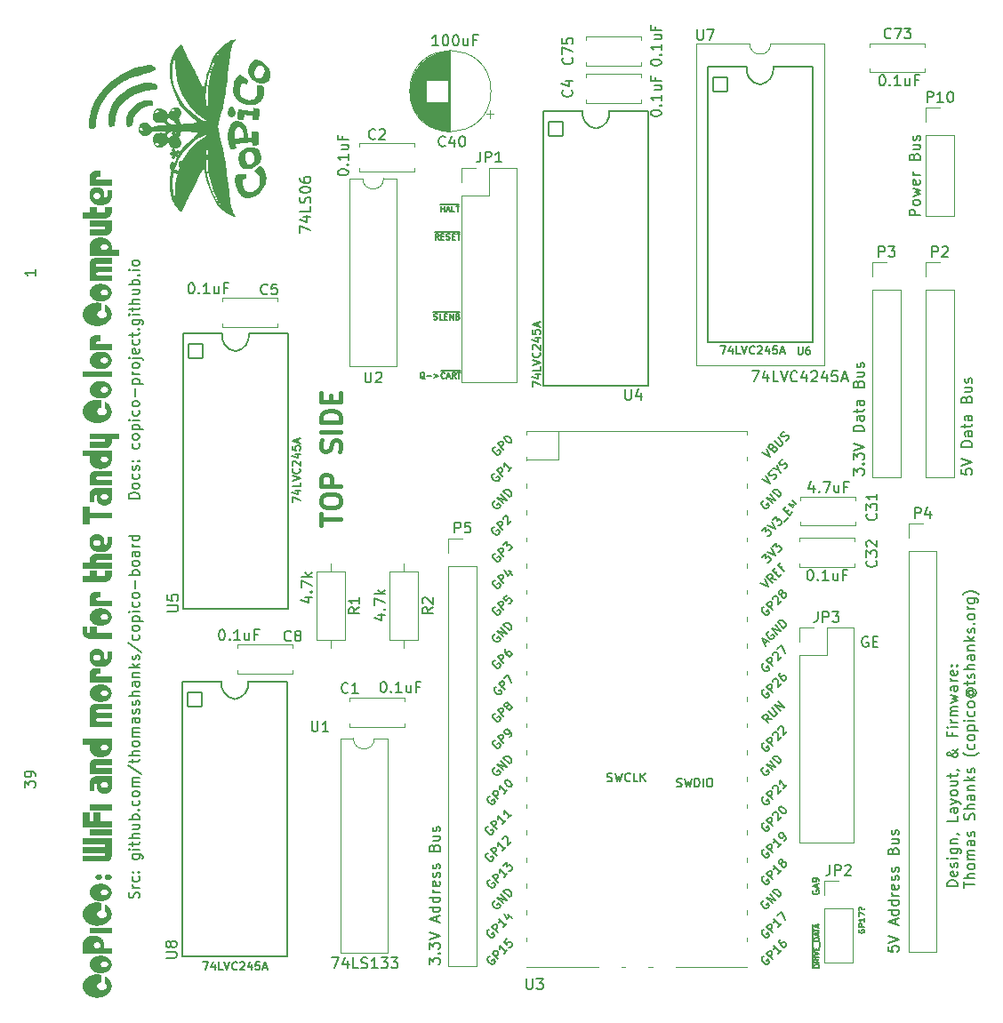
<source format=gbr>
%TF.GenerationSoftware,KiCad,Pcbnew,7.0.11-7.0.11~ubuntu22.04.1*%
%TF.CreationDate,2024-04-01T06:10:19-07:00*%
%TF.ProjectId,copico,636f7069-636f-42e6-9b69-6361645f7063,0.1.24*%
%TF.SameCoordinates,Original*%
%TF.FileFunction,Legend,Top*%
%TF.FilePolarity,Positive*%
%FSLAX46Y46*%
G04 Gerber Fmt 4.6, Leading zero omitted, Abs format (unit mm)*
G04 Created by KiCad (PCBNEW 7.0.11-7.0.11~ubuntu22.04.1) date 2024-04-01 06:10:19*
%MOMM*%
%LPD*%
G01*
G04 APERTURE LIST*
G04 Aperture macros list*
%AMRoundRect*
0 Rectangle with rounded corners*
0 $1 Rounding radius*
0 $2 $3 $4 $5 $6 $7 $8 $9 X,Y pos of 4 corners*
0 Add a 4 corners polygon primitive as box body*
4,1,4,$2,$3,$4,$5,$6,$7,$8,$9,$2,$3,0*
0 Add four circle primitives for the rounded corners*
1,1,$1+$1,$2,$3*
1,1,$1+$1,$4,$5*
1,1,$1+$1,$6,$7*
1,1,$1+$1,$8,$9*
0 Add four rect primitives between the rounded corners*
20,1,$1+$1,$2,$3,$4,$5,0*
20,1,$1+$1,$4,$5,$6,$7,0*
20,1,$1+$1,$6,$7,$8,$9,0*
20,1,$1+$1,$8,$9,$2,$3,0*%
G04 Aperture macros list end*
%ADD10C,0.150000*%
%ADD11C,0.381000*%
%ADD12C,0.127000*%
%ADD13C,0.152400*%
%ADD14C,0.170000*%
%ADD15C,0.300000*%
%ADD16C,0.120000*%
%ADD17R,6.350000X1.270000*%
%ADD18R,1.600000X1.600000*%
%ADD19C,1.600000*%
%ADD20R,1.700000X1.700000*%
%ADD21O,1.700000X1.700000*%
%ADD22O,1.600000X1.600000*%
%ADD23RoundRect,0.102000X-0.700000X0.700000X-0.700000X-0.700000X0.700000X-0.700000X0.700000X0.700000X0*%
%ADD24C,1.604000*%
%ADD25R,2.400000X1.600000*%
%ADD26O,2.400000X1.600000*%
%ADD27O,1.800000X1.800000*%
%ADD28O,1.500000X1.500000*%
%ADD29R,3.500000X1.700000*%
G04 APERTURE END LIST*
D10*
X111151200Y-139600953D02*
X111198819Y-139458096D01*
X111198819Y-139458096D02*
X111198819Y-139220001D01*
X111198819Y-139220001D02*
X111151200Y-139124763D01*
X111151200Y-139124763D02*
X111103580Y-139077144D01*
X111103580Y-139077144D02*
X111008342Y-139029525D01*
X111008342Y-139029525D02*
X110913104Y-139029525D01*
X110913104Y-139029525D02*
X110817866Y-139077144D01*
X110817866Y-139077144D02*
X110770247Y-139124763D01*
X110770247Y-139124763D02*
X110722628Y-139220001D01*
X110722628Y-139220001D02*
X110675009Y-139410477D01*
X110675009Y-139410477D02*
X110627390Y-139505715D01*
X110627390Y-139505715D02*
X110579771Y-139553334D01*
X110579771Y-139553334D02*
X110484533Y-139600953D01*
X110484533Y-139600953D02*
X110389295Y-139600953D01*
X110389295Y-139600953D02*
X110294057Y-139553334D01*
X110294057Y-139553334D02*
X110246438Y-139505715D01*
X110246438Y-139505715D02*
X110198819Y-139410477D01*
X110198819Y-139410477D02*
X110198819Y-139172382D01*
X110198819Y-139172382D02*
X110246438Y-139029525D01*
X111198819Y-138600953D02*
X110532152Y-138600953D01*
X110722628Y-138600953D02*
X110627390Y-138553334D01*
X110627390Y-138553334D02*
X110579771Y-138505715D01*
X110579771Y-138505715D02*
X110532152Y-138410477D01*
X110532152Y-138410477D02*
X110532152Y-138315239D01*
X111151200Y-137553334D02*
X111198819Y-137648572D01*
X111198819Y-137648572D02*
X111198819Y-137839048D01*
X111198819Y-137839048D02*
X111151200Y-137934286D01*
X111151200Y-137934286D02*
X111103580Y-137981905D01*
X111103580Y-137981905D02*
X111008342Y-138029524D01*
X111008342Y-138029524D02*
X110722628Y-138029524D01*
X110722628Y-138029524D02*
X110627390Y-137981905D01*
X110627390Y-137981905D02*
X110579771Y-137934286D01*
X110579771Y-137934286D02*
X110532152Y-137839048D01*
X110532152Y-137839048D02*
X110532152Y-137648572D01*
X110532152Y-137648572D02*
X110579771Y-137553334D01*
X111103580Y-137124762D02*
X111151200Y-137077143D01*
X111151200Y-137077143D02*
X111198819Y-137124762D01*
X111198819Y-137124762D02*
X111151200Y-137172381D01*
X111151200Y-137172381D02*
X111103580Y-137124762D01*
X111103580Y-137124762D02*
X111198819Y-137124762D01*
X110579771Y-137124762D02*
X110627390Y-137077143D01*
X110627390Y-137077143D02*
X110675009Y-137124762D01*
X110675009Y-137124762D02*
X110627390Y-137172381D01*
X110627390Y-137172381D02*
X110579771Y-137124762D01*
X110579771Y-137124762D02*
X110675009Y-137124762D01*
X110532152Y-135458096D02*
X111341676Y-135458096D01*
X111341676Y-135458096D02*
X111436914Y-135505715D01*
X111436914Y-135505715D02*
X111484533Y-135553334D01*
X111484533Y-135553334D02*
X111532152Y-135648572D01*
X111532152Y-135648572D02*
X111532152Y-135791429D01*
X111532152Y-135791429D02*
X111484533Y-135886667D01*
X111151200Y-135458096D02*
X111198819Y-135553334D01*
X111198819Y-135553334D02*
X111198819Y-135743810D01*
X111198819Y-135743810D02*
X111151200Y-135839048D01*
X111151200Y-135839048D02*
X111103580Y-135886667D01*
X111103580Y-135886667D02*
X111008342Y-135934286D01*
X111008342Y-135934286D02*
X110722628Y-135934286D01*
X110722628Y-135934286D02*
X110627390Y-135886667D01*
X110627390Y-135886667D02*
X110579771Y-135839048D01*
X110579771Y-135839048D02*
X110532152Y-135743810D01*
X110532152Y-135743810D02*
X110532152Y-135553334D01*
X110532152Y-135553334D02*
X110579771Y-135458096D01*
X111198819Y-134981905D02*
X110532152Y-134981905D01*
X110198819Y-134981905D02*
X110246438Y-135029524D01*
X110246438Y-135029524D02*
X110294057Y-134981905D01*
X110294057Y-134981905D02*
X110246438Y-134934286D01*
X110246438Y-134934286D02*
X110198819Y-134981905D01*
X110198819Y-134981905D02*
X110294057Y-134981905D01*
X110532152Y-134648572D02*
X110532152Y-134267620D01*
X110198819Y-134505715D02*
X111055961Y-134505715D01*
X111055961Y-134505715D02*
X111151200Y-134458096D01*
X111151200Y-134458096D02*
X111198819Y-134362858D01*
X111198819Y-134362858D02*
X111198819Y-134267620D01*
X111198819Y-133934286D02*
X110198819Y-133934286D01*
X111198819Y-133505715D02*
X110675009Y-133505715D01*
X110675009Y-133505715D02*
X110579771Y-133553334D01*
X110579771Y-133553334D02*
X110532152Y-133648572D01*
X110532152Y-133648572D02*
X110532152Y-133791429D01*
X110532152Y-133791429D02*
X110579771Y-133886667D01*
X110579771Y-133886667D02*
X110627390Y-133934286D01*
X110532152Y-132600953D02*
X111198819Y-132600953D01*
X110532152Y-133029524D02*
X111055961Y-133029524D01*
X111055961Y-133029524D02*
X111151200Y-132981905D01*
X111151200Y-132981905D02*
X111198819Y-132886667D01*
X111198819Y-132886667D02*
X111198819Y-132743810D01*
X111198819Y-132743810D02*
X111151200Y-132648572D01*
X111151200Y-132648572D02*
X111103580Y-132600953D01*
X111198819Y-132124762D02*
X110198819Y-132124762D01*
X110579771Y-132124762D02*
X110532152Y-132029524D01*
X110532152Y-132029524D02*
X110532152Y-131839048D01*
X110532152Y-131839048D02*
X110579771Y-131743810D01*
X110579771Y-131743810D02*
X110627390Y-131696191D01*
X110627390Y-131696191D02*
X110722628Y-131648572D01*
X110722628Y-131648572D02*
X111008342Y-131648572D01*
X111008342Y-131648572D02*
X111103580Y-131696191D01*
X111103580Y-131696191D02*
X111151200Y-131743810D01*
X111151200Y-131743810D02*
X111198819Y-131839048D01*
X111198819Y-131839048D02*
X111198819Y-132029524D01*
X111198819Y-132029524D02*
X111151200Y-132124762D01*
X111103580Y-131220000D02*
X111151200Y-131172381D01*
X111151200Y-131172381D02*
X111198819Y-131220000D01*
X111198819Y-131220000D02*
X111151200Y-131267619D01*
X111151200Y-131267619D02*
X111103580Y-131220000D01*
X111103580Y-131220000D02*
X111198819Y-131220000D01*
X111151200Y-130315239D02*
X111198819Y-130410477D01*
X111198819Y-130410477D02*
X111198819Y-130600953D01*
X111198819Y-130600953D02*
X111151200Y-130696191D01*
X111151200Y-130696191D02*
X111103580Y-130743810D01*
X111103580Y-130743810D02*
X111008342Y-130791429D01*
X111008342Y-130791429D02*
X110722628Y-130791429D01*
X110722628Y-130791429D02*
X110627390Y-130743810D01*
X110627390Y-130743810D02*
X110579771Y-130696191D01*
X110579771Y-130696191D02*
X110532152Y-130600953D01*
X110532152Y-130600953D02*
X110532152Y-130410477D01*
X110532152Y-130410477D02*
X110579771Y-130315239D01*
X111198819Y-129743810D02*
X111151200Y-129839048D01*
X111151200Y-129839048D02*
X111103580Y-129886667D01*
X111103580Y-129886667D02*
X111008342Y-129934286D01*
X111008342Y-129934286D02*
X110722628Y-129934286D01*
X110722628Y-129934286D02*
X110627390Y-129886667D01*
X110627390Y-129886667D02*
X110579771Y-129839048D01*
X110579771Y-129839048D02*
X110532152Y-129743810D01*
X110532152Y-129743810D02*
X110532152Y-129600953D01*
X110532152Y-129600953D02*
X110579771Y-129505715D01*
X110579771Y-129505715D02*
X110627390Y-129458096D01*
X110627390Y-129458096D02*
X110722628Y-129410477D01*
X110722628Y-129410477D02*
X111008342Y-129410477D01*
X111008342Y-129410477D02*
X111103580Y-129458096D01*
X111103580Y-129458096D02*
X111151200Y-129505715D01*
X111151200Y-129505715D02*
X111198819Y-129600953D01*
X111198819Y-129600953D02*
X111198819Y-129743810D01*
X111198819Y-128981905D02*
X110532152Y-128981905D01*
X110627390Y-128981905D02*
X110579771Y-128934286D01*
X110579771Y-128934286D02*
X110532152Y-128839048D01*
X110532152Y-128839048D02*
X110532152Y-128696191D01*
X110532152Y-128696191D02*
X110579771Y-128600953D01*
X110579771Y-128600953D02*
X110675009Y-128553334D01*
X110675009Y-128553334D02*
X111198819Y-128553334D01*
X110675009Y-128553334D02*
X110579771Y-128505715D01*
X110579771Y-128505715D02*
X110532152Y-128410477D01*
X110532152Y-128410477D02*
X110532152Y-128267620D01*
X110532152Y-128267620D02*
X110579771Y-128172381D01*
X110579771Y-128172381D02*
X110675009Y-128124762D01*
X110675009Y-128124762D02*
X111198819Y-128124762D01*
X110151200Y-126934287D02*
X111436914Y-127791429D01*
X110532152Y-126743810D02*
X110532152Y-126362858D01*
X110198819Y-126600953D02*
X111055961Y-126600953D01*
X111055961Y-126600953D02*
X111151200Y-126553334D01*
X111151200Y-126553334D02*
X111198819Y-126458096D01*
X111198819Y-126458096D02*
X111198819Y-126362858D01*
X111198819Y-126029524D02*
X110198819Y-126029524D01*
X111198819Y-125600953D02*
X110675009Y-125600953D01*
X110675009Y-125600953D02*
X110579771Y-125648572D01*
X110579771Y-125648572D02*
X110532152Y-125743810D01*
X110532152Y-125743810D02*
X110532152Y-125886667D01*
X110532152Y-125886667D02*
X110579771Y-125981905D01*
X110579771Y-125981905D02*
X110627390Y-126029524D01*
X111198819Y-124981905D02*
X111151200Y-125077143D01*
X111151200Y-125077143D02*
X111103580Y-125124762D01*
X111103580Y-125124762D02*
X111008342Y-125172381D01*
X111008342Y-125172381D02*
X110722628Y-125172381D01*
X110722628Y-125172381D02*
X110627390Y-125124762D01*
X110627390Y-125124762D02*
X110579771Y-125077143D01*
X110579771Y-125077143D02*
X110532152Y-124981905D01*
X110532152Y-124981905D02*
X110532152Y-124839048D01*
X110532152Y-124839048D02*
X110579771Y-124743810D01*
X110579771Y-124743810D02*
X110627390Y-124696191D01*
X110627390Y-124696191D02*
X110722628Y-124648572D01*
X110722628Y-124648572D02*
X111008342Y-124648572D01*
X111008342Y-124648572D02*
X111103580Y-124696191D01*
X111103580Y-124696191D02*
X111151200Y-124743810D01*
X111151200Y-124743810D02*
X111198819Y-124839048D01*
X111198819Y-124839048D02*
X111198819Y-124981905D01*
X111198819Y-124220000D02*
X110532152Y-124220000D01*
X110627390Y-124220000D02*
X110579771Y-124172381D01*
X110579771Y-124172381D02*
X110532152Y-124077143D01*
X110532152Y-124077143D02*
X110532152Y-123934286D01*
X110532152Y-123934286D02*
X110579771Y-123839048D01*
X110579771Y-123839048D02*
X110675009Y-123791429D01*
X110675009Y-123791429D02*
X111198819Y-123791429D01*
X110675009Y-123791429D02*
X110579771Y-123743810D01*
X110579771Y-123743810D02*
X110532152Y-123648572D01*
X110532152Y-123648572D02*
X110532152Y-123505715D01*
X110532152Y-123505715D02*
X110579771Y-123410476D01*
X110579771Y-123410476D02*
X110675009Y-123362857D01*
X110675009Y-123362857D02*
X111198819Y-123362857D01*
X111198819Y-122458096D02*
X110675009Y-122458096D01*
X110675009Y-122458096D02*
X110579771Y-122505715D01*
X110579771Y-122505715D02*
X110532152Y-122600953D01*
X110532152Y-122600953D02*
X110532152Y-122791429D01*
X110532152Y-122791429D02*
X110579771Y-122886667D01*
X111151200Y-122458096D02*
X111198819Y-122553334D01*
X111198819Y-122553334D02*
X111198819Y-122791429D01*
X111198819Y-122791429D02*
X111151200Y-122886667D01*
X111151200Y-122886667D02*
X111055961Y-122934286D01*
X111055961Y-122934286D02*
X110960723Y-122934286D01*
X110960723Y-122934286D02*
X110865485Y-122886667D01*
X110865485Y-122886667D02*
X110817866Y-122791429D01*
X110817866Y-122791429D02*
X110817866Y-122553334D01*
X110817866Y-122553334D02*
X110770247Y-122458096D01*
X111151200Y-122029524D02*
X111198819Y-121934286D01*
X111198819Y-121934286D02*
X111198819Y-121743810D01*
X111198819Y-121743810D02*
X111151200Y-121648572D01*
X111151200Y-121648572D02*
X111055961Y-121600953D01*
X111055961Y-121600953D02*
X111008342Y-121600953D01*
X111008342Y-121600953D02*
X110913104Y-121648572D01*
X110913104Y-121648572D02*
X110865485Y-121743810D01*
X110865485Y-121743810D02*
X110865485Y-121886667D01*
X110865485Y-121886667D02*
X110817866Y-121981905D01*
X110817866Y-121981905D02*
X110722628Y-122029524D01*
X110722628Y-122029524D02*
X110675009Y-122029524D01*
X110675009Y-122029524D02*
X110579771Y-121981905D01*
X110579771Y-121981905D02*
X110532152Y-121886667D01*
X110532152Y-121886667D02*
X110532152Y-121743810D01*
X110532152Y-121743810D02*
X110579771Y-121648572D01*
X111151200Y-121220000D02*
X111198819Y-121124762D01*
X111198819Y-121124762D02*
X111198819Y-120934286D01*
X111198819Y-120934286D02*
X111151200Y-120839048D01*
X111151200Y-120839048D02*
X111055961Y-120791429D01*
X111055961Y-120791429D02*
X111008342Y-120791429D01*
X111008342Y-120791429D02*
X110913104Y-120839048D01*
X110913104Y-120839048D02*
X110865485Y-120934286D01*
X110865485Y-120934286D02*
X110865485Y-121077143D01*
X110865485Y-121077143D02*
X110817866Y-121172381D01*
X110817866Y-121172381D02*
X110722628Y-121220000D01*
X110722628Y-121220000D02*
X110675009Y-121220000D01*
X110675009Y-121220000D02*
X110579771Y-121172381D01*
X110579771Y-121172381D02*
X110532152Y-121077143D01*
X110532152Y-121077143D02*
X110532152Y-120934286D01*
X110532152Y-120934286D02*
X110579771Y-120839048D01*
X111198819Y-120362857D02*
X110198819Y-120362857D01*
X111198819Y-119934286D02*
X110675009Y-119934286D01*
X110675009Y-119934286D02*
X110579771Y-119981905D01*
X110579771Y-119981905D02*
X110532152Y-120077143D01*
X110532152Y-120077143D02*
X110532152Y-120220000D01*
X110532152Y-120220000D02*
X110579771Y-120315238D01*
X110579771Y-120315238D02*
X110627390Y-120362857D01*
X111198819Y-119029524D02*
X110675009Y-119029524D01*
X110675009Y-119029524D02*
X110579771Y-119077143D01*
X110579771Y-119077143D02*
X110532152Y-119172381D01*
X110532152Y-119172381D02*
X110532152Y-119362857D01*
X110532152Y-119362857D02*
X110579771Y-119458095D01*
X111151200Y-119029524D02*
X111198819Y-119124762D01*
X111198819Y-119124762D02*
X111198819Y-119362857D01*
X111198819Y-119362857D02*
X111151200Y-119458095D01*
X111151200Y-119458095D02*
X111055961Y-119505714D01*
X111055961Y-119505714D02*
X110960723Y-119505714D01*
X110960723Y-119505714D02*
X110865485Y-119458095D01*
X110865485Y-119458095D02*
X110817866Y-119362857D01*
X110817866Y-119362857D02*
X110817866Y-119124762D01*
X110817866Y-119124762D02*
X110770247Y-119029524D01*
X110532152Y-118553333D02*
X111198819Y-118553333D01*
X110627390Y-118553333D02*
X110579771Y-118505714D01*
X110579771Y-118505714D02*
X110532152Y-118410476D01*
X110532152Y-118410476D02*
X110532152Y-118267619D01*
X110532152Y-118267619D02*
X110579771Y-118172381D01*
X110579771Y-118172381D02*
X110675009Y-118124762D01*
X110675009Y-118124762D02*
X111198819Y-118124762D01*
X111198819Y-117648571D02*
X110198819Y-117648571D01*
X110817866Y-117553333D02*
X111198819Y-117267619D01*
X110532152Y-117267619D02*
X110913104Y-117648571D01*
X111151200Y-116886666D02*
X111198819Y-116791428D01*
X111198819Y-116791428D02*
X111198819Y-116600952D01*
X111198819Y-116600952D02*
X111151200Y-116505714D01*
X111151200Y-116505714D02*
X111055961Y-116458095D01*
X111055961Y-116458095D02*
X111008342Y-116458095D01*
X111008342Y-116458095D02*
X110913104Y-116505714D01*
X110913104Y-116505714D02*
X110865485Y-116600952D01*
X110865485Y-116600952D02*
X110865485Y-116743809D01*
X110865485Y-116743809D02*
X110817866Y-116839047D01*
X110817866Y-116839047D02*
X110722628Y-116886666D01*
X110722628Y-116886666D02*
X110675009Y-116886666D01*
X110675009Y-116886666D02*
X110579771Y-116839047D01*
X110579771Y-116839047D02*
X110532152Y-116743809D01*
X110532152Y-116743809D02*
X110532152Y-116600952D01*
X110532152Y-116600952D02*
X110579771Y-116505714D01*
X110151200Y-115315238D02*
X111436914Y-116172380D01*
X111151200Y-114553333D02*
X111198819Y-114648571D01*
X111198819Y-114648571D02*
X111198819Y-114839047D01*
X111198819Y-114839047D02*
X111151200Y-114934285D01*
X111151200Y-114934285D02*
X111103580Y-114981904D01*
X111103580Y-114981904D02*
X111008342Y-115029523D01*
X111008342Y-115029523D02*
X110722628Y-115029523D01*
X110722628Y-115029523D02*
X110627390Y-114981904D01*
X110627390Y-114981904D02*
X110579771Y-114934285D01*
X110579771Y-114934285D02*
X110532152Y-114839047D01*
X110532152Y-114839047D02*
X110532152Y-114648571D01*
X110532152Y-114648571D02*
X110579771Y-114553333D01*
X111198819Y-113981904D02*
X111151200Y-114077142D01*
X111151200Y-114077142D02*
X111103580Y-114124761D01*
X111103580Y-114124761D02*
X111008342Y-114172380D01*
X111008342Y-114172380D02*
X110722628Y-114172380D01*
X110722628Y-114172380D02*
X110627390Y-114124761D01*
X110627390Y-114124761D02*
X110579771Y-114077142D01*
X110579771Y-114077142D02*
X110532152Y-113981904D01*
X110532152Y-113981904D02*
X110532152Y-113839047D01*
X110532152Y-113839047D02*
X110579771Y-113743809D01*
X110579771Y-113743809D02*
X110627390Y-113696190D01*
X110627390Y-113696190D02*
X110722628Y-113648571D01*
X110722628Y-113648571D02*
X111008342Y-113648571D01*
X111008342Y-113648571D02*
X111103580Y-113696190D01*
X111103580Y-113696190D02*
X111151200Y-113743809D01*
X111151200Y-113743809D02*
X111198819Y-113839047D01*
X111198819Y-113839047D02*
X111198819Y-113981904D01*
X110532152Y-113219999D02*
X111532152Y-113219999D01*
X110579771Y-113219999D02*
X110532152Y-113124761D01*
X110532152Y-113124761D02*
X110532152Y-112934285D01*
X110532152Y-112934285D02*
X110579771Y-112839047D01*
X110579771Y-112839047D02*
X110627390Y-112791428D01*
X110627390Y-112791428D02*
X110722628Y-112743809D01*
X110722628Y-112743809D02*
X111008342Y-112743809D01*
X111008342Y-112743809D02*
X111103580Y-112791428D01*
X111103580Y-112791428D02*
X111151200Y-112839047D01*
X111151200Y-112839047D02*
X111198819Y-112934285D01*
X111198819Y-112934285D02*
X111198819Y-113124761D01*
X111198819Y-113124761D02*
X111151200Y-113219999D01*
X111198819Y-112315237D02*
X110532152Y-112315237D01*
X110198819Y-112315237D02*
X110246438Y-112362856D01*
X110246438Y-112362856D02*
X110294057Y-112315237D01*
X110294057Y-112315237D02*
X110246438Y-112267618D01*
X110246438Y-112267618D02*
X110198819Y-112315237D01*
X110198819Y-112315237D02*
X110294057Y-112315237D01*
X111151200Y-111410476D02*
X111198819Y-111505714D01*
X111198819Y-111505714D02*
X111198819Y-111696190D01*
X111198819Y-111696190D02*
X111151200Y-111791428D01*
X111151200Y-111791428D02*
X111103580Y-111839047D01*
X111103580Y-111839047D02*
X111008342Y-111886666D01*
X111008342Y-111886666D02*
X110722628Y-111886666D01*
X110722628Y-111886666D02*
X110627390Y-111839047D01*
X110627390Y-111839047D02*
X110579771Y-111791428D01*
X110579771Y-111791428D02*
X110532152Y-111696190D01*
X110532152Y-111696190D02*
X110532152Y-111505714D01*
X110532152Y-111505714D02*
X110579771Y-111410476D01*
X111198819Y-110839047D02*
X111151200Y-110934285D01*
X111151200Y-110934285D02*
X111103580Y-110981904D01*
X111103580Y-110981904D02*
X111008342Y-111029523D01*
X111008342Y-111029523D02*
X110722628Y-111029523D01*
X110722628Y-111029523D02*
X110627390Y-110981904D01*
X110627390Y-110981904D02*
X110579771Y-110934285D01*
X110579771Y-110934285D02*
X110532152Y-110839047D01*
X110532152Y-110839047D02*
X110532152Y-110696190D01*
X110532152Y-110696190D02*
X110579771Y-110600952D01*
X110579771Y-110600952D02*
X110627390Y-110553333D01*
X110627390Y-110553333D02*
X110722628Y-110505714D01*
X110722628Y-110505714D02*
X111008342Y-110505714D01*
X111008342Y-110505714D02*
X111103580Y-110553333D01*
X111103580Y-110553333D02*
X111151200Y-110600952D01*
X111151200Y-110600952D02*
X111198819Y-110696190D01*
X111198819Y-110696190D02*
X111198819Y-110839047D01*
X110817866Y-110077142D02*
X110817866Y-109315238D01*
X111198819Y-108839047D02*
X110198819Y-108839047D01*
X110579771Y-108839047D02*
X110532152Y-108743809D01*
X110532152Y-108743809D02*
X110532152Y-108553333D01*
X110532152Y-108553333D02*
X110579771Y-108458095D01*
X110579771Y-108458095D02*
X110627390Y-108410476D01*
X110627390Y-108410476D02*
X110722628Y-108362857D01*
X110722628Y-108362857D02*
X111008342Y-108362857D01*
X111008342Y-108362857D02*
X111103580Y-108410476D01*
X111103580Y-108410476D02*
X111151200Y-108458095D01*
X111151200Y-108458095D02*
X111198819Y-108553333D01*
X111198819Y-108553333D02*
X111198819Y-108743809D01*
X111198819Y-108743809D02*
X111151200Y-108839047D01*
X111198819Y-107791428D02*
X111151200Y-107886666D01*
X111151200Y-107886666D02*
X111103580Y-107934285D01*
X111103580Y-107934285D02*
X111008342Y-107981904D01*
X111008342Y-107981904D02*
X110722628Y-107981904D01*
X110722628Y-107981904D02*
X110627390Y-107934285D01*
X110627390Y-107934285D02*
X110579771Y-107886666D01*
X110579771Y-107886666D02*
X110532152Y-107791428D01*
X110532152Y-107791428D02*
X110532152Y-107648571D01*
X110532152Y-107648571D02*
X110579771Y-107553333D01*
X110579771Y-107553333D02*
X110627390Y-107505714D01*
X110627390Y-107505714D02*
X110722628Y-107458095D01*
X110722628Y-107458095D02*
X111008342Y-107458095D01*
X111008342Y-107458095D02*
X111103580Y-107505714D01*
X111103580Y-107505714D02*
X111151200Y-107553333D01*
X111151200Y-107553333D02*
X111198819Y-107648571D01*
X111198819Y-107648571D02*
X111198819Y-107791428D01*
X111198819Y-106600952D02*
X110675009Y-106600952D01*
X110675009Y-106600952D02*
X110579771Y-106648571D01*
X110579771Y-106648571D02*
X110532152Y-106743809D01*
X110532152Y-106743809D02*
X110532152Y-106934285D01*
X110532152Y-106934285D02*
X110579771Y-107029523D01*
X111151200Y-106600952D02*
X111198819Y-106696190D01*
X111198819Y-106696190D02*
X111198819Y-106934285D01*
X111198819Y-106934285D02*
X111151200Y-107029523D01*
X111151200Y-107029523D02*
X111055961Y-107077142D01*
X111055961Y-107077142D02*
X110960723Y-107077142D01*
X110960723Y-107077142D02*
X110865485Y-107029523D01*
X110865485Y-107029523D02*
X110817866Y-106934285D01*
X110817866Y-106934285D02*
X110817866Y-106696190D01*
X110817866Y-106696190D02*
X110770247Y-106600952D01*
X111198819Y-106124761D02*
X110532152Y-106124761D01*
X110722628Y-106124761D02*
X110627390Y-106077142D01*
X110627390Y-106077142D02*
X110579771Y-106029523D01*
X110579771Y-106029523D02*
X110532152Y-105934285D01*
X110532152Y-105934285D02*
X110532152Y-105839047D01*
X111198819Y-105077142D02*
X110198819Y-105077142D01*
X111151200Y-105077142D02*
X111198819Y-105172380D01*
X111198819Y-105172380D02*
X111198819Y-105362856D01*
X111198819Y-105362856D02*
X111151200Y-105458094D01*
X111151200Y-105458094D02*
X111103580Y-105505713D01*
X111103580Y-105505713D02*
X111008342Y-105553332D01*
X111008342Y-105553332D02*
X110722628Y-105553332D01*
X110722628Y-105553332D02*
X110627390Y-105505713D01*
X110627390Y-105505713D02*
X110579771Y-105458094D01*
X110579771Y-105458094D02*
X110532152Y-105362856D01*
X110532152Y-105362856D02*
X110532152Y-105172380D01*
X110532152Y-105172380D02*
X110579771Y-105077142D01*
X111198819Y-101553331D02*
X110198819Y-101553331D01*
X110198819Y-101553331D02*
X110198819Y-101315236D01*
X110198819Y-101315236D02*
X110246438Y-101172379D01*
X110246438Y-101172379D02*
X110341676Y-101077141D01*
X110341676Y-101077141D02*
X110436914Y-101029522D01*
X110436914Y-101029522D02*
X110627390Y-100981903D01*
X110627390Y-100981903D02*
X110770247Y-100981903D01*
X110770247Y-100981903D02*
X110960723Y-101029522D01*
X110960723Y-101029522D02*
X111055961Y-101077141D01*
X111055961Y-101077141D02*
X111151200Y-101172379D01*
X111151200Y-101172379D02*
X111198819Y-101315236D01*
X111198819Y-101315236D02*
X111198819Y-101553331D01*
X111198819Y-100410474D02*
X111151200Y-100505712D01*
X111151200Y-100505712D02*
X111103580Y-100553331D01*
X111103580Y-100553331D02*
X111008342Y-100600950D01*
X111008342Y-100600950D02*
X110722628Y-100600950D01*
X110722628Y-100600950D02*
X110627390Y-100553331D01*
X110627390Y-100553331D02*
X110579771Y-100505712D01*
X110579771Y-100505712D02*
X110532152Y-100410474D01*
X110532152Y-100410474D02*
X110532152Y-100267617D01*
X110532152Y-100267617D02*
X110579771Y-100172379D01*
X110579771Y-100172379D02*
X110627390Y-100124760D01*
X110627390Y-100124760D02*
X110722628Y-100077141D01*
X110722628Y-100077141D02*
X111008342Y-100077141D01*
X111008342Y-100077141D02*
X111103580Y-100124760D01*
X111103580Y-100124760D02*
X111151200Y-100172379D01*
X111151200Y-100172379D02*
X111198819Y-100267617D01*
X111198819Y-100267617D02*
X111198819Y-100410474D01*
X111151200Y-99219998D02*
X111198819Y-99315236D01*
X111198819Y-99315236D02*
X111198819Y-99505712D01*
X111198819Y-99505712D02*
X111151200Y-99600950D01*
X111151200Y-99600950D02*
X111103580Y-99648569D01*
X111103580Y-99648569D02*
X111008342Y-99696188D01*
X111008342Y-99696188D02*
X110722628Y-99696188D01*
X110722628Y-99696188D02*
X110627390Y-99648569D01*
X110627390Y-99648569D02*
X110579771Y-99600950D01*
X110579771Y-99600950D02*
X110532152Y-99505712D01*
X110532152Y-99505712D02*
X110532152Y-99315236D01*
X110532152Y-99315236D02*
X110579771Y-99219998D01*
X111151200Y-98839045D02*
X111198819Y-98743807D01*
X111198819Y-98743807D02*
X111198819Y-98553331D01*
X111198819Y-98553331D02*
X111151200Y-98458093D01*
X111151200Y-98458093D02*
X111055961Y-98410474D01*
X111055961Y-98410474D02*
X111008342Y-98410474D01*
X111008342Y-98410474D02*
X110913104Y-98458093D01*
X110913104Y-98458093D02*
X110865485Y-98553331D01*
X110865485Y-98553331D02*
X110865485Y-98696188D01*
X110865485Y-98696188D02*
X110817866Y-98791426D01*
X110817866Y-98791426D02*
X110722628Y-98839045D01*
X110722628Y-98839045D02*
X110675009Y-98839045D01*
X110675009Y-98839045D02*
X110579771Y-98791426D01*
X110579771Y-98791426D02*
X110532152Y-98696188D01*
X110532152Y-98696188D02*
X110532152Y-98553331D01*
X110532152Y-98553331D02*
X110579771Y-98458093D01*
X111103580Y-97981902D02*
X111151200Y-97934283D01*
X111151200Y-97934283D02*
X111198819Y-97981902D01*
X111198819Y-97981902D02*
X111151200Y-98029521D01*
X111151200Y-98029521D02*
X111103580Y-97981902D01*
X111103580Y-97981902D02*
X111198819Y-97981902D01*
X110579771Y-97981902D02*
X110627390Y-97934283D01*
X110627390Y-97934283D02*
X110675009Y-97981902D01*
X110675009Y-97981902D02*
X110627390Y-98029521D01*
X110627390Y-98029521D02*
X110579771Y-97981902D01*
X110579771Y-97981902D02*
X110675009Y-97981902D01*
X111151200Y-96315236D02*
X111198819Y-96410474D01*
X111198819Y-96410474D02*
X111198819Y-96600950D01*
X111198819Y-96600950D02*
X111151200Y-96696188D01*
X111151200Y-96696188D02*
X111103580Y-96743807D01*
X111103580Y-96743807D02*
X111008342Y-96791426D01*
X111008342Y-96791426D02*
X110722628Y-96791426D01*
X110722628Y-96791426D02*
X110627390Y-96743807D01*
X110627390Y-96743807D02*
X110579771Y-96696188D01*
X110579771Y-96696188D02*
X110532152Y-96600950D01*
X110532152Y-96600950D02*
X110532152Y-96410474D01*
X110532152Y-96410474D02*
X110579771Y-96315236D01*
X111198819Y-95743807D02*
X111151200Y-95839045D01*
X111151200Y-95839045D02*
X111103580Y-95886664D01*
X111103580Y-95886664D02*
X111008342Y-95934283D01*
X111008342Y-95934283D02*
X110722628Y-95934283D01*
X110722628Y-95934283D02*
X110627390Y-95886664D01*
X110627390Y-95886664D02*
X110579771Y-95839045D01*
X110579771Y-95839045D02*
X110532152Y-95743807D01*
X110532152Y-95743807D02*
X110532152Y-95600950D01*
X110532152Y-95600950D02*
X110579771Y-95505712D01*
X110579771Y-95505712D02*
X110627390Y-95458093D01*
X110627390Y-95458093D02*
X110722628Y-95410474D01*
X110722628Y-95410474D02*
X111008342Y-95410474D01*
X111008342Y-95410474D02*
X111103580Y-95458093D01*
X111103580Y-95458093D02*
X111151200Y-95505712D01*
X111151200Y-95505712D02*
X111198819Y-95600950D01*
X111198819Y-95600950D02*
X111198819Y-95743807D01*
X110532152Y-94981902D02*
X111532152Y-94981902D01*
X110579771Y-94981902D02*
X110532152Y-94886664D01*
X110532152Y-94886664D02*
X110532152Y-94696188D01*
X110532152Y-94696188D02*
X110579771Y-94600950D01*
X110579771Y-94600950D02*
X110627390Y-94553331D01*
X110627390Y-94553331D02*
X110722628Y-94505712D01*
X110722628Y-94505712D02*
X111008342Y-94505712D01*
X111008342Y-94505712D02*
X111103580Y-94553331D01*
X111103580Y-94553331D02*
X111151200Y-94600950D01*
X111151200Y-94600950D02*
X111198819Y-94696188D01*
X111198819Y-94696188D02*
X111198819Y-94886664D01*
X111198819Y-94886664D02*
X111151200Y-94981902D01*
X111198819Y-94077140D02*
X110532152Y-94077140D01*
X110198819Y-94077140D02*
X110246438Y-94124759D01*
X110246438Y-94124759D02*
X110294057Y-94077140D01*
X110294057Y-94077140D02*
X110246438Y-94029521D01*
X110246438Y-94029521D02*
X110198819Y-94077140D01*
X110198819Y-94077140D02*
X110294057Y-94077140D01*
X111151200Y-93172379D02*
X111198819Y-93267617D01*
X111198819Y-93267617D02*
X111198819Y-93458093D01*
X111198819Y-93458093D02*
X111151200Y-93553331D01*
X111151200Y-93553331D02*
X111103580Y-93600950D01*
X111103580Y-93600950D02*
X111008342Y-93648569D01*
X111008342Y-93648569D02*
X110722628Y-93648569D01*
X110722628Y-93648569D02*
X110627390Y-93600950D01*
X110627390Y-93600950D02*
X110579771Y-93553331D01*
X110579771Y-93553331D02*
X110532152Y-93458093D01*
X110532152Y-93458093D02*
X110532152Y-93267617D01*
X110532152Y-93267617D02*
X110579771Y-93172379D01*
X111198819Y-92600950D02*
X111151200Y-92696188D01*
X111151200Y-92696188D02*
X111103580Y-92743807D01*
X111103580Y-92743807D02*
X111008342Y-92791426D01*
X111008342Y-92791426D02*
X110722628Y-92791426D01*
X110722628Y-92791426D02*
X110627390Y-92743807D01*
X110627390Y-92743807D02*
X110579771Y-92696188D01*
X110579771Y-92696188D02*
X110532152Y-92600950D01*
X110532152Y-92600950D02*
X110532152Y-92458093D01*
X110532152Y-92458093D02*
X110579771Y-92362855D01*
X110579771Y-92362855D02*
X110627390Y-92315236D01*
X110627390Y-92315236D02*
X110722628Y-92267617D01*
X110722628Y-92267617D02*
X111008342Y-92267617D01*
X111008342Y-92267617D02*
X111103580Y-92315236D01*
X111103580Y-92315236D02*
X111151200Y-92362855D01*
X111151200Y-92362855D02*
X111198819Y-92458093D01*
X111198819Y-92458093D02*
X111198819Y-92600950D01*
X110817866Y-91839045D02*
X110817866Y-91077141D01*
X110532152Y-90600950D02*
X111532152Y-90600950D01*
X110579771Y-90600950D02*
X110532152Y-90505712D01*
X110532152Y-90505712D02*
X110532152Y-90315236D01*
X110532152Y-90315236D02*
X110579771Y-90219998D01*
X110579771Y-90219998D02*
X110627390Y-90172379D01*
X110627390Y-90172379D02*
X110722628Y-90124760D01*
X110722628Y-90124760D02*
X111008342Y-90124760D01*
X111008342Y-90124760D02*
X111103580Y-90172379D01*
X111103580Y-90172379D02*
X111151200Y-90219998D01*
X111151200Y-90219998D02*
X111198819Y-90315236D01*
X111198819Y-90315236D02*
X111198819Y-90505712D01*
X111198819Y-90505712D02*
X111151200Y-90600950D01*
X111198819Y-89696188D02*
X110532152Y-89696188D01*
X110722628Y-89696188D02*
X110627390Y-89648569D01*
X110627390Y-89648569D02*
X110579771Y-89600950D01*
X110579771Y-89600950D02*
X110532152Y-89505712D01*
X110532152Y-89505712D02*
X110532152Y-89410474D01*
X111198819Y-88934283D02*
X111151200Y-89029521D01*
X111151200Y-89029521D02*
X111103580Y-89077140D01*
X111103580Y-89077140D02*
X111008342Y-89124759D01*
X111008342Y-89124759D02*
X110722628Y-89124759D01*
X110722628Y-89124759D02*
X110627390Y-89077140D01*
X110627390Y-89077140D02*
X110579771Y-89029521D01*
X110579771Y-89029521D02*
X110532152Y-88934283D01*
X110532152Y-88934283D02*
X110532152Y-88791426D01*
X110532152Y-88791426D02*
X110579771Y-88696188D01*
X110579771Y-88696188D02*
X110627390Y-88648569D01*
X110627390Y-88648569D02*
X110722628Y-88600950D01*
X110722628Y-88600950D02*
X111008342Y-88600950D01*
X111008342Y-88600950D02*
X111103580Y-88648569D01*
X111103580Y-88648569D02*
X111151200Y-88696188D01*
X111151200Y-88696188D02*
X111198819Y-88791426D01*
X111198819Y-88791426D02*
X111198819Y-88934283D01*
X110532152Y-88172378D02*
X111389295Y-88172378D01*
X111389295Y-88172378D02*
X111484533Y-88219997D01*
X111484533Y-88219997D02*
X111532152Y-88315235D01*
X111532152Y-88315235D02*
X111532152Y-88362854D01*
X110198819Y-88172378D02*
X110246438Y-88219997D01*
X110246438Y-88219997D02*
X110294057Y-88172378D01*
X110294057Y-88172378D02*
X110246438Y-88124759D01*
X110246438Y-88124759D02*
X110198819Y-88172378D01*
X110198819Y-88172378D02*
X110294057Y-88172378D01*
X111151200Y-87315236D02*
X111198819Y-87410474D01*
X111198819Y-87410474D02*
X111198819Y-87600950D01*
X111198819Y-87600950D02*
X111151200Y-87696188D01*
X111151200Y-87696188D02*
X111055961Y-87743807D01*
X111055961Y-87743807D02*
X110675009Y-87743807D01*
X110675009Y-87743807D02*
X110579771Y-87696188D01*
X110579771Y-87696188D02*
X110532152Y-87600950D01*
X110532152Y-87600950D02*
X110532152Y-87410474D01*
X110532152Y-87410474D02*
X110579771Y-87315236D01*
X110579771Y-87315236D02*
X110675009Y-87267617D01*
X110675009Y-87267617D02*
X110770247Y-87267617D01*
X110770247Y-87267617D02*
X110865485Y-87743807D01*
X111151200Y-86410474D02*
X111198819Y-86505712D01*
X111198819Y-86505712D02*
X111198819Y-86696188D01*
X111198819Y-86696188D02*
X111151200Y-86791426D01*
X111151200Y-86791426D02*
X111103580Y-86839045D01*
X111103580Y-86839045D02*
X111008342Y-86886664D01*
X111008342Y-86886664D02*
X110722628Y-86886664D01*
X110722628Y-86886664D02*
X110627390Y-86839045D01*
X110627390Y-86839045D02*
X110579771Y-86791426D01*
X110579771Y-86791426D02*
X110532152Y-86696188D01*
X110532152Y-86696188D02*
X110532152Y-86505712D01*
X110532152Y-86505712D02*
X110579771Y-86410474D01*
X110532152Y-86124759D02*
X110532152Y-85743807D01*
X110198819Y-85981902D02*
X111055961Y-85981902D01*
X111055961Y-85981902D02*
X111151200Y-85934283D01*
X111151200Y-85934283D02*
X111198819Y-85839045D01*
X111198819Y-85839045D02*
X111198819Y-85743807D01*
X111103580Y-85410473D02*
X111151200Y-85362854D01*
X111151200Y-85362854D02*
X111198819Y-85410473D01*
X111198819Y-85410473D02*
X111151200Y-85458092D01*
X111151200Y-85458092D02*
X111103580Y-85410473D01*
X111103580Y-85410473D02*
X111198819Y-85410473D01*
X110532152Y-84505712D02*
X111341676Y-84505712D01*
X111341676Y-84505712D02*
X111436914Y-84553331D01*
X111436914Y-84553331D02*
X111484533Y-84600950D01*
X111484533Y-84600950D02*
X111532152Y-84696188D01*
X111532152Y-84696188D02*
X111532152Y-84839045D01*
X111532152Y-84839045D02*
X111484533Y-84934283D01*
X111151200Y-84505712D02*
X111198819Y-84600950D01*
X111198819Y-84600950D02*
X111198819Y-84791426D01*
X111198819Y-84791426D02*
X111151200Y-84886664D01*
X111151200Y-84886664D02*
X111103580Y-84934283D01*
X111103580Y-84934283D02*
X111008342Y-84981902D01*
X111008342Y-84981902D02*
X110722628Y-84981902D01*
X110722628Y-84981902D02*
X110627390Y-84934283D01*
X110627390Y-84934283D02*
X110579771Y-84886664D01*
X110579771Y-84886664D02*
X110532152Y-84791426D01*
X110532152Y-84791426D02*
X110532152Y-84600950D01*
X110532152Y-84600950D02*
X110579771Y-84505712D01*
X111198819Y-84029521D02*
X110532152Y-84029521D01*
X110198819Y-84029521D02*
X110246438Y-84077140D01*
X110246438Y-84077140D02*
X110294057Y-84029521D01*
X110294057Y-84029521D02*
X110246438Y-83981902D01*
X110246438Y-83981902D02*
X110198819Y-84029521D01*
X110198819Y-84029521D02*
X110294057Y-84029521D01*
X110532152Y-83696188D02*
X110532152Y-83315236D01*
X110198819Y-83553331D02*
X111055961Y-83553331D01*
X111055961Y-83553331D02*
X111151200Y-83505712D01*
X111151200Y-83505712D02*
X111198819Y-83410474D01*
X111198819Y-83410474D02*
X111198819Y-83315236D01*
X111198819Y-82981902D02*
X110198819Y-82981902D01*
X111198819Y-82553331D02*
X110675009Y-82553331D01*
X110675009Y-82553331D02*
X110579771Y-82600950D01*
X110579771Y-82600950D02*
X110532152Y-82696188D01*
X110532152Y-82696188D02*
X110532152Y-82839045D01*
X110532152Y-82839045D02*
X110579771Y-82934283D01*
X110579771Y-82934283D02*
X110627390Y-82981902D01*
X110532152Y-81648569D02*
X111198819Y-81648569D01*
X110532152Y-82077140D02*
X111055961Y-82077140D01*
X111055961Y-82077140D02*
X111151200Y-82029521D01*
X111151200Y-82029521D02*
X111198819Y-81934283D01*
X111198819Y-81934283D02*
X111198819Y-81791426D01*
X111198819Y-81791426D02*
X111151200Y-81696188D01*
X111151200Y-81696188D02*
X111103580Y-81648569D01*
X111198819Y-81172378D02*
X110198819Y-81172378D01*
X110579771Y-81172378D02*
X110532152Y-81077140D01*
X110532152Y-81077140D02*
X110532152Y-80886664D01*
X110532152Y-80886664D02*
X110579771Y-80791426D01*
X110579771Y-80791426D02*
X110627390Y-80743807D01*
X110627390Y-80743807D02*
X110722628Y-80696188D01*
X110722628Y-80696188D02*
X111008342Y-80696188D01*
X111008342Y-80696188D02*
X111103580Y-80743807D01*
X111103580Y-80743807D02*
X111151200Y-80791426D01*
X111151200Y-80791426D02*
X111198819Y-80886664D01*
X111198819Y-80886664D02*
X111198819Y-81077140D01*
X111198819Y-81077140D02*
X111151200Y-81172378D01*
X111103580Y-80267616D02*
X111151200Y-80219997D01*
X111151200Y-80219997D02*
X111198819Y-80267616D01*
X111198819Y-80267616D02*
X111151200Y-80315235D01*
X111151200Y-80315235D02*
X111103580Y-80267616D01*
X111103580Y-80267616D02*
X111198819Y-80267616D01*
X111198819Y-79791426D02*
X110532152Y-79791426D01*
X110198819Y-79791426D02*
X110246438Y-79839045D01*
X110246438Y-79839045D02*
X110294057Y-79791426D01*
X110294057Y-79791426D02*
X110246438Y-79743807D01*
X110246438Y-79743807D02*
X110198819Y-79791426D01*
X110198819Y-79791426D02*
X110294057Y-79791426D01*
X111198819Y-79172379D02*
X111151200Y-79267617D01*
X111151200Y-79267617D02*
X111103580Y-79315236D01*
X111103580Y-79315236D02*
X111008342Y-79362855D01*
X111008342Y-79362855D02*
X110722628Y-79362855D01*
X110722628Y-79362855D02*
X110627390Y-79315236D01*
X110627390Y-79315236D02*
X110579771Y-79267617D01*
X110579771Y-79267617D02*
X110532152Y-79172379D01*
X110532152Y-79172379D02*
X110532152Y-79029522D01*
X110532152Y-79029522D02*
X110579771Y-78934284D01*
X110579771Y-78934284D02*
X110627390Y-78886665D01*
X110627390Y-78886665D02*
X110722628Y-78839046D01*
X110722628Y-78839046D02*
X111008342Y-78839046D01*
X111008342Y-78839046D02*
X111103580Y-78886665D01*
X111103580Y-78886665D02*
X111151200Y-78934284D01*
X111151200Y-78934284D02*
X111198819Y-79029522D01*
X111198819Y-79029522D02*
X111198819Y-79172379D01*
D11*
X128496477Y-104058357D02*
X128496477Y-102969786D01*
X130401477Y-103514071D02*
X128496477Y-103514071D01*
X128496477Y-101971928D02*
X128496477Y-101609071D01*
X128496477Y-101609071D02*
X128587191Y-101427642D01*
X128587191Y-101427642D02*
X128768620Y-101246214D01*
X128768620Y-101246214D02*
X129131477Y-101155499D01*
X129131477Y-101155499D02*
X129766477Y-101155499D01*
X129766477Y-101155499D02*
X130129334Y-101246214D01*
X130129334Y-101246214D02*
X130310763Y-101427642D01*
X130310763Y-101427642D02*
X130401477Y-101609071D01*
X130401477Y-101609071D02*
X130401477Y-101971928D01*
X130401477Y-101971928D02*
X130310763Y-102153357D01*
X130310763Y-102153357D02*
X130129334Y-102334785D01*
X130129334Y-102334785D02*
X129766477Y-102425499D01*
X129766477Y-102425499D02*
X129131477Y-102425499D01*
X129131477Y-102425499D02*
X128768620Y-102334785D01*
X128768620Y-102334785D02*
X128587191Y-102153357D01*
X128587191Y-102153357D02*
X128496477Y-101971928D01*
X130401477Y-100339071D02*
X128496477Y-100339071D01*
X128496477Y-100339071D02*
X128496477Y-99613357D01*
X128496477Y-99613357D02*
X128587191Y-99431928D01*
X128587191Y-99431928D02*
X128677905Y-99341214D01*
X128677905Y-99341214D02*
X128859334Y-99250500D01*
X128859334Y-99250500D02*
X129131477Y-99250500D01*
X129131477Y-99250500D02*
X129312905Y-99341214D01*
X129312905Y-99341214D02*
X129403620Y-99431928D01*
X129403620Y-99431928D02*
X129494334Y-99613357D01*
X129494334Y-99613357D02*
X129494334Y-100339071D01*
X130310763Y-97073356D02*
X130401477Y-96801214D01*
X130401477Y-96801214D02*
X130401477Y-96347642D01*
X130401477Y-96347642D02*
X130310763Y-96166214D01*
X130310763Y-96166214D02*
X130220048Y-96075499D01*
X130220048Y-96075499D02*
X130038620Y-95984785D01*
X130038620Y-95984785D02*
X129857191Y-95984785D01*
X129857191Y-95984785D02*
X129675763Y-96075499D01*
X129675763Y-96075499D02*
X129585048Y-96166214D01*
X129585048Y-96166214D02*
X129494334Y-96347642D01*
X129494334Y-96347642D02*
X129403620Y-96710499D01*
X129403620Y-96710499D02*
X129312905Y-96891928D01*
X129312905Y-96891928D02*
X129222191Y-96982642D01*
X129222191Y-96982642D02*
X129040763Y-97073356D01*
X129040763Y-97073356D02*
X128859334Y-97073356D01*
X128859334Y-97073356D02*
X128677905Y-96982642D01*
X128677905Y-96982642D02*
X128587191Y-96891928D01*
X128587191Y-96891928D02*
X128496477Y-96710499D01*
X128496477Y-96710499D02*
X128496477Y-96256928D01*
X128496477Y-96256928D02*
X128587191Y-95984785D01*
X130401477Y-95168356D02*
X128496477Y-95168356D01*
X130401477Y-94261213D02*
X128496477Y-94261213D01*
X128496477Y-94261213D02*
X128496477Y-93807642D01*
X128496477Y-93807642D02*
X128587191Y-93535499D01*
X128587191Y-93535499D02*
X128768620Y-93354070D01*
X128768620Y-93354070D02*
X128950048Y-93263356D01*
X128950048Y-93263356D02*
X129312905Y-93172642D01*
X129312905Y-93172642D02*
X129585048Y-93172642D01*
X129585048Y-93172642D02*
X129947905Y-93263356D01*
X129947905Y-93263356D02*
X130129334Y-93354070D01*
X130129334Y-93354070D02*
X130310763Y-93535499D01*
X130310763Y-93535499D02*
X130401477Y-93807642D01*
X130401477Y-93807642D02*
X130401477Y-94261213D01*
X129403620Y-92356213D02*
X129403620Y-91721213D01*
X130401477Y-91449070D02*
X130401477Y-92356213D01*
X130401477Y-92356213D02*
X128496477Y-92356213D01*
X128496477Y-92356213D02*
X128496477Y-91449070D01*
D12*
X139727913Y-76887009D02*
X139541647Y-76620914D01*
X139408599Y-76887009D02*
X139408599Y-76328209D01*
X139408599Y-76328209D02*
X139621475Y-76328209D01*
X139621475Y-76328209D02*
X139674694Y-76354819D01*
X139674694Y-76354819D02*
X139701304Y-76381428D01*
X139701304Y-76381428D02*
X139727913Y-76434647D01*
X139727913Y-76434647D02*
X139727913Y-76514476D01*
X139727913Y-76514476D02*
X139701304Y-76567695D01*
X139701304Y-76567695D02*
X139674694Y-76594304D01*
X139674694Y-76594304D02*
X139621475Y-76620914D01*
X139621475Y-76620914D02*
X139408599Y-76620914D01*
X139967399Y-76594304D02*
X140153666Y-76594304D01*
X140233494Y-76887009D02*
X139967399Y-76887009D01*
X139967399Y-76887009D02*
X139967399Y-76328209D01*
X139967399Y-76328209D02*
X140233494Y-76328209D01*
X140446371Y-76860400D02*
X140526199Y-76887009D01*
X140526199Y-76887009D02*
X140659247Y-76887009D01*
X140659247Y-76887009D02*
X140712466Y-76860400D01*
X140712466Y-76860400D02*
X140739075Y-76833790D01*
X140739075Y-76833790D02*
X140765685Y-76780571D01*
X140765685Y-76780571D02*
X140765685Y-76727352D01*
X140765685Y-76727352D02*
X140739075Y-76674133D01*
X140739075Y-76674133D02*
X140712466Y-76647523D01*
X140712466Y-76647523D02*
X140659247Y-76620914D01*
X140659247Y-76620914D02*
X140552809Y-76594304D01*
X140552809Y-76594304D02*
X140499590Y-76567695D01*
X140499590Y-76567695D02*
X140472980Y-76541085D01*
X140472980Y-76541085D02*
X140446371Y-76487866D01*
X140446371Y-76487866D02*
X140446371Y-76434647D01*
X140446371Y-76434647D02*
X140472980Y-76381428D01*
X140472980Y-76381428D02*
X140499590Y-76354819D01*
X140499590Y-76354819D02*
X140552809Y-76328209D01*
X140552809Y-76328209D02*
X140685856Y-76328209D01*
X140685856Y-76328209D02*
X140765685Y-76354819D01*
X141005170Y-76594304D02*
X141191437Y-76594304D01*
X141271265Y-76887009D02*
X141005170Y-76887009D01*
X141005170Y-76887009D02*
X141005170Y-76328209D01*
X141005170Y-76328209D02*
X141271265Y-76328209D01*
X141430923Y-76328209D02*
X141750237Y-76328209D01*
X141590580Y-76887009D02*
X141590580Y-76328209D01*
X139331432Y-76173076D02*
X141747576Y-76173076D01*
D13*
X139685358Y-58414735D02*
X139104786Y-58414735D01*
X139395072Y-58414735D02*
X139395072Y-57398735D01*
X139395072Y-57398735D02*
X139298310Y-57543878D01*
X139298310Y-57543878D02*
X139201548Y-57640640D01*
X139201548Y-57640640D02*
X139104786Y-57689021D01*
X140314310Y-57398735D02*
X140411072Y-57398735D01*
X140411072Y-57398735D02*
X140507834Y-57447116D01*
X140507834Y-57447116D02*
X140556215Y-57495497D01*
X140556215Y-57495497D02*
X140604596Y-57592259D01*
X140604596Y-57592259D02*
X140652977Y-57785783D01*
X140652977Y-57785783D02*
X140652977Y-58027688D01*
X140652977Y-58027688D02*
X140604596Y-58221212D01*
X140604596Y-58221212D02*
X140556215Y-58317974D01*
X140556215Y-58317974D02*
X140507834Y-58366355D01*
X140507834Y-58366355D02*
X140411072Y-58414735D01*
X140411072Y-58414735D02*
X140314310Y-58414735D01*
X140314310Y-58414735D02*
X140217548Y-58366355D01*
X140217548Y-58366355D02*
X140169167Y-58317974D01*
X140169167Y-58317974D02*
X140120786Y-58221212D01*
X140120786Y-58221212D02*
X140072405Y-58027688D01*
X140072405Y-58027688D02*
X140072405Y-57785783D01*
X140072405Y-57785783D02*
X140120786Y-57592259D01*
X140120786Y-57592259D02*
X140169167Y-57495497D01*
X140169167Y-57495497D02*
X140217548Y-57447116D01*
X140217548Y-57447116D02*
X140314310Y-57398735D01*
X141281929Y-57398735D02*
X141378691Y-57398735D01*
X141378691Y-57398735D02*
X141475453Y-57447116D01*
X141475453Y-57447116D02*
X141523834Y-57495497D01*
X141523834Y-57495497D02*
X141572215Y-57592259D01*
X141572215Y-57592259D02*
X141620596Y-57785783D01*
X141620596Y-57785783D02*
X141620596Y-58027688D01*
X141620596Y-58027688D02*
X141572215Y-58221212D01*
X141572215Y-58221212D02*
X141523834Y-58317974D01*
X141523834Y-58317974D02*
X141475453Y-58366355D01*
X141475453Y-58366355D02*
X141378691Y-58414735D01*
X141378691Y-58414735D02*
X141281929Y-58414735D01*
X141281929Y-58414735D02*
X141185167Y-58366355D01*
X141185167Y-58366355D02*
X141136786Y-58317974D01*
X141136786Y-58317974D02*
X141088405Y-58221212D01*
X141088405Y-58221212D02*
X141040024Y-58027688D01*
X141040024Y-58027688D02*
X141040024Y-57785783D01*
X141040024Y-57785783D02*
X141088405Y-57592259D01*
X141088405Y-57592259D02*
X141136786Y-57495497D01*
X141136786Y-57495497D02*
X141185167Y-57447116D01*
X141185167Y-57447116D02*
X141281929Y-57398735D01*
X142491453Y-57737402D02*
X142491453Y-58414735D01*
X142056024Y-57737402D02*
X142056024Y-58269593D01*
X142056024Y-58269593D02*
X142104405Y-58366355D01*
X142104405Y-58366355D02*
X142201167Y-58414735D01*
X142201167Y-58414735D02*
X142346310Y-58414735D01*
X142346310Y-58414735D02*
X142443072Y-58366355D01*
X142443072Y-58366355D02*
X142491453Y-58317974D01*
X143313929Y-57882545D02*
X142975262Y-57882545D01*
X142975262Y-58414735D02*
X142975262Y-57398735D01*
X142975262Y-57398735D02*
X143459072Y-57398735D01*
X179191735Y-99322594D02*
X179191735Y-98693641D01*
X179191735Y-98693641D02*
X179578783Y-99032308D01*
X179578783Y-99032308D02*
X179578783Y-98887165D01*
X179578783Y-98887165D02*
X179627164Y-98790403D01*
X179627164Y-98790403D02*
X179675545Y-98742022D01*
X179675545Y-98742022D02*
X179772307Y-98693641D01*
X179772307Y-98693641D02*
X180014212Y-98693641D01*
X180014212Y-98693641D02*
X180110974Y-98742022D01*
X180110974Y-98742022D02*
X180159355Y-98790403D01*
X180159355Y-98790403D02*
X180207735Y-98887165D01*
X180207735Y-98887165D02*
X180207735Y-99177451D01*
X180207735Y-99177451D02*
X180159355Y-99274213D01*
X180159355Y-99274213D02*
X180110974Y-99322594D01*
X180110974Y-98258213D02*
X180159355Y-98209832D01*
X180159355Y-98209832D02*
X180207735Y-98258213D01*
X180207735Y-98258213D02*
X180159355Y-98306594D01*
X180159355Y-98306594D02*
X180110974Y-98258213D01*
X180110974Y-98258213D02*
X180207735Y-98258213D01*
X179191735Y-97871165D02*
X179191735Y-97242212D01*
X179191735Y-97242212D02*
X179578783Y-97580879D01*
X179578783Y-97580879D02*
X179578783Y-97435736D01*
X179578783Y-97435736D02*
X179627164Y-97338974D01*
X179627164Y-97338974D02*
X179675545Y-97290593D01*
X179675545Y-97290593D02*
X179772307Y-97242212D01*
X179772307Y-97242212D02*
X180014212Y-97242212D01*
X180014212Y-97242212D02*
X180110974Y-97290593D01*
X180110974Y-97290593D02*
X180159355Y-97338974D01*
X180159355Y-97338974D02*
X180207735Y-97435736D01*
X180207735Y-97435736D02*
X180207735Y-97726022D01*
X180207735Y-97726022D02*
X180159355Y-97822784D01*
X180159355Y-97822784D02*
X180110974Y-97871165D01*
X179191735Y-96951927D02*
X180207735Y-96613260D01*
X180207735Y-96613260D02*
X179191735Y-96274593D01*
X180207735Y-95161832D02*
X179191735Y-95161832D01*
X179191735Y-95161832D02*
X179191735Y-94919927D01*
X179191735Y-94919927D02*
X179240116Y-94774784D01*
X179240116Y-94774784D02*
X179336878Y-94678022D01*
X179336878Y-94678022D02*
X179433640Y-94629641D01*
X179433640Y-94629641D02*
X179627164Y-94581260D01*
X179627164Y-94581260D02*
X179772307Y-94581260D01*
X179772307Y-94581260D02*
X179965831Y-94629641D01*
X179965831Y-94629641D02*
X180062593Y-94678022D01*
X180062593Y-94678022D02*
X180159355Y-94774784D01*
X180159355Y-94774784D02*
X180207735Y-94919927D01*
X180207735Y-94919927D02*
X180207735Y-95161832D01*
X180207735Y-93710403D02*
X179675545Y-93710403D01*
X179675545Y-93710403D02*
X179578783Y-93758784D01*
X179578783Y-93758784D02*
X179530402Y-93855546D01*
X179530402Y-93855546D02*
X179530402Y-94049070D01*
X179530402Y-94049070D02*
X179578783Y-94145832D01*
X180159355Y-93710403D02*
X180207735Y-93807165D01*
X180207735Y-93807165D02*
X180207735Y-94049070D01*
X180207735Y-94049070D02*
X180159355Y-94145832D01*
X180159355Y-94145832D02*
X180062593Y-94194213D01*
X180062593Y-94194213D02*
X179965831Y-94194213D01*
X179965831Y-94194213D02*
X179869069Y-94145832D01*
X179869069Y-94145832D02*
X179820688Y-94049070D01*
X179820688Y-94049070D02*
X179820688Y-93807165D01*
X179820688Y-93807165D02*
X179772307Y-93710403D01*
X179530402Y-93371737D02*
X179530402Y-92984689D01*
X179191735Y-93226594D02*
X180062593Y-93226594D01*
X180062593Y-93226594D02*
X180159355Y-93178213D01*
X180159355Y-93178213D02*
X180207735Y-93081451D01*
X180207735Y-93081451D02*
X180207735Y-92984689D01*
X180207735Y-92210594D02*
X179675545Y-92210594D01*
X179675545Y-92210594D02*
X179578783Y-92258975D01*
X179578783Y-92258975D02*
X179530402Y-92355737D01*
X179530402Y-92355737D02*
X179530402Y-92549261D01*
X179530402Y-92549261D02*
X179578783Y-92646023D01*
X180159355Y-92210594D02*
X180207735Y-92307356D01*
X180207735Y-92307356D02*
X180207735Y-92549261D01*
X180207735Y-92549261D02*
X180159355Y-92646023D01*
X180159355Y-92646023D02*
X180062593Y-92694404D01*
X180062593Y-92694404D02*
X179965831Y-92694404D01*
X179965831Y-92694404D02*
X179869069Y-92646023D01*
X179869069Y-92646023D02*
X179820688Y-92549261D01*
X179820688Y-92549261D02*
X179820688Y-92307356D01*
X179820688Y-92307356D02*
X179772307Y-92210594D01*
X179675545Y-90614023D02*
X179723926Y-90468880D01*
X179723926Y-90468880D02*
X179772307Y-90420499D01*
X179772307Y-90420499D02*
X179869069Y-90372118D01*
X179869069Y-90372118D02*
X180014212Y-90372118D01*
X180014212Y-90372118D02*
X180110974Y-90420499D01*
X180110974Y-90420499D02*
X180159355Y-90468880D01*
X180159355Y-90468880D02*
X180207735Y-90565642D01*
X180207735Y-90565642D02*
X180207735Y-90952690D01*
X180207735Y-90952690D02*
X179191735Y-90952690D01*
X179191735Y-90952690D02*
X179191735Y-90614023D01*
X179191735Y-90614023D02*
X179240116Y-90517261D01*
X179240116Y-90517261D02*
X179288497Y-90468880D01*
X179288497Y-90468880D02*
X179385259Y-90420499D01*
X179385259Y-90420499D02*
X179482021Y-90420499D01*
X179482021Y-90420499D02*
X179578783Y-90468880D01*
X179578783Y-90468880D02*
X179627164Y-90517261D01*
X179627164Y-90517261D02*
X179675545Y-90614023D01*
X179675545Y-90614023D02*
X179675545Y-90952690D01*
X179530402Y-89501261D02*
X180207735Y-89501261D01*
X179530402Y-89936690D02*
X180062593Y-89936690D01*
X180062593Y-89936690D02*
X180159355Y-89888309D01*
X180159355Y-89888309D02*
X180207735Y-89791547D01*
X180207735Y-89791547D02*
X180207735Y-89646404D01*
X180207735Y-89646404D02*
X180159355Y-89549642D01*
X180159355Y-89549642D02*
X180110974Y-89501261D01*
X180159355Y-89065833D02*
X180207735Y-88969071D01*
X180207735Y-88969071D02*
X180207735Y-88775547D01*
X180207735Y-88775547D02*
X180159355Y-88678785D01*
X180159355Y-88678785D02*
X180062593Y-88630404D01*
X180062593Y-88630404D02*
X180014212Y-88630404D01*
X180014212Y-88630404D02*
X179917450Y-88678785D01*
X179917450Y-88678785D02*
X179869069Y-88775547D01*
X179869069Y-88775547D02*
X179869069Y-88920690D01*
X179869069Y-88920690D02*
X179820688Y-89017452D01*
X179820688Y-89017452D02*
X179723926Y-89065833D01*
X179723926Y-89065833D02*
X179675545Y-89065833D01*
X179675545Y-89065833D02*
X179578783Y-89017452D01*
X179578783Y-89017452D02*
X179530402Y-88920690D01*
X179530402Y-88920690D02*
X179530402Y-88775547D01*
X179530402Y-88775547D02*
X179578783Y-88678785D01*
D12*
X138384132Y-90148228D02*
X138330913Y-90121619D01*
X138330913Y-90121619D02*
X138277694Y-90068400D01*
X138277694Y-90068400D02*
X138197866Y-89988571D01*
X138197866Y-89988571D02*
X138144647Y-89961961D01*
X138144647Y-89961961D02*
X138091428Y-89961961D01*
X138118037Y-90095009D02*
X138064818Y-90068400D01*
X138064818Y-90068400D02*
X138011599Y-90015180D01*
X138011599Y-90015180D02*
X137984990Y-89908742D01*
X137984990Y-89908742D02*
X137984990Y-89722476D01*
X137984990Y-89722476D02*
X138011599Y-89616038D01*
X138011599Y-89616038D02*
X138064818Y-89562819D01*
X138064818Y-89562819D02*
X138118037Y-89536209D01*
X138118037Y-89536209D02*
X138224475Y-89536209D01*
X138224475Y-89536209D02*
X138277694Y-89562819D01*
X138277694Y-89562819D02*
X138330913Y-89616038D01*
X138330913Y-89616038D02*
X138357523Y-89722476D01*
X138357523Y-89722476D02*
X138357523Y-89908742D01*
X138357523Y-89908742D02*
X138330913Y-90015180D01*
X138330913Y-90015180D02*
X138277694Y-90068400D01*
X138277694Y-90068400D02*
X138224475Y-90095009D01*
X138224475Y-90095009D02*
X138118037Y-90095009D01*
X138597009Y-89882133D02*
X139022762Y-89882133D01*
X139288857Y-89722476D02*
X139714610Y-89882133D01*
X139714610Y-89882133D02*
X139288857Y-90041790D01*
X140300019Y-90041790D02*
X140273410Y-90068400D01*
X140273410Y-90068400D02*
X140193581Y-90095009D01*
X140193581Y-90095009D02*
X140140362Y-90095009D01*
X140140362Y-90095009D02*
X140060534Y-90068400D01*
X140060534Y-90068400D02*
X140007315Y-90015180D01*
X140007315Y-90015180D02*
X139980705Y-89961961D01*
X139980705Y-89961961D02*
X139954096Y-89855523D01*
X139954096Y-89855523D02*
X139954096Y-89775695D01*
X139954096Y-89775695D02*
X139980705Y-89669257D01*
X139980705Y-89669257D02*
X140007315Y-89616038D01*
X140007315Y-89616038D02*
X140060534Y-89562819D01*
X140060534Y-89562819D02*
X140140362Y-89536209D01*
X140140362Y-89536209D02*
X140193581Y-89536209D01*
X140193581Y-89536209D02*
X140273410Y-89562819D01*
X140273410Y-89562819D02*
X140300019Y-89589428D01*
X140512896Y-89935352D02*
X140778991Y-89935352D01*
X140459677Y-90095009D02*
X140645943Y-89536209D01*
X140645943Y-89536209D02*
X140832210Y-90095009D01*
X141337790Y-90095009D02*
X141151524Y-89828914D01*
X141018476Y-90095009D02*
X141018476Y-89536209D01*
X141018476Y-89536209D02*
X141231352Y-89536209D01*
X141231352Y-89536209D02*
X141284571Y-89562819D01*
X141284571Y-89562819D02*
X141311181Y-89589428D01*
X141311181Y-89589428D02*
X141337790Y-89642647D01*
X141337790Y-89642647D02*
X141337790Y-89722476D01*
X141337790Y-89722476D02*
X141311181Y-89775695D01*
X141311181Y-89775695D02*
X141284571Y-89802304D01*
X141284571Y-89802304D02*
X141231352Y-89828914D01*
X141231352Y-89828914D02*
X141018476Y-89828914D01*
X141497448Y-89536209D02*
X141816762Y-89536209D01*
X141657105Y-90095009D02*
X141657105Y-89536209D01*
X139903538Y-89381076D02*
X141814101Y-89381076D01*
D13*
X180579358Y-114724116D02*
X180482596Y-114675735D01*
X180482596Y-114675735D02*
X180337453Y-114675735D01*
X180337453Y-114675735D02*
X180192310Y-114724116D01*
X180192310Y-114724116D02*
X180095548Y-114820878D01*
X180095548Y-114820878D02*
X180047167Y-114917640D01*
X180047167Y-114917640D02*
X179998786Y-115111164D01*
X179998786Y-115111164D02*
X179998786Y-115256307D01*
X179998786Y-115256307D02*
X180047167Y-115449831D01*
X180047167Y-115449831D02*
X180095548Y-115546593D01*
X180095548Y-115546593D02*
X180192310Y-115643355D01*
X180192310Y-115643355D02*
X180337453Y-115691735D01*
X180337453Y-115691735D02*
X180434215Y-115691735D01*
X180434215Y-115691735D02*
X180579358Y-115643355D01*
X180579358Y-115643355D02*
X180627739Y-115594974D01*
X180627739Y-115594974D02*
X180627739Y-115256307D01*
X180627739Y-115256307D02*
X180434215Y-115256307D01*
X181063167Y-115159545D02*
X181401834Y-115159545D01*
X181546977Y-115691735D02*
X181063167Y-115691735D01*
X181063167Y-115691735D02*
X181063167Y-114675735D01*
X181063167Y-114675735D02*
X181546977Y-114675735D01*
D12*
X117286409Y-145696141D02*
X117794409Y-145696141D01*
X117794409Y-145696141D02*
X117467837Y-146458141D01*
X118411266Y-145950141D02*
X118411266Y-146458141D01*
X118229837Y-145659856D02*
X118048408Y-146204141D01*
X118048408Y-146204141D02*
X118520123Y-146204141D01*
X119173265Y-146458141D02*
X118810408Y-146458141D01*
X118810408Y-146458141D02*
X118810408Y-145696141D01*
X119318408Y-145696141D02*
X119572408Y-146458141D01*
X119572408Y-146458141D02*
X119826408Y-145696141D01*
X120515837Y-146385570D02*
X120479551Y-146421856D01*
X120479551Y-146421856D02*
X120370694Y-146458141D01*
X120370694Y-146458141D02*
X120298122Y-146458141D01*
X120298122Y-146458141D02*
X120189265Y-146421856D01*
X120189265Y-146421856D02*
X120116694Y-146349284D01*
X120116694Y-146349284D02*
X120080408Y-146276713D01*
X120080408Y-146276713D02*
X120044122Y-146131570D01*
X120044122Y-146131570D02*
X120044122Y-146022713D01*
X120044122Y-146022713D02*
X120080408Y-145877570D01*
X120080408Y-145877570D02*
X120116694Y-145804998D01*
X120116694Y-145804998D02*
X120189265Y-145732427D01*
X120189265Y-145732427D02*
X120298122Y-145696141D01*
X120298122Y-145696141D02*
X120370694Y-145696141D01*
X120370694Y-145696141D02*
X120479551Y-145732427D01*
X120479551Y-145732427D02*
X120515837Y-145768713D01*
X120806122Y-145768713D02*
X120842408Y-145732427D01*
X120842408Y-145732427D02*
X120914980Y-145696141D01*
X120914980Y-145696141D02*
X121096408Y-145696141D01*
X121096408Y-145696141D02*
X121168980Y-145732427D01*
X121168980Y-145732427D02*
X121205265Y-145768713D01*
X121205265Y-145768713D02*
X121241551Y-145841284D01*
X121241551Y-145841284D02*
X121241551Y-145913856D01*
X121241551Y-145913856D02*
X121205265Y-146022713D01*
X121205265Y-146022713D02*
X120769837Y-146458141D01*
X120769837Y-146458141D02*
X121241551Y-146458141D01*
X121894694Y-145950141D02*
X121894694Y-146458141D01*
X121713265Y-145659856D02*
X121531836Y-146204141D01*
X121531836Y-146204141D02*
X122003551Y-146204141D01*
X122656693Y-145696141D02*
X122293836Y-145696141D01*
X122293836Y-145696141D02*
X122257550Y-146058998D01*
X122257550Y-146058998D02*
X122293836Y-146022713D01*
X122293836Y-146022713D02*
X122366408Y-145986427D01*
X122366408Y-145986427D02*
X122547836Y-145986427D01*
X122547836Y-145986427D02*
X122620408Y-146022713D01*
X122620408Y-146022713D02*
X122656693Y-146058998D01*
X122656693Y-146058998D02*
X122692979Y-146131570D01*
X122692979Y-146131570D02*
X122692979Y-146312998D01*
X122692979Y-146312998D02*
X122656693Y-146385570D01*
X122656693Y-146385570D02*
X122620408Y-146421856D01*
X122620408Y-146421856D02*
X122547836Y-146458141D01*
X122547836Y-146458141D02*
X122366408Y-146458141D01*
X122366408Y-146458141D02*
X122293836Y-146421856D01*
X122293836Y-146421856D02*
X122257550Y-146385570D01*
X122983264Y-146240427D02*
X123346122Y-146240427D01*
X122910693Y-146458141D02*
X123164693Y-145696141D01*
X123164693Y-145696141D02*
X123418693Y-146458141D01*
X125757141Y-101915590D02*
X125757141Y-101407590D01*
X125757141Y-101407590D02*
X126519141Y-101734162D01*
X126011141Y-100790734D02*
X126519141Y-100790734D01*
X125720856Y-100972162D02*
X126265141Y-101153591D01*
X126265141Y-101153591D02*
X126265141Y-100681876D01*
X126519141Y-100028734D02*
X126519141Y-100391591D01*
X126519141Y-100391591D02*
X125757141Y-100391591D01*
X125757141Y-99883591D02*
X126519141Y-99629591D01*
X126519141Y-99629591D02*
X125757141Y-99375591D01*
X126446570Y-98686162D02*
X126482856Y-98722448D01*
X126482856Y-98722448D02*
X126519141Y-98831305D01*
X126519141Y-98831305D02*
X126519141Y-98903877D01*
X126519141Y-98903877D02*
X126482856Y-99012734D01*
X126482856Y-99012734D02*
X126410284Y-99085305D01*
X126410284Y-99085305D02*
X126337713Y-99121591D01*
X126337713Y-99121591D02*
X126192570Y-99157877D01*
X126192570Y-99157877D02*
X126083713Y-99157877D01*
X126083713Y-99157877D02*
X125938570Y-99121591D01*
X125938570Y-99121591D02*
X125865998Y-99085305D01*
X125865998Y-99085305D02*
X125793427Y-99012734D01*
X125793427Y-99012734D02*
X125757141Y-98903877D01*
X125757141Y-98903877D02*
X125757141Y-98831305D01*
X125757141Y-98831305D02*
X125793427Y-98722448D01*
X125793427Y-98722448D02*
X125829713Y-98686162D01*
X125829713Y-98395877D02*
X125793427Y-98359591D01*
X125793427Y-98359591D02*
X125757141Y-98287020D01*
X125757141Y-98287020D02*
X125757141Y-98105591D01*
X125757141Y-98105591D02*
X125793427Y-98033020D01*
X125793427Y-98033020D02*
X125829713Y-97996734D01*
X125829713Y-97996734D02*
X125902284Y-97960448D01*
X125902284Y-97960448D02*
X125974856Y-97960448D01*
X125974856Y-97960448D02*
X126083713Y-97996734D01*
X126083713Y-97996734D02*
X126519141Y-98432162D01*
X126519141Y-98432162D02*
X126519141Y-97960448D01*
X126011141Y-97307306D02*
X126519141Y-97307306D01*
X125720856Y-97488734D02*
X126265141Y-97670163D01*
X126265141Y-97670163D02*
X126265141Y-97198448D01*
X125757141Y-96545306D02*
X125757141Y-96908163D01*
X125757141Y-96908163D02*
X126119998Y-96944449D01*
X126119998Y-96944449D02*
X126083713Y-96908163D01*
X126083713Y-96908163D02*
X126047427Y-96835592D01*
X126047427Y-96835592D02*
X126047427Y-96654163D01*
X126047427Y-96654163D02*
X126083713Y-96581592D01*
X126083713Y-96581592D02*
X126119998Y-96545306D01*
X126119998Y-96545306D02*
X126192570Y-96509020D01*
X126192570Y-96509020D02*
X126373998Y-96509020D01*
X126373998Y-96509020D02*
X126446570Y-96545306D01*
X126446570Y-96545306D02*
X126482856Y-96581592D01*
X126482856Y-96581592D02*
X126519141Y-96654163D01*
X126519141Y-96654163D02*
X126519141Y-96835592D01*
X126519141Y-96835592D02*
X126482856Y-96908163D01*
X126482856Y-96908163D02*
X126446570Y-96944449D01*
X126301427Y-96218735D02*
X126301427Y-95855878D01*
X126519141Y-96291306D02*
X125757141Y-96037306D01*
X125757141Y-96037306D02*
X126519141Y-95783306D01*
D13*
X182493735Y-144208022D02*
X182493735Y-144691832D01*
X182493735Y-144691832D02*
X182977545Y-144740213D01*
X182977545Y-144740213D02*
X182929164Y-144691832D01*
X182929164Y-144691832D02*
X182880783Y-144595070D01*
X182880783Y-144595070D02*
X182880783Y-144353165D01*
X182880783Y-144353165D02*
X182929164Y-144256403D01*
X182929164Y-144256403D02*
X182977545Y-144208022D01*
X182977545Y-144208022D02*
X183074307Y-144159641D01*
X183074307Y-144159641D02*
X183316212Y-144159641D01*
X183316212Y-144159641D02*
X183412974Y-144208022D01*
X183412974Y-144208022D02*
X183461355Y-144256403D01*
X183461355Y-144256403D02*
X183509735Y-144353165D01*
X183509735Y-144353165D02*
X183509735Y-144595070D01*
X183509735Y-144595070D02*
X183461355Y-144691832D01*
X183461355Y-144691832D02*
X183412974Y-144740213D01*
X182493735Y-143869356D02*
X183509735Y-143530689D01*
X183509735Y-143530689D02*
X182493735Y-143192022D01*
X183219450Y-142127642D02*
X183219450Y-141643832D01*
X183509735Y-142224404D02*
X182493735Y-141885737D01*
X182493735Y-141885737D02*
X183509735Y-141547070D01*
X183509735Y-140772975D02*
X182493735Y-140772975D01*
X183461355Y-140772975D02*
X183509735Y-140869737D01*
X183509735Y-140869737D02*
X183509735Y-141063261D01*
X183509735Y-141063261D02*
X183461355Y-141160023D01*
X183461355Y-141160023D02*
X183412974Y-141208404D01*
X183412974Y-141208404D02*
X183316212Y-141256785D01*
X183316212Y-141256785D02*
X183025926Y-141256785D01*
X183025926Y-141256785D02*
X182929164Y-141208404D01*
X182929164Y-141208404D02*
X182880783Y-141160023D01*
X182880783Y-141160023D02*
X182832402Y-141063261D01*
X182832402Y-141063261D02*
X182832402Y-140869737D01*
X182832402Y-140869737D02*
X182880783Y-140772975D01*
X183509735Y-139853737D02*
X182493735Y-139853737D01*
X183461355Y-139853737D02*
X183509735Y-139950499D01*
X183509735Y-139950499D02*
X183509735Y-140144023D01*
X183509735Y-140144023D02*
X183461355Y-140240785D01*
X183461355Y-140240785D02*
X183412974Y-140289166D01*
X183412974Y-140289166D02*
X183316212Y-140337547D01*
X183316212Y-140337547D02*
X183025926Y-140337547D01*
X183025926Y-140337547D02*
X182929164Y-140289166D01*
X182929164Y-140289166D02*
X182880783Y-140240785D01*
X182880783Y-140240785D02*
X182832402Y-140144023D01*
X182832402Y-140144023D02*
X182832402Y-139950499D01*
X182832402Y-139950499D02*
X182880783Y-139853737D01*
X183509735Y-139369928D02*
X182832402Y-139369928D01*
X183025926Y-139369928D02*
X182929164Y-139321547D01*
X182929164Y-139321547D02*
X182880783Y-139273166D01*
X182880783Y-139273166D02*
X182832402Y-139176404D01*
X182832402Y-139176404D02*
X182832402Y-139079642D01*
X183461355Y-138353928D02*
X183509735Y-138450690D01*
X183509735Y-138450690D02*
X183509735Y-138644214D01*
X183509735Y-138644214D02*
X183461355Y-138740976D01*
X183461355Y-138740976D02*
X183364593Y-138789357D01*
X183364593Y-138789357D02*
X182977545Y-138789357D01*
X182977545Y-138789357D02*
X182880783Y-138740976D01*
X182880783Y-138740976D02*
X182832402Y-138644214D01*
X182832402Y-138644214D02*
X182832402Y-138450690D01*
X182832402Y-138450690D02*
X182880783Y-138353928D01*
X182880783Y-138353928D02*
X182977545Y-138305547D01*
X182977545Y-138305547D02*
X183074307Y-138305547D01*
X183074307Y-138305547D02*
X183171069Y-138789357D01*
X183461355Y-137918500D02*
X183509735Y-137821738D01*
X183509735Y-137821738D02*
X183509735Y-137628214D01*
X183509735Y-137628214D02*
X183461355Y-137531452D01*
X183461355Y-137531452D02*
X183364593Y-137483071D01*
X183364593Y-137483071D02*
X183316212Y-137483071D01*
X183316212Y-137483071D02*
X183219450Y-137531452D01*
X183219450Y-137531452D02*
X183171069Y-137628214D01*
X183171069Y-137628214D02*
X183171069Y-137773357D01*
X183171069Y-137773357D02*
X183122688Y-137870119D01*
X183122688Y-137870119D02*
X183025926Y-137918500D01*
X183025926Y-137918500D02*
X182977545Y-137918500D01*
X182977545Y-137918500D02*
X182880783Y-137870119D01*
X182880783Y-137870119D02*
X182832402Y-137773357D01*
X182832402Y-137773357D02*
X182832402Y-137628214D01*
X182832402Y-137628214D02*
X182880783Y-137531452D01*
X183461355Y-137096024D02*
X183509735Y-136999262D01*
X183509735Y-136999262D02*
X183509735Y-136805738D01*
X183509735Y-136805738D02*
X183461355Y-136708976D01*
X183461355Y-136708976D02*
X183364593Y-136660595D01*
X183364593Y-136660595D02*
X183316212Y-136660595D01*
X183316212Y-136660595D02*
X183219450Y-136708976D01*
X183219450Y-136708976D02*
X183171069Y-136805738D01*
X183171069Y-136805738D02*
X183171069Y-136950881D01*
X183171069Y-136950881D02*
X183122688Y-137047643D01*
X183122688Y-137047643D02*
X183025926Y-137096024D01*
X183025926Y-137096024D02*
X182977545Y-137096024D01*
X182977545Y-137096024D02*
X182880783Y-137047643D01*
X182880783Y-137047643D02*
X182832402Y-136950881D01*
X182832402Y-136950881D02*
X182832402Y-136805738D01*
X182832402Y-136805738D02*
X182880783Y-136708976D01*
X182977545Y-135112405D02*
X183025926Y-134967262D01*
X183025926Y-134967262D02*
X183074307Y-134918881D01*
X183074307Y-134918881D02*
X183171069Y-134870500D01*
X183171069Y-134870500D02*
X183316212Y-134870500D01*
X183316212Y-134870500D02*
X183412974Y-134918881D01*
X183412974Y-134918881D02*
X183461355Y-134967262D01*
X183461355Y-134967262D02*
X183509735Y-135064024D01*
X183509735Y-135064024D02*
X183509735Y-135451072D01*
X183509735Y-135451072D02*
X182493735Y-135451072D01*
X182493735Y-135451072D02*
X182493735Y-135112405D01*
X182493735Y-135112405D02*
X182542116Y-135015643D01*
X182542116Y-135015643D02*
X182590497Y-134967262D01*
X182590497Y-134967262D02*
X182687259Y-134918881D01*
X182687259Y-134918881D02*
X182784021Y-134918881D01*
X182784021Y-134918881D02*
X182880783Y-134967262D01*
X182880783Y-134967262D02*
X182929164Y-135015643D01*
X182929164Y-135015643D02*
X182977545Y-135112405D01*
X182977545Y-135112405D02*
X182977545Y-135451072D01*
X182832402Y-133999643D02*
X183509735Y-133999643D01*
X182832402Y-134435072D02*
X183364593Y-134435072D01*
X183364593Y-134435072D02*
X183461355Y-134386691D01*
X183461355Y-134386691D02*
X183509735Y-134289929D01*
X183509735Y-134289929D02*
X183509735Y-134144786D01*
X183509735Y-134144786D02*
X183461355Y-134048024D01*
X183461355Y-134048024D02*
X183412974Y-133999643D01*
X183461355Y-133564215D02*
X183509735Y-133467453D01*
X183509735Y-133467453D02*
X183509735Y-133273929D01*
X183509735Y-133273929D02*
X183461355Y-133177167D01*
X183461355Y-133177167D02*
X183364593Y-133128786D01*
X183364593Y-133128786D02*
X183316212Y-133128786D01*
X183316212Y-133128786D02*
X183219450Y-133177167D01*
X183219450Y-133177167D02*
X183171069Y-133273929D01*
X183171069Y-133273929D02*
X183171069Y-133419072D01*
X183171069Y-133419072D02*
X183122688Y-133515834D01*
X183122688Y-133515834D02*
X183025926Y-133564215D01*
X183025926Y-133564215D02*
X182977545Y-133564215D01*
X182977545Y-133564215D02*
X182880783Y-133515834D01*
X182880783Y-133515834D02*
X182832402Y-133419072D01*
X182832402Y-133419072D02*
X182832402Y-133273929D01*
X182832402Y-133273929D02*
X182880783Y-133177167D01*
X189478735Y-98742022D02*
X189478735Y-99225832D01*
X189478735Y-99225832D02*
X189962545Y-99274213D01*
X189962545Y-99274213D02*
X189914164Y-99225832D01*
X189914164Y-99225832D02*
X189865783Y-99129070D01*
X189865783Y-99129070D02*
X189865783Y-98887165D01*
X189865783Y-98887165D02*
X189914164Y-98790403D01*
X189914164Y-98790403D02*
X189962545Y-98742022D01*
X189962545Y-98742022D02*
X190059307Y-98693641D01*
X190059307Y-98693641D02*
X190301212Y-98693641D01*
X190301212Y-98693641D02*
X190397974Y-98742022D01*
X190397974Y-98742022D02*
X190446355Y-98790403D01*
X190446355Y-98790403D02*
X190494735Y-98887165D01*
X190494735Y-98887165D02*
X190494735Y-99129070D01*
X190494735Y-99129070D02*
X190446355Y-99225832D01*
X190446355Y-99225832D02*
X190397974Y-99274213D01*
X189478735Y-98403356D02*
X190494735Y-98064689D01*
X190494735Y-98064689D02*
X189478735Y-97726022D01*
X190494735Y-96613261D02*
X189478735Y-96613261D01*
X189478735Y-96613261D02*
X189478735Y-96371356D01*
X189478735Y-96371356D02*
X189527116Y-96226213D01*
X189527116Y-96226213D02*
X189623878Y-96129451D01*
X189623878Y-96129451D02*
X189720640Y-96081070D01*
X189720640Y-96081070D02*
X189914164Y-96032689D01*
X189914164Y-96032689D02*
X190059307Y-96032689D01*
X190059307Y-96032689D02*
X190252831Y-96081070D01*
X190252831Y-96081070D02*
X190349593Y-96129451D01*
X190349593Y-96129451D02*
X190446355Y-96226213D01*
X190446355Y-96226213D02*
X190494735Y-96371356D01*
X190494735Y-96371356D02*
X190494735Y-96613261D01*
X190494735Y-95161832D02*
X189962545Y-95161832D01*
X189962545Y-95161832D02*
X189865783Y-95210213D01*
X189865783Y-95210213D02*
X189817402Y-95306975D01*
X189817402Y-95306975D02*
X189817402Y-95500499D01*
X189817402Y-95500499D02*
X189865783Y-95597261D01*
X190446355Y-95161832D02*
X190494735Y-95258594D01*
X190494735Y-95258594D02*
X190494735Y-95500499D01*
X190494735Y-95500499D02*
X190446355Y-95597261D01*
X190446355Y-95597261D02*
X190349593Y-95645642D01*
X190349593Y-95645642D02*
X190252831Y-95645642D01*
X190252831Y-95645642D02*
X190156069Y-95597261D01*
X190156069Y-95597261D02*
X190107688Y-95500499D01*
X190107688Y-95500499D02*
X190107688Y-95258594D01*
X190107688Y-95258594D02*
X190059307Y-95161832D01*
X189817402Y-94823166D02*
X189817402Y-94436118D01*
X189478735Y-94678023D02*
X190349593Y-94678023D01*
X190349593Y-94678023D02*
X190446355Y-94629642D01*
X190446355Y-94629642D02*
X190494735Y-94532880D01*
X190494735Y-94532880D02*
X190494735Y-94436118D01*
X190494735Y-93662023D02*
X189962545Y-93662023D01*
X189962545Y-93662023D02*
X189865783Y-93710404D01*
X189865783Y-93710404D02*
X189817402Y-93807166D01*
X189817402Y-93807166D02*
X189817402Y-94000690D01*
X189817402Y-94000690D02*
X189865783Y-94097452D01*
X190446355Y-93662023D02*
X190494735Y-93758785D01*
X190494735Y-93758785D02*
X190494735Y-94000690D01*
X190494735Y-94000690D02*
X190446355Y-94097452D01*
X190446355Y-94097452D02*
X190349593Y-94145833D01*
X190349593Y-94145833D02*
X190252831Y-94145833D01*
X190252831Y-94145833D02*
X190156069Y-94097452D01*
X190156069Y-94097452D02*
X190107688Y-94000690D01*
X190107688Y-94000690D02*
X190107688Y-93758785D01*
X190107688Y-93758785D02*
X190059307Y-93662023D01*
X189962545Y-92065452D02*
X190010926Y-91920309D01*
X190010926Y-91920309D02*
X190059307Y-91871928D01*
X190059307Y-91871928D02*
X190156069Y-91823547D01*
X190156069Y-91823547D02*
X190301212Y-91823547D01*
X190301212Y-91823547D02*
X190397974Y-91871928D01*
X190397974Y-91871928D02*
X190446355Y-91920309D01*
X190446355Y-91920309D02*
X190494735Y-92017071D01*
X190494735Y-92017071D02*
X190494735Y-92404119D01*
X190494735Y-92404119D02*
X189478735Y-92404119D01*
X189478735Y-92404119D02*
X189478735Y-92065452D01*
X189478735Y-92065452D02*
X189527116Y-91968690D01*
X189527116Y-91968690D02*
X189575497Y-91920309D01*
X189575497Y-91920309D02*
X189672259Y-91871928D01*
X189672259Y-91871928D02*
X189769021Y-91871928D01*
X189769021Y-91871928D02*
X189865783Y-91920309D01*
X189865783Y-91920309D02*
X189914164Y-91968690D01*
X189914164Y-91968690D02*
X189962545Y-92065452D01*
X189962545Y-92065452D02*
X189962545Y-92404119D01*
X189817402Y-90952690D02*
X190494735Y-90952690D01*
X189817402Y-91388119D02*
X190349593Y-91388119D01*
X190349593Y-91388119D02*
X190446355Y-91339738D01*
X190446355Y-91339738D02*
X190494735Y-91242976D01*
X190494735Y-91242976D02*
X190494735Y-91097833D01*
X190494735Y-91097833D02*
X190446355Y-91001071D01*
X190446355Y-91001071D02*
X190397974Y-90952690D01*
X190446355Y-90517262D02*
X190494735Y-90420500D01*
X190494735Y-90420500D02*
X190494735Y-90226976D01*
X190494735Y-90226976D02*
X190446355Y-90130214D01*
X190446355Y-90130214D02*
X190349593Y-90081833D01*
X190349593Y-90081833D02*
X190301212Y-90081833D01*
X190301212Y-90081833D02*
X190204450Y-90130214D01*
X190204450Y-90130214D02*
X190156069Y-90226976D01*
X190156069Y-90226976D02*
X190156069Y-90372119D01*
X190156069Y-90372119D02*
X190107688Y-90468881D01*
X190107688Y-90468881D02*
X190010926Y-90517262D01*
X190010926Y-90517262D02*
X189962545Y-90517262D01*
X189962545Y-90517262D02*
X189865783Y-90468881D01*
X189865783Y-90468881D02*
X189817402Y-90372119D01*
X189817402Y-90372119D02*
X189817402Y-90226976D01*
X189817402Y-90226976D02*
X189865783Y-90130214D01*
D12*
X175953226Y-146226495D02*
X175445226Y-146226495D01*
X175445226Y-146226495D02*
X175445226Y-146105543D01*
X175445226Y-146105543D02*
X175469416Y-146032971D01*
X175469416Y-146032971D02*
X175517797Y-145984590D01*
X175517797Y-145984590D02*
X175566178Y-145960400D01*
X175566178Y-145960400D02*
X175662940Y-145936209D01*
X175662940Y-145936209D02*
X175735512Y-145936209D01*
X175735512Y-145936209D02*
X175832274Y-145960400D01*
X175832274Y-145960400D02*
X175880655Y-145984590D01*
X175880655Y-145984590D02*
X175929036Y-146032971D01*
X175929036Y-146032971D02*
X175953226Y-146105543D01*
X175953226Y-146105543D02*
X175953226Y-146226495D01*
X175953226Y-145428209D02*
X175711321Y-145597543D01*
X175953226Y-145718495D02*
X175445226Y-145718495D01*
X175445226Y-145718495D02*
X175445226Y-145524971D01*
X175445226Y-145524971D02*
X175469416Y-145476590D01*
X175469416Y-145476590D02*
X175493607Y-145452400D01*
X175493607Y-145452400D02*
X175541988Y-145428209D01*
X175541988Y-145428209D02*
X175614559Y-145428209D01*
X175614559Y-145428209D02*
X175662940Y-145452400D01*
X175662940Y-145452400D02*
X175687131Y-145476590D01*
X175687131Y-145476590D02*
X175711321Y-145524971D01*
X175711321Y-145524971D02*
X175711321Y-145718495D01*
X175953226Y-145210495D02*
X175445226Y-145210495D01*
X175445226Y-145041162D02*
X175953226Y-144871828D01*
X175953226Y-144871828D02*
X175445226Y-144702495D01*
X175687131Y-144533161D02*
X175687131Y-144363828D01*
X175953226Y-144291256D02*
X175953226Y-144533161D01*
X175953226Y-144533161D02*
X175445226Y-144533161D01*
X175445226Y-144533161D02*
X175445226Y-144291256D01*
X176001607Y-144194495D02*
X176001607Y-143807447D01*
X175953226Y-143686494D02*
X175445226Y-143686494D01*
X175445226Y-143686494D02*
X175445226Y-143565542D01*
X175445226Y-143565542D02*
X175469416Y-143492970D01*
X175469416Y-143492970D02*
X175517797Y-143444589D01*
X175517797Y-143444589D02*
X175566178Y-143420399D01*
X175566178Y-143420399D02*
X175662940Y-143396208D01*
X175662940Y-143396208D02*
X175735512Y-143396208D01*
X175735512Y-143396208D02*
X175832274Y-143420399D01*
X175832274Y-143420399D02*
X175880655Y-143444589D01*
X175880655Y-143444589D02*
X175929036Y-143492970D01*
X175929036Y-143492970D02*
X175953226Y-143565542D01*
X175953226Y-143565542D02*
X175953226Y-143686494D01*
X175808083Y-143202685D02*
X175808083Y-142960780D01*
X175953226Y-143251066D02*
X175445226Y-143081732D01*
X175445226Y-143081732D02*
X175953226Y-142912399D01*
X175445226Y-142815637D02*
X175445226Y-142525351D01*
X175953226Y-142670494D02*
X175445226Y-142670494D01*
X175808083Y-142380208D02*
X175808083Y-142138303D01*
X175953226Y-142428589D02*
X175445226Y-142259255D01*
X175445226Y-142259255D02*
X175953226Y-142089922D01*
X175304196Y-146296648D02*
X175304196Y-142092341D01*
D13*
X133937402Y-112633403D02*
X134614735Y-112633403D01*
X133550355Y-112875308D02*
X134276069Y-113117213D01*
X134276069Y-113117213D02*
X134276069Y-112488260D01*
X134517974Y-112101213D02*
X134566355Y-112052832D01*
X134566355Y-112052832D02*
X134614735Y-112101213D01*
X134614735Y-112101213D02*
X134566355Y-112149594D01*
X134566355Y-112149594D02*
X134517974Y-112101213D01*
X134517974Y-112101213D02*
X134614735Y-112101213D01*
X133598735Y-111714165D02*
X133598735Y-111036831D01*
X133598735Y-111036831D02*
X134614735Y-111472260D01*
X134614735Y-110649784D02*
X133598735Y-110649784D01*
X134227688Y-110553022D02*
X134614735Y-110262736D01*
X133937402Y-110262736D02*
X134324450Y-110649784D01*
X138805735Y-145931594D02*
X138805735Y-145302641D01*
X138805735Y-145302641D02*
X139192783Y-145641308D01*
X139192783Y-145641308D02*
X139192783Y-145496165D01*
X139192783Y-145496165D02*
X139241164Y-145399403D01*
X139241164Y-145399403D02*
X139289545Y-145351022D01*
X139289545Y-145351022D02*
X139386307Y-145302641D01*
X139386307Y-145302641D02*
X139628212Y-145302641D01*
X139628212Y-145302641D02*
X139724974Y-145351022D01*
X139724974Y-145351022D02*
X139773355Y-145399403D01*
X139773355Y-145399403D02*
X139821735Y-145496165D01*
X139821735Y-145496165D02*
X139821735Y-145786451D01*
X139821735Y-145786451D02*
X139773355Y-145883213D01*
X139773355Y-145883213D02*
X139724974Y-145931594D01*
X139724974Y-144867213D02*
X139773355Y-144818832D01*
X139773355Y-144818832D02*
X139821735Y-144867213D01*
X139821735Y-144867213D02*
X139773355Y-144915594D01*
X139773355Y-144915594D02*
X139724974Y-144867213D01*
X139724974Y-144867213D02*
X139821735Y-144867213D01*
X138805735Y-144480165D02*
X138805735Y-143851212D01*
X138805735Y-143851212D02*
X139192783Y-144189879D01*
X139192783Y-144189879D02*
X139192783Y-144044736D01*
X139192783Y-144044736D02*
X139241164Y-143947974D01*
X139241164Y-143947974D02*
X139289545Y-143899593D01*
X139289545Y-143899593D02*
X139386307Y-143851212D01*
X139386307Y-143851212D02*
X139628212Y-143851212D01*
X139628212Y-143851212D02*
X139724974Y-143899593D01*
X139724974Y-143899593D02*
X139773355Y-143947974D01*
X139773355Y-143947974D02*
X139821735Y-144044736D01*
X139821735Y-144044736D02*
X139821735Y-144335022D01*
X139821735Y-144335022D02*
X139773355Y-144431784D01*
X139773355Y-144431784D02*
X139724974Y-144480165D01*
X138805735Y-143560927D02*
X139821735Y-143222260D01*
X139821735Y-143222260D02*
X138805735Y-142883593D01*
X139531450Y-141819213D02*
X139531450Y-141335403D01*
X139821735Y-141915975D02*
X138805735Y-141577308D01*
X138805735Y-141577308D02*
X139821735Y-141238641D01*
X139821735Y-140464546D02*
X138805735Y-140464546D01*
X139773355Y-140464546D02*
X139821735Y-140561308D01*
X139821735Y-140561308D02*
X139821735Y-140754832D01*
X139821735Y-140754832D02*
X139773355Y-140851594D01*
X139773355Y-140851594D02*
X139724974Y-140899975D01*
X139724974Y-140899975D02*
X139628212Y-140948356D01*
X139628212Y-140948356D02*
X139337926Y-140948356D01*
X139337926Y-140948356D02*
X139241164Y-140899975D01*
X139241164Y-140899975D02*
X139192783Y-140851594D01*
X139192783Y-140851594D02*
X139144402Y-140754832D01*
X139144402Y-140754832D02*
X139144402Y-140561308D01*
X139144402Y-140561308D02*
X139192783Y-140464546D01*
X139821735Y-139545308D02*
X138805735Y-139545308D01*
X139773355Y-139545308D02*
X139821735Y-139642070D01*
X139821735Y-139642070D02*
X139821735Y-139835594D01*
X139821735Y-139835594D02*
X139773355Y-139932356D01*
X139773355Y-139932356D02*
X139724974Y-139980737D01*
X139724974Y-139980737D02*
X139628212Y-140029118D01*
X139628212Y-140029118D02*
X139337926Y-140029118D01*
X139337926Y-140029118D02*
X139241164Y-139980737D01*
X139241164Y-139980737D02*
X139192783Y-139932356D01*
X139192783Y-139932356D02*
X139144402Y-139835594D01*
X139144402Y-139835594D02*
X139144402Y-139642070D01*
X139144402Y-139642070D02*
X139192783Y-139545308D01*
X139821735Y-139061499D02*
X139144402Y-139061499D01*
X139337926Y-139061499D02*
X139241164Y-139013118D01*
X139241164Y-139013118D02*
X139192783Y-138964737D01*
X139192783Y-138964737D02*
X139144402Y-138867975D01*
X139144402Y-138867975D02*
X139144402Y-138771213D01*
X139773355Y-138045499D02*
X139821735Y-138142261D01*
X139821735Y-138142261D02*
X139821735Y-138335785D01*
X139821735Y-138335785D02*
X139773355Y-138432547D01*
X139773355Y-138432547D02*
X139676593Y-138480928D01*
X139676593Y-138480928D02*
X139289545Y-138480928D01*
X139289545Y-138480928D02*
X139192783Y-138432547D01*
X139192783Y-138432547D02*
X139144402Y-138335785D01*
X139144402Y-138335785D02*
X139144402Y-138142261D01*
X139144402Y-138142261D02*
X139192783Y-138045499D01*
X139192783Y-138045499D02*
X139289545Y-137997118D01*
X139289545Y-137997118D02*
X139386307Y-137997118D01*
X139386307Y-137997118D02*
X139483069Y-138480928D01*
X139773355Y-137610071D02*
X139821735Y-137513309D01*
X139821735Y-137513309D02*
X139821735Y-137319785D01*
X139821735Y-137319785D02*
X139773355Y-137223023D01*
X139773355Y-137223023D02*
X139676593Y-137174642D01*
X139676593Y-137174642D02*
X139628212Y-137174642D01*
X139628212Y-137174642D02*
X139531450Y-137223023D01*
X139531450Y-137223023D02*
X139483069Y-137319785D01*
X139483069Y-137319785D02*
X139483069Y-137464928D01*
X139483069Y-137464928D02*
X139434688Y-137561690D01*
X139434688Y-137561690D02*
X139337926Y-137610071D01*
X139337926Y-137610071D02*
X139289545Y-137610071D01*
X139289545Y-137610071D02*
X139192783Y-137561690D01*
X139192783Y-137561690D02*
X139144402Y-137464928D01*
X139144402Y-137464928D02*
X139144402Y-137319785D01*
X139144402Y-137319785D02*
X139192783Y-137223023D01*
X139773355Y-136787595D02*
X139821735Y-136690833D01*
X139821735Y-136690833D02*
X139821735Y-136497309D01*
X139821735Y-136497309D02*
X139773355Y-136400547D01*
X139773355Y-136400547D02*
X139676593Y-136352166D01*
X139676593Y-136352166D02*
X139628212Y-136352166D01*
X139628212Y-136352166D02*
X139531450Y-136400547D01*
X139531450Y-136400547D02*
X139483069Y-136497309D01*
X139483069Y-136497309D02*
X139483069Y-136642452D01*
X139483069Y-136642452D02*
X139434688Y-136739214D01*
X139434688Y-136739214D02*
X139337926Y-136787595D01*
X139337926Y-136787595D02*
X139289545Y-136787595D01*
X139289545Y-136787595D02*
X139192783Y-136739214D01*
X139192783Y-136739214D02*
X139144402Y-136642452D01*
X139144402Y-136642452D02*
X139144402Y-136497309D01*
X139144402Y-136497309D02*
X139192783Y-136400547D01*
X139289545Y-134803976D02*
X139337926Y-134658833D01*
X139337926Y-134658833D02*
X139386307Y-134610452D01*
X139386307Y-134610452D02*
X139483069Y-134562071D01*
X139483069Y-134562071D02*
X139628212Y-134562071D01*
X139628212Y-134562071D02*
X139724974Y-134610452D01*
X139724974Y-134610452D02*
X139773355Y-134658833D01*
X139773355Y-134658833D02*
X139821735Y-134755595D01*
X139821735Y-134755595D02*
X139821735Y-135142643D01*
X139821735Y-135142643D02*
X138805735Y-135142643D01*
X138805735Y-135142643D02*
X138805735Y-134803976D01*
X138805735Y-134803976D02*
X138854116Y-134707214D01*
X138854116Y-134707214D02*
X138902497Y-134658833D01*
X138902497Y-134658833D02*
X138999259Y-134610452D01*
X138999259Y-134610452D02*
X139096021Y-134610452D01*
X139096021Y-134610452D02*
X139192783Y-134658833D01*
X139192783Y-134658833D02*
X139241164Y-134707214D01*
X139241164Y-134707214D02*
X139289545Y-134803976D01*
X139289545Y-134803976D02*
X139289545Y-135142643D01*
X139144402Y-133691214D02*
X139821735Y-133691214D01*
X139144402Y-134126643D02*
X139676593Y-134126643D01*
X139676593Y-134126643D02*
X139773355Y-134078262D01*
X139773355Y-134078262D02*
X139821735Y-133981500D01*
X139821735Y-133981500D02*
X139821735Y-133836357D01*
X139821735Y-133836357D02*
X139773355Y-133739595D01*
X139773355Y-133739595D02*
X139724974Y-133691214D01*
X139773355Y-133255786D02*
X139821735Y-133159024D01*
X139821735Y-133159024D02*
X139821735Y-132965500D01*
X139821735Y-132965500D02*
X139773355Y-132868738D01*
X139773355Y-132868738D02*
X139676593Y-132820357D01*
X139676593Y-132820357D02*
X139628212Y-132820357D01*
X139628212Y-132820357D02*
X139531450Y-132868738D01*
X139531450Y-132868738D02*
X139483069Y-132965500D01*
X139483069Y-132965500D02*
X139483069Y-133110643D01*
X139483069Y-133110643D02*
X139434688Y-133207405D01*
X139434688Y-133207405D02*
X139337926Y-133255786D01*
X139337926Y-133255786D02*
X139289545Y-133255786D01*
X139289545Y-133255786D02*
X139192783Y-133207405D01*
X139192783Y-133207405D02*
X139144402Y-133110643D01*
X139144402Y-133110643D02*
X139144402Y-132965500D01*
X139144402Y-132965500D02*
X139192783Y-132868738D01*
D12*
X139916599Y-74220009D02*
X139916599Y-73661209D01*
X139916599Y-73927304D02*
X140235913Y-73927304D01*
X140235913Y-74220009D02*
X140235913Y-73661209D01*
X140475400Y-74060352D02*
X140741495Y-74060352D01*
X140422181Y-74220009D02*
X140608447Y-73661209D01*
X140608447Y-73661209D02*
X140794714Y-74220009D01*
X141247075Y-74220009D02*
X140980980Y-74220009D01*
X140980980Y-74220009D02*
X140980980Y-73661209D01*
X141353514Y-73661209D02*
X141672828Y-73661209D01*
X141513171Y-74220009D02*
X141513171Y-73661209D01*
X139839432Y-73506076D02*
X141670167Y-73506076D01*
X175332922Y-138878638D02*
X175302684Y-138939114D01*
X175302684Y-138939114D02*
X175302684Y-139029828D01*
X175302684Y-139029828D02*
X175332922Y-139120543D01*
X175332922Y-139120543D02*
X175393398Y-139181019D01*
X175393398Y-139181019D02*
X175453874Y-139211257D01*
X175453874Y-139211257D02*
X175574826Y-139241495D01*
X175574826Y-139241495D02*
X175665541Y-139241495D01*
X175665541Y-139241495D02*
X175786493Y-139211257D01*
X175786493Y-139211257D02*
X175846969Y-139181019D01*
X175846969Y-139181019D02*
X175907446Y-139120543D01*
X175907446Y-139120543D02*
X175937684Y-139029828D01*
X175937684Y-139029828D02*
X175937684Y-138969352D01*
X175937684Y-138969352D02*
X175907446Y-138878638D01*
X175907446Y-138878638D02*
X175877207Y-138848400D01*
X175877207Y-138848400D02*
X175665541Y-138848400D01*
X175665541Y-138848400D02*
X175665541Y-138969352D01*
X175756255Y-138606495D02*
X175756255Y-138304114D01*
X175937684Y-138666971D02*
X175302684Y-138455305D01*
X175302684Y-138455305D02*
X175937684Y-138243638D01*
X175937684Y-138001733D02*
X175937684Y-137880781D01*
X175937684Y-137880781D02*
X175907446Y-137820304D01*
X175907446Y-137820304D02*
X175877207Y-137790066D01*
X175877207Y-137790066D02*
X175786493Y-137729590D01*
X175786493Y-137729590D02*
X175665541Y-137699352D01*
X175665541Y-137699352D02*
X175423636Y-137699352D01*
X175423636Y-137699352D02*
X175363160Y-137729590D01*
X175363160Y-137729590D02*
X175332922Y-137759828D01*
X175332922Y-137759828D02*
X175302684Y-137820304D01*
X175302684Y-137820304D02*
X175302684Y-137941257D01*
X175302684Y-137941257D02*
X175332922Y-138001733D01*
X175332922Y-138001733D02*
X175363160Y-138031971D01*
X175363160Y-138031971D02*
X175423636Y-138062209D01*
X175423636Y-138062209D02*
X175574826Y-138062209D01*
X175574826Y-138062209D02*
X175635303Y-138031971D01*
X175635303Y-138031971D02*
X175665541Y-138001733D01*
X175665541Y-138001733D02*
X175695779Y-137941257D01*
X175695779Y-137941257D02*
X175695779Y-137820304D01*
X175695779Y-137820304D02*
X175665541Y-137759828D01*
X175665541Y-137759828D02*
X175635303Y-137729590D01*
X175635303Y-137729590D02*
X175574826Y-137699352D01*
D13*
X126486735Y-76208594D02*
X126486735Y-75531260D01*
X126486735Y-75531260D02*
X127502735Y-75966689D01*
X126825402Y-74708784D02*
X127502735Y-74708784D01*
X126438355Y-74950689D02*
X127164069Y-75192594D01*
X127164069Y-75192594D02*
X127164069Y-74563641D01*
X127502735Y-73692784D02*
X127502735Y-74176594D01*
X127502735Y-74176594D02*
X126486735Y-74176594D01*
X127454355Y-73402499D02*
X127502735Y-73257356D01*
X127502735Y-73257356D02*
X127502735Y-73015451D01*
X127502735Y-73015451D02*
X127454355Y-72918689D01*
X127454355Y-72918689D02*
X127405974Y-72870308D01*
X127405974Y-72870308D02*
X127309212Y-72821927D01*
X127309212Y-72821927D02*
X127212450Y-72821927D01*
X127212450Y-72821927D02*
X127115688Y-72870308D01*
X127115688Y-72870308D02*
X127067307Y-72918689D01*
X127067307Y-72918689D02*
X127018926Y-73015451D01*
X127018926Y-73015451D02*
X126970545Y-73208975D01*
X126970545Y-73208975D02*
X126922164Y-73305737D01*
X126922164Y-73305737D02*
X126873783Y-73354118D01*
X126873783Y-73354118D02*
X126777021Y-73402499D01*
X126777021Y-73402499D02*
X126680259Y-73402499D01*
X126680259Y-73402499D02*
X126583497Y-73354118D01*
X126583497Y-73354118D02*
X126535116Y-73305737D01*
X126535116Y-73305737D02*
X126486735Y-73208975D01*
X126486735Y-73208975D02*
X126486735Y-72967070D01*
X126486735Y-72967070D02*
X126535116Y-72821927D01*
X126486735Y-72192975D02*
X126486735Y-72096213D01*
X126486735Y-72096213D02*
X126535116Y-71999451D01*
X126535116Y-71999451D02*
X126583497Y-71951070D01*
X126583497Y-71951070D02*
X126680259Y-71902689D01*
X126680259Y-71902689D02*
X126873783Y-71854308D01*
X126873783Y-71854308D02*
X127115688Y-71854308D01*
X127115688Y-71854308D02*
X127309212Y-71902689D01*
X127309212Y-71902689D02*
X127405974Y-71951070D01*
X127405974Y-71951070D02*
X127454355Y-71999451D01*
X127454355Y-71999451D02*
X127502735Y-72096213D01*
X127502735Y-72096213D02*
X127502735Y-72192975D01*
X127502735Y-72192975D02*
X127454355Y-72289737D01*
X127454355Y-72289737D02*
X127405974Y-72338118D01*
X127405974Y-72338118D02*
X127309212Y-72386499D01*
X127309212Y-72386499D02*
X127115688Y-72434880D01*
X127115688Y-72434880D02*
X126873783Y-72434880D01*
X126873783Y-72434880D02*
X126680259Y-72386499D01*
X126680259Y-72386499D02*
X126583497Y-72338118D01*
X126583497Y-72338118D02*
X126535116Y-72289737D01*
X126535116Y-72289737D02*
X126486735Y-72192975D01*
X126486735Y-70983451D02*
X126486735Y-71176975D01*
X126486735Y-71176975D02*
X126535116Y-71273737D01*
X126535116Y-71273737D02*
X126583497Y-71322118D01*
X126583497Y-71322118D02*
X126728640Y-71418880D01*
X126728640Y-71418880D02*
X126922164Y-71467261D01*
X126922164Y-71467261D02*
X127309212Y-71467261D01*
X127309212Y-71467261D02*
X127405974Y-71418880D01*
X127405974Y-71418880D02*
X127454355Y-71370499D01*
X127454355Y-71370499D02*
X127502735Y-71273737D01*
X127502735Y-71273737D02*
X127502735Y-71080213D01*
X127502735Y-71080213D02*
X127454355Y-70983451D01*
X127454355Y-70983451D02*
X127405974Y-70935070D01*
X127405974Y-70935070D02*
X127309212Y-70886689D01*
X127309212Y-70886689D02*
X127067307Y-70886689D01*
X127067307Y-70886689D02*
X126970545Y-70935070D01*
X126970545Y-70935070D02*
X126922164Y-70983451D01*
X126922164Y-70983451D02*
X126873783Y-71080213D01*
X126873783Y-71080213D02*
X126873783Y-71273737D01*
X126873783Y-71273737D02*
X126922164Y-71370499D01*
X126922164Y-71370499D02*
X126970545Y-71418880D01*
X126970545Y-71418880D02*
X127067307Y-71467261D01*
X175402596Y-100282402D02*
X175402596Y-100959735D01*
X175160691Y-99895355D02*
X174918786Y-100621069D01*
X174918786Y-100621069D02*
X175547739Y-100621069D01*
X175934786Y-100862974D02*
X175983167Y-100911355D01*
X175983167Y-100911355D02*
X175934786Y-100959735D01*
X175934786Y-100959735D02*
X175886405Y-100911355D01*
X175886405Y-100911355D02*
X175934786Y-100862974D01*
X175934786Y-100862974D02*
X175934786Y-100959735D01*
X176321834Y-99943735D02*
X176999168Y-99943735D01*
X176999168Y-99943735D02*
X176563739Y-100959735D01*
X177821644Y-100282402D02*
X177821644Y-100959735D01*
X177386215Y-100282402D02*
X177386215Y-100814593D01*
X177386215Y-100814593D02*
X177434596Y-100911355D01*
X177434596Y-100911355D02*
X177531358Y-100959735D01*
X177531358Y-100959735D02*
X177676501Y-100959735D01*
X177676501Y-100959735D02*
X177773263Y-100911355D01*
X177773263Y-100911355D02*
X177821644Y-100862974D01*
X178644120Y-100427545D02*
X178305453Y-100427545D01*
X178305453Y-100959735D02*
X178305453Y-99943735D01*
X178305453Y-99943735D02*
X178789263Y-99943735D01*
D10*
X189133819Y-138474220D02*
X188133819Y-138474220D01*
X188133819Y-138474220D02*
X188133819Y-138236125D01*
X188133819Y-138236125D02*
X188181438Y-138093268D01*
X188181438Y-138093268D02*
X188276676Y-137998030D01*
X188276676Y-137998030D02*
X188371914Y-137950411D01*
X188371914Y-137950411D02*
X188562390Y-137902792D01*
X188562390Y-137902792D02*
X188705247Y-137902792D01*
X188705247Y-137902792D02*
X188895723Y-137950411D01*
X188895723Y-137950411D02*
X188990961Y-137998030D01*
X188990961Y-137998030D02*
X189086200Y-138093268D01*
X189086200Y-138093268D02*
X189133819Y-138236125D01*
X189133819Y-138236125D02*
X189133819Y-138474220D01*
X189086200Y-137093268D02*
X189133819Y-137188506D01*
X189133819Y-137188506D02*
X189133819Y-137378982D01*
X189133819Y-137378982D02*
X189086200Y-137474220D01*
X189086200Y-137474220D02*
X188990961Y-137521839D01*
X188990961Y-137521839D02*
X188610009Y-137521839D01*
X188610009Y-137521839D02*
X188514771Y-137474220D01*
X188514771Y-137474220D02*
X188467152Y-137378982D01*
X188467152Y-137378982D02*
X188467152Y-137188506D01*
X188467152Y-137188506D02*
X188514771Y-137093268D01*
X188514771Y-137093268D02*
X188610009Y-137045649D01*
X188610009Y-137045649D02*
X188705247Y-137045649D01*
X188705247Y-137045649D02*
X188800485Y-137521839D01*
X189086200Y-136664696D02*
X189133819Y-136569458D01*
X189133819Y-136569458D02*
X189133819Y-136378982D01*
X189133819Y-136378982D02*
X189086200Y-136283744D01*
X189086200Y-136283744D02*
X188990961Y-136236125D01*
X188990961Y-136236125D02*
X188943342Y-136236125D01*
X188943342Y-136236125D02*
X188848104Y-136283744D01*
X188848104Y-136283744D02*
X188800485Y-136378982D01*
X188800485Y-136378982D02*
X188800485Y-136521839D01*
X188800485Y-136521839D02*
X188752866Y-136617077D01*
X188752866Y-136617077D02*
X188657628Y-136664696D01*
X188657628Y-136664696D02*
X188610009Y-136664696D01*
X188610009Y-136664696D02*
X188514771Y-136617077D01*
X188514771Y-136617077D02*
X188467152Y-136521839D01*
X188467152Y-136521839D02*
X188467152Y-136378982D01*
X188467152Y-136378982D02*
X188514771Y-136283744D01*
X189133819Y-135807553D02*
X188467152Y-135807553D01*
X188133819Y-135807553D02*
X188181438Y-135855172D01*
X188181438Y-135855172D02*
X188229057Y-135807553D01*
X188229057Y-135807553D02*
X188181438Y-135759934D01*
X188181438Y-135759934D02*
X188133819Y-135807553D01*
X188133819Y-135807553D02*
X188229057Y-135807553D01*
X188467152Y-134902792D02*
X189276676Y-134902792D01*
X189276676Y-134902792D02*
X189371914Y-134950411D01*
X189371914Y-134950411D02*
X189419533Y-134998030D01*
X189419533Y-134998030D02*
X189467152Y-135093268D01*
X189467152Y-135093268D02*
X189467152Y-135236125D01*
X189467152Y-135236125D02*
X189419533Y-135331363D01*
X189086200Y-134902792D02*
X189133819Y-134998030D01*
X189133819Y-134998030D02*
X189133819Y-135188506D01*
X189133819Y-135188506D02*
X189086200Y-135283744D01*
X189086200Y-135283744D02*
X189038580Y-135331363D01*
X189038580Y-135331363D02*
X188943342Y-135378982D01*
X188943342Y-135378982D02*
X188657628Y-135378982D01*
X188657628Y-135378982D02*
X188562390Y-135331363D01*
X188562390Y-135331363D02*
X188514771Y-135283744D01*
X188514771Y-135283744D02*
X188467152Y-135188506D01*
X188467152Y-135188506D02*
X188467152Y-134998030D01*
X188467152Y-134998030D02*
X188514771Y-134902792D01*
X188467152Y-134426601D02*
X189133819Y-134426601D01*
X188562390Y-134426601D02*
X188514771Y-134378982D01*
X188514771Y-134378982D02*
X188467152Y-134283744D01*
X188467152Y-134283744D02*
X188467152Y-134140887D01*
X188467152Y-134140887D02*
X188514771Y-134045649D01*
X188514771Y-134045649D02*
X188610009Y-133998030D01*
X188610009Y-133998030D02*
X189133819Y-133998030D01*
X189086200Y-133474220D02*
X189133819Y-133474220D01*
X189133819Y-133474220D02*
X189229057Y-133521839D01*
X189229057Y-133521839D02*
X189276676Y-133569458D01*
X189133819Y-131807554D02*
X189133819Y-132283744D01*
X189133819Y-132283744D02*
X188133819Y-132283744D01*
X189133819Y-131045649D02*
X188610009Y-131045649D01*
X188610009Y-131045649D02*
X188514771Y-131093268D01*
X188514771Y-131093268D02*
X188467152Y-131188506D01*
X188467152Y-131188506D02*
X188467152Y-131378982D01*
X188467152Y-131378982D02*
X188514771Y-131474220D01*
X189086200Y-131045649D02*
X189133819Y-131140887D01*
X189133819Y-131140887D02*
X189133819Y-131378982D01*
X189133819Y-131378982D02*
X189086200Y-131474220D01*
X189086200Y-131474220D02*
X188990961Y-131521839D01*
X188990961Y-131521839D02*
X188895723Y-131521839D01*
X188895723Y-131521839D02*
X188800485Y-131474220D01*
X188800485Y-131474220D02*
X188752866Y-131378982D01*
X188752866Y-131378982D02*
X188752866Y-131140887D01*
X188752866Y-131140887D02*
X188705247Y-131045649D01*
X188467152Y-130664696D02*
X189133819Y-130426601D01*
X188467152Y-130188506D02*
X189133819Y-130426601D01*
X189133819Y-130426601D02*
X189371914Y-130521839D01*
X189371914Y-130521839D02*
X189419533Y-130569458D01*
X189419533Y-130569458D02*
X189467152Y-130664696D01*
X189133819Y-129664696D02*
X189086200Y-129759934D01*
X189086200Y-129759934D02*
X189038580Y-129807553D01*
X189038580Y-129807553D02*
X188943342Y-129855172D01*
X188943342Y-129855172D02*
X188657628Y-129855172D01*
X188657628Y-129855172D02*
X188562390Y-129807553D01*
X188562390Y-129807553D02*
X188514771Y-129759934D01*
X188514771Y-129759934D02*
X188467152Y-129664696D01*
X188467152Y-129664696D02*
X188467152Y-129521839D01*
X188467152Y-129521839D02*
X188514771Y-129426601D01*
X188514771Y-129426601D02*
X188562390Y-129378982D01*
X188562390Y-129378982D02*
X188657628Y-129331363D01*
X188657628Y-129331363D02*
X188943342Y-129331363D01*
X188943342Y-129331363D02*
X189038580Y-129378982D01*
X189038580Y-129378982D02*
X189086200Y-129426601D01*
X189086200Y-129426601D02*
X189133819Y-129521839D01*
X189133819Y-129521839D02*
X189133819Y-129664696D01*
X188467152Y-128474220D02*
X189133819Y-128474220D01*
X188467152Y-128902791D02*
X188990961Y-128902791D01*
X188990961Y-128902791D02*
X189086200Y-128855172D01*
X189086200Y-128855172D02*
X189133819Y-128759934D01*
X189133819Y-128759934D02*
X189133819Y-128617077D01*
X189133819Y-128617077D02*
X189086200Y-128521839D01*
X189086200Y-128521839D02*
X189038580Y-128474220D01*
X188467152Y-128140886D02*
X188467152Y-127759934D01*
X188133819Y-127998029D02*
X188990961Y-127998029D01*
X188990961Y-127998029D02*
X189086200Y-127950410D01*
X189086200Y-127950410D02*
X189133819Y-127855172D01*
X189133819Y-127855172D02*
X189133819Y-127759934D01*
X189086200Y-127378981D02*
X189133819Y-127378981D01*
X189133819Y-127378981D02*
X189229057Y-127426600D01*
X189229057Y-127426600D02*
X189276676Y-127474219D01*
X189133819Y-125378981D02*
X189133819Y-125426601D01*
X189133819Y-125426601D02*
X189086200Y-125521839D01*
X189086200Y-125521839D02*
X188943342Y-125664696D01*
X188943342Y-125664696D02*
X188657628Y-125902791D01*
X188657628Y-125902791D02*
X188514771Y-125998029D01*
X188514771Y-125998029D02*
X188371914Y-126045648D01*
X188371914Y-126045648D02*
X188276676Y-126045648D01*
X188276676Y-126045648D02*
X188181438Y-125998029D01*
X188181438Y-125998029D02*
X188133819Y-125902791D01*
X188133819Y-125902791D02*
X188133819Y-125855172D01*
X188133819Y-125855172D02*
X188181438Y-125759934D01*
X188181438Y-125759934D02*
X188276676Y-125712315D01*
X188276676Y-125712315D02*
X188324295Y-125712315D01*
X188324295Y-125712315D02*
X188419533Y-125759934D01*
X188419533Y-125759934D02*
X188467152Y-125807553D01*
X188467152Y-125807553D02*
X188657628Y-126093267D01*
X188657628Y-126093267D02*
X188705247Y-126140886D01*
X188705247Y-126140886D02*
X188800485Y-126188505D01*
X188800485Y-126188505D02*
X188943342Y-126188505D01*
X188943342Y-126188505D02*
X189038580Y-126140886D01*
X189038580Y-126140886D02*
X189086200Y-126093267D01*
X189086200Y-126093267D02*
X189133819Y-125998029D01*
X189133819Y-125998029D02*
X189133819Y-125855172D01*
X189133819Y-125855172D02*
X189086200Y-125759934D01*
X189086200Y-125759934D02*
X189038580Y-125712315D01*
X189038580Y-125712315D02*
X188848104Y-125569458D01*
X188848104Y-125569458D02*
X188705247Y-125521839D01*
X188705247Y-125521839D02*
X188610009Y-125521839D01*
X188610009Y-123855172D02*
X188610009Y-124188505D01*
X189133819Y-124188505D02*
X188133819Y-124188505D01*
X188133819Y-124188505D02*
X188133819Y-123712315D01*
X189133819Y-123331362D02*
X188467152Y-123331362D01*
X188133819Y-123331362D02*
X188181438Y-123378981D01*
X188181438Y-123378981D02*
X188229057Y-123331362D01*
X188229057Y-123331362D02*
X188181438Y-123283743D01*
X188181438Y-123283743D02*
X188133819Y-123331362D01*
X188133819Y-123331362D02*
X188229057Y-123331362D01*
X189133819Y-122855172D02*
X188467152Y-122855172D01*
X188657628Y-122855172D02*
X188562390Y-122807553D01*
X188562390Y-122807553D02*
X188514771Y-122759934D01*
X188514771Y-122759934D02*
X188467152Y-122664696D01*
X188467152Y-122664696D02*
X188467152Y-122569458D01*
X189133819Y-122236124D02*
X188467152Y-122236124D01*
X188562390Y-122236124D02*
X188514771Y-122188505D01*
X188514771Y-122188505D02*
X188467152Y-122093267D01*
X188467152Y-122093267D02*
X188467152Y-121950410D01*
X188467152Y-121950410D02*
X188514771Y-121855172D01*
X188514771Y-121855172D02*
X188610009Y-121807553D01*
X188610009Y-121807553D02*
X189133819Y-121807553D01*
X188610009Y-121807553D02*
X188514771Y-121759934D01*
X188514771Y-121759934D02*
X188467152Y-121664696D01*
X188467152Y-121664696D02*
X188467152Y-121521839D01*
X188467152Y-121521839D02*
X188514771Y-121426600D01*
X188514771Y-121426600D02*
X188610009Y-121378981D01*
X188610009Y-121378981D02*
X189133819Y-121378981D01*
X188467152Y-120998029D02*
X189133819Y-120807553D01*
X189133819Y-120807553D02*
X188657628Y-120617077D01*
X188657628Y-120617077D02*
X189133819Y-120426601D01*
X189133819Y-120426601D02*
X188467152Y-120236125D01*
X189133819Y-119426601D02*
X188610009Y-119426601D01*
X188610009Y-119426601D02*
X188514771Y-119474220D01*
X188514771Y-119474220D02*
X188467152Y-119569458D01*
X188467152Y-119569458D02*
X188467152Y-119759934D01*
X188467152Y-119759934D02*
X188514771Y-119855172D01*
X189086200Y-119426601D02*
X189133819Y-119521839D01*
X189133819Y-119521839D02*
X189133819Y-119759934D01*
X189133819Y-119759934D02*
X189086200Y-119855172D01*
X189086200Y-119855172D02*
X188990961Y-119902791D01*
X188990961Y-119902791D02*
X188895723Y-119902791D01*
X188895723Y-119902791D02*
X188800485Y-119855172D01*
X188800485Y-119855172D02*
X188752866Y-119759934D01*
X188752866Y-119759934D02*
X188752866Y-119521839D01*
X188752866Y-119521839D02*
X188705247Y-119426601D01*
X189133819Y-118950410D02*
X188467152Y-118950410D01*
X188657628Y-118950410D02*
X188562390Y-118902791D01*
X188562390Y-118902791D02*
X188514771Y-118855172D01*
X188514771Y-118855172D02*
X188467152Y-118759934D01*
X188467152Y-118759934D02*
X188467152Y-118664696D01*
X189086200Y-117950410D02*
X189133819Y-118045648D01*
X189133819Y-118045648D02*
X189133819Y-118236124D01*
X189133819Y-118236124D02*
X189086200Y-118331362D01*
X189086200Y-118331362D02*
X188990961Y-118378981D01*
X188990961Y-118378981D02*
X188610009Y-118378981D01*
X188610009Y-118378981D02*
X188514771Y-118331362D01*
X188514771Y-118331362D02*
X188467152Y-118236124D01*
X188467152Y-118236124D02*
X188467152Y-118045648D01*
X188467152Y-118045648D02*
X188514771Y-117950410D01*
X188514771Y-117950410D02*
X188610009Y-117902791D01*
X188610009Y-117902791D02*
X188705247Y-117902791D01*
X188705247Y-117902791D02*
X188800485Y-118378981D01*
X189038580Y-117474219D02*
X189086200Y-117426600D01*
X189086200Y-117426600D02*
X189133819Y-117474219D01*
X189133819Y-117474219D02*
X189086200Y-117521838D01*
X189086200Y-117521838D02*
X189038580Y-117474219D01*
X189038580Y-117474219D02*
X189133819Y-117474219D01*
X188514771Y-117474219D02*
X188562390Y-117426600D01*
X188562390Y-117426600D02*
X188610009Y-117474219D01*
X188610009Y-117474219D02*
X188562390Y-117521838D01*
X188562390Y-117521838D02*
X188514771Y-117474219D01*
X188514771Y-117474219D02*
X188610009Y-117474219D01*
X189743819Y-138617077D02*
X189743819Y-138045649D01*
X190743819Y-138331363D02*
X189743819Y-138331363D01*
X190743819Y-137712315D02*
X189743819Y-137712315D01*
X190743819Y-137283744D02*
X190220009Y-137283744D01*
X190220009Y-137283744D02*
X190124771Y-137331363D01*
X190124771Y-137331363D02*
X190077152Y-137426601D01*
X190077152Y-137426601D02*
X190077152Y-137569458D01*
X190077152Y-137569458D02*
X190124771Y-137664696D01*
X190124771Y-137664696D02*
X190172390Y-137712315D01*
X190743819Y-136664696D02*
X190696200Y-136759934D01*
X190696200Y-136759934D02*
X190648580Y-136807553D01*
X190648580Y-136807553D02*
X190553342Y-136855172D01*
X190553342Y-136855172D02*
X190267628Y-136855172D01*
X190267628Y-136855172D02*
X190172390Y-136807553D01*
X190172390Y-136807553D02*
X190124771Y-136759934D01*
X190124771Y-136759934D02*
X190077152Y-136664696D01*
X190077152Y-136664696D02*
X190077152Y-136521839D01*
X190077152Y-136521839D02*
X190124771Y-136426601D01*
X190124771Y-136426601D02*
X190172390Y-136378982D01*
X190172390Y-136378982D02*
X190267628Y-136331363D01*
X190267628Y-136331363D02*
X190553342Y-136331363D01*
X190553342Y-136331363D02*
X190648580Y-136378982D01*
X190648580Y-136378982D02*
X190696200Y-136426601D01*
X190696200Y-136426601D02*
X190743819Y-136521839D01*
X190743819Y-136521839D02*
X190743819Y-136664696D01*
X190743819Y-135902791D02*
X190077152Y-135902791D01*
X190172390Y-135902791D02*
X190124771Y-135855172D01*
X190124771Y-135855172D02*
X190077152Y-135759934D01*
X190077152Y-135759934D02*
X190077152Y-135617077D01*
X190077152Y-135617077D02*
X190124771Y-135521839D01*
X190124771Y-135521839D02*
X190220009Y-135474220D01*
X190220009Y-135474220D02*
X190743819Y-135474220D01*
X190220009Y-135474220D02*
X190124771Y-135426601D01*
X190124771Y-135426601D02*
X190077152Y-135331363D01*
X190077152Y-135331363D02*
X190077152Y-135188506D01*
X190077152Y-135188506D02*
X190124771Y-135093267D01*
X190124771Y-135093267D02*
X190220009Y-135045648D01*
X190220009Y-135045648D02*
X190743819Y-135045648D01*
X190743819Y-134140887D02*
X190220009Y-134140887D01*
X190220009Y-134140887D02*
X190124771Y-134188506D01*
X190124771Y-134188506D02*
X190077152Y-134283744D01*
X190077152Y-134283744D02*
X190077152Y-134474220D01*
X190077152Y-134474220D02*
X190124771Y-134569458D01*
X190696200Y-134140887D02*
X190743819Y-134236125D01*
X190743819Y-134236125D02*
X190743819Y-134474220D01*
X190743819Y-134474220D02*
X190696200Y-134569458D01*
X190696200Y-134569458D02*
X190600961Y-134617077D01*
X190600961Y-134617077D02*
X190505723Y-134617077D01*
X190505723Y-134617077D02*
X190410485Y-134569458D01*
X190410485Y-134569458D02*
X190362866Y-134474220D01*
X190362866Y-134474220D02*
X190362866Y-134236125D01*
X190362866Y-134236125D02*
X190315247Y-134140887D01*
X190696200Y-133712315D02*
X190743819Y-133617077D01*
X190743819Y-133617077D02*
X190743819Y-133426601D01*
X190743819Y-133426601D02*
X190696200Y-133331363D01*
X190696200Y-133331363D02*
X190600961Y-133283744D01*
X190600961Y-133283744D02*
X190553342Y-133283744D01*
X190553342Y-133283744D02*
X190458104Y-133331363D01*
X190458104Y-133331363D02*
X190410485Y-133426601D01*
X190410485Y-133426601D02*
X190410485Y-133569458D01*
X190410485Y-133569458D02*
X190362866Y-133664696D01*
X190362866Y-133664696D02*
X190267628Y-133712315D01*
X190267628Y-133712315D02*
X190220009Y-133712315D01*
X190220009Y-133712315D02*
X190124771Y-133664696D01*
X190124771Y-133664696D02*
X190077152Y-133569458D01*
X190077152Y-133569458D02*
X190077152Y-133426601D01*
X190077152Y-133426601D02*
X190124771Y-133331363D01*
X190696200Y-132140886D02*
X190743819Y-131998029D01*
X190743819Y-131998029D02*
X190743819Y-131759934D01*
X190743819Y-131759934D02*
X190696200Y-131664696D01*
X190696200Y-131664696D02*
X190648580Y-131617077D01*
X190648580Y-131617077D02*
X190553342Y-131569458D01*
X190553342Y-131569458D02*
X190458104Y-131569458D01*
X190458104Y-131569458D02*
X190362866Y-131617077D01*
X190362866Y-131617077D02*
X190315247Y-131664696D01*
X190315247Y-131664696D02*
X190267628Y-131759934D01*
X190267628Y-131759934D02*
X190220009Y-131950410D01*
X190220009Y-131950410D02*
X190172390Y-132045648D01*
X190172390Y-132045648D02*
X190124771Y-132093267D01*
X190124771Y-132093267D02*
X190029533Y-132140886D01*
X190029533Y-132140886D02*
X189934295Y-132140886D01*
X189934295Y-132140886D02*
X189839057Y-132093267D01*
X189839057Y-132093267D02*
X189791438Y-132045648D01*
X189791438Y-132045648D02*
X189743819Y-131950410D01*
X189743819Y-131950410D02*
X189743819Y-131712315D01*
X189743819Y-131712315D02*
X189791438Y-131569458D01*
X190743819Y-131140886D02*
X189743819Y-131140886D01*
X190743819Y-130712315D02*
X190220009Y-130712315D01*
X190220009Y-130712315D02*
X190124771Y-130759934D01*
X190124771Y-130759934D02*
X190077152Y-130855172D01*
X190077152Y-130855172D02*
X190077152Y-130998029D01*
X190077152Y-130998029D02*
X190124771Y-131093267D01*
X190124771Y-131093267D02*
X190172390Y-131140886D01*
X190743819Y-129807553D02*
X190220009Y-129807553D01*
X190220009Y-129807553D02*
X190124771Y-129855172D01*
X190124771Y-129855172D02*
X190077152Y-129950410D01*
X190077152Y-129950410D02*
X190077152Y-130140886D01*
X190077152Y-130140886D02*
X190124771Y-130236124D01*
X190696200Y-129807553D02*
X190743819Y-129902791D01*
X190743819Y-129902791D02*
X190743819Y-130140886D01*
X190743819Y-130140886D02*
X190696200Y-130236124D01*
X190696200Y-130236124D02*
X190600961Y-130283743D01*
X190600961Y-130283743D02*
X190505723Y-130283743D01*
X190505723Y-130283743D02*
X190410485Y-130236124D01*
X190410485Y-130236124D02*
X190362866Y-130140886D01*
X190362866Y-130140886D02*
X190362866Y-129902791D01*
X190362866Y-129902791D02*
X190315247Y-129807553D01*
X190077152Y-129331362D02*
X190743819Y-129331362D01*
X190172390Y-129331362D02*
X190124771Y-129283743D01*
X190124771Y-129283743D02*
X190077152Y-129188505D01*
X190077152Y-129188505D02*
X190077152Y-129045648D01*
X190077152Y-129045648D02*
X190124771Y-128950410D01*
X190124771Y-128950410D02*
X190220009Y-128902791D01*
X190220009Y-128902791D02*
X190743819Y-128902791D01*
X190743819Y-128426600D02*
X189743819Y-128426600D01*
X190362866Y-128331362D02*
X190743819Y-128045648D01*
X190077152Y-128045648D02*
X190458104Y-128426600D01*
X190696200Y-127664695D02*
X190743819Y-127569457D01*
X190743819Y-127569457D02*
X190743819Y-127378981D01*
X190743819Y-127378981D02*
X190696200Y-127283743D01*
X190696200Y-127283743D02*
X190600961Y-127236124D01*
X190600961Y-127236124D02*
X190553342Y-127236124D01*
X190553342Y-127236124D02*
X190458104Y-127283743D01*
X190458104Y-127283743D02*
X190410485Y-127378981D01*
X190410485Y-127378981D02*
X190410485Y-127521838D01*
X190410485Y-127521838D02*
X190362866Y-127617076D01*
X190362866Y-127617076D02*
X190267628Y-127664695D01*
X190267628Y-127664695D02*
X190220009Y-127664695D01*
X190220009Y-127664695D02*
X190124771Y-127617076D01*
X190124771Y-127617076D02*
X190077152Y-127521838D01*
X190077152Y-127521838D02*
X190077152Y-127378981D01*
X190077152Y-127378981D02*
X190124771Y-127283743D01*
X191124771Y-125759933D02*
X191077152Y-125807552D01*
X191077152Y-125807552D02*
X190934295Y-125902790D01*
X190934295Y-125902790D02*
X190839057Y-125950409D01*
X190839057Y-125950409D02*
X190696200Y-125998028D01*
X190696200Y-125998028D02*
X190458104Y-126045647D01*
X190458104Y-126045647D02*
X190267628Y-126045647D01*
X190267628Y-126045647D02*
X190029533Y-125998028D01*
X190029533Y-125998028D02*
X189886676Y-125950409D01*
X189886676Y-125950409D02*
X189791438Y-125902790D01*
X189791438Y-125902790D02*
X189648580Y-125807552D01*
X189648580Y-125807552D02*
X189600961Y-125759933D01*
X190696200Y-124950409D02*
X190743819Y-125045647D01*
X190743819Y-125045647D02*
X190743819Y-125236123D01*
X190743819Y-125236123D02*
X190696200Y-125331361D01*
X190696200Y-125331361D02*
X190648580Y-125378980D01*
X190648580Y-125378980D02*
X190553342Y-125426599D01*
X190553342Y-125426599D02*
X190267628Y-125426599D01*
X190267628Y-125426599D02*
X190172390Y-125378980D01*
X190172390Y-125378980D02*
X190124771Y-125331361D01*
X190124771Y-125331361D02*
X190077152Y-125236123D01*
X190077152Y-125236123D02*
X190077152Y-125045647D01*
X190077152Y-125045647D02*
X190124771Y-124950409D01*
X190743819Y-124378980D02*
X190696200Y-124474218D01*
X190696200Y-124474218D02*
X190648580Y-124521837D01*
X190648580Y-124521837D02*
X190553342Y-124569456D01*
X190553342Y-124569456D02*
X190267628Y-124569456D01*
X190267628Y-124569456D02*
X190172390Y-124521837D01*
X190172390Y-124521837D02*
X190124771Y-124474218D01*
X190124771Y-124474218D02*
X190077152Y-124378980D01*
X190077152Y-124378980D02*
X190077152Y-124236123D01*
X190077152Y-124236123D02*
X190124771Y-124140885D01*
X190124771Y-124140885D02*
X190172390Y-124093266D01*
X190172390Y-124093266D02*
X190267628Y-124045647D01*
X190267628Y-124045647D02*
X190553342Y-124045647D01*
X190553342Y-124045647D02*
X190648580Y-124093266D01*
X190648580Y-124093266D02*
X190696200Y-124140885D01*
X190696200Y-124140885D02*
X190743819Y-124236123D01*
X190743819Y-124236123D02*
X190743819Y-124378980D01*
X190077152Y-123617075D02*
X191077152Y-123617075D01*
X190124771Y-123617075D02*
X190077152Y-123521837D01*
X190077152Y-123521837D02*
X190077152Y-123331361D01*
X190077152Y-123331361D02*
X190124771Y-123236123D01*
X190124771Y-123236123D02*
X190172390Y-123188504D01*
X190172390Y-123188504D02*
X190267628Y-123140885D01*
X190267628Y-123140885D02*
X190553342Y-123140885D01*
X190553342Y-123140885D02*
X190648580Y-123188504D01*
X190648580Y-123188504D02*
X190696200Y-123236123D01*
X190696200Y-123236123D02*
X190743819Y-123331361D01*
X190743819Y-123331361D02*
X190743819Y-123521837D01*
X190743819Y-123521837D02*
X190696200Y-123617075D01*
X190743819Y-122712313D02*
X190077152Y-122712313D01*
X189743819Y-122712313D02*
X189791438Y-122759932D01*
X189791438Y-122759932D02*
X189839057Y-122712313D01*
X189839057Y-122712313D02*
X189791438Y-122664694D01*
X189791438Y-122664694D02*
X189743819Y-122712313D01*
X189743819Y-122712313D02*
X189839057Y-122712313D01*
X190696200Y-121807552D02*
X190743819Y-121902790D01*
X190743819Y-121902790D02*
X190743819Y-122093266D01*
X190743819Y-122093266D02*
X190696200Y-122188504D01*
X190696200Y-122188504D02*
X190648580Y-122236123D01*
X190648580Y-122236123D02*
X190553342Y-122283742D01*
X190553342Y-122283742D02*
X190267628Y-122283742D01*
X190267628Y-122283742D02*
X190172390Y-122236123D01*
X190172390Y-122236123D02*
X190124771Y-122188504D01*
X190124771Y-122188504D02*
X190077152Y-122093266D01*
X190077152Y-122093266D02*
X190077152Y-121902790D01*
X190077152Y-121902790D02*
X190124771Y-121807552D01*
X190743819Y-121236123D02*
X190696200Y-121331361D01*
X190696200Y-121331361D02*
X190648580Y-121378980D01*
X190648580Y-121378980D02*
X190553342Y-121426599D01*
X190553342Y-121426599D02*
X190267628Y-121426599D01*
X190267628Y-121426599D02*
X190172390Y-121378980D01*
X190172390Y-121378980D02*
X190124771Y-121331361D01*
X190124771Y-121331361D02*
X190077152Y-121236123D01*
X190077152Y-121236123D02*
X190077152Y-121093266D01*
X190077152Y-121093266D02*
X190124771Y-120998028D01*
X190124771Y-120998028D02*
X190172390Y-120950409D01*
X190172390Y-120950409D02*
X190267628Y-120902790D01*
X190267628Y-120902790D02*
X190553342Y-120902790D01*
X190553342Y-120902790D02*
X190648580Y-120950409D01*
X190648580Y-120950409D02*
X190696200Y-120998028D01*
X190696200Y-120998028D02*
X190743819Y-121093266D01*
X190743819Y-121093266D02*
X190743819Y-121236123D01*
X190267628Y-119855171D02*
X190220009Y-119902790D01*
X190220009Y-119902790D02*
X190172390Y-119998028D01*
X190172390Y-119998028D02*
X190172390Y-120093266D01*
X190172390Y-120093266D02*
X190220009Y-120188504D01*
X190220009Y-120188504D02*
X190267628Y-120236123D01*
X190267628Y-120236123D02*
X190362866Y-120283742D01*
X190362866Y-120283742D02*
X190458104Y-120283742D01*
X190458104Y-120283742D02*
X190553342Y-120236123D01*
X190553342Y-120236123D02*
X190600961Y-120188504D01*
X190600961Y-120188504D02*
X190648580Y-120093266D01*
X190648580Y-120093266D02*
X190648580Y-119998028D01*
X190648580Y-119998028D02*
X190600961Y-119902790D01*
X190600961Y-119902790D02*
X190553342Y-119855171D01*
X190172390Y-119855171D02*
X190553342Y-119855171D01*
X190553342Y-119855171D02*
X190600961Y-119807552D01*
X190600961Y-119807552D02*
X190600961Y-119759933D01*
X190600961Y-119759933D02*
X190553342Y-119664694D01*
X190553342Y-119664694D02*
X190458104Y-119617075D01*
X190458104Y-119617075D02*
X190220009Y-119617075D01*
X190220009Y-119617075D02*
X190077152Y-119712314D01*
X190077152Y-119712314D02*
X189981914Y-119855171D01*
X189981914Y-119855171D02*
X189934295Y-120045647D01*
X189934295Y-120045647D02*
X189981914Y-120236123D01*
X189981914Y-120236123D02*
X190077152Y-120378980D01*
X190077152Y-120378980D02*
X190220009Y-120474218D01*
X190220009Y-120474218D02*
X190410485Y-120521837D01*
X190410485Y-120521837D02*
X190600961Y-120474218D01*
X190600961Y-120474218D02*
X190743819Y-120378980D01*
X190743819Y-120378980D02*
X190839057Y-120236123D01*
X190839057Y-120236123D02*
X190886676Y-120045647D01*
X190886676Y-120045647D02*
X190839057Y-119855171D01*
X190839057Y-119855171D02*
X190743819Y-119712314D01*
X190077152Y-119331361D02*
X190077152Y-118950409D01*
X189743819Y-119188504D02*
X190600961Y-119188504D01*
X190600961Y-119188504D02*
X190696200Y-119140885D01*
X190696200Y-119140885D02*
X190743819Y-119045647D01*
X190743819Y-119045647D02*
X190743819Y-118950409D01*
X190696200Y-118664694D02*
X190743819Y-118569456D01*
X190743819Y-118569456D02*
X190743819Y-118378980D01*
X190743819Y-118378980D02*
X190696200Y-118283742D01*
X190696200Y-118283742D02*
X190600961Y-118236123D01*
X190600961Y-118236123D02*
X190553342Y-118236123D01*
X190553342Y-118236123D02*
X190458104Y-118283742D01*
X190458104Y-118283742D02*
X190410485Y-118378980D01*
X190410485Y-118378980D02*
X190410485Y-118521837D01*
X190410485Y-118521837D02*
X190362866Y-118617075D01*
X190362866Y-118617075D02*
X190267628Y-118664694D01*
X190267628Y-118664694D02*
X190220009Y-118664694D01*
X190220009Y-118664694D02*
X190124771Y-118617075D01*
X190124771Y-118617075D02*
X190077152Y-118521837D01*
X190077152Y-118521837D02*
X190077152Y-118378980D01*
X190077152Y-118378980D02*
X190124771Y-118283742D01*
X190743819Y-117807551D02*
X189743819Y-117807551D01*
X190743819Y-117378980D02*
X190220009Y-117378980D01*
X190220009Y-117378980D02*
X190124771Y-117426599D01*
X190124771Y-117426599D02*
X190077152Y-117521837D01*
X190077152Y-117521837D02*
X190077152Y-117664694D01*
X190077152Y-117664694D02*
X190124771Y-117759932D01*
X190124771Y-117759932D02*
X190172390Y-117807551D01*
X190743819Y-116474218D02*
X190220009Y-116474218D01*
X190220009Y-116474218D02*
X190124771Y-116521837D01*
X190124771Y-116521837D02*
X190077152Y-116617075D01*
X190077152Y-116617075D02*
X190077152Y-116807551D01*
X190077152Y-116807551D02*
X190124771Y-116902789D01*
X190696200Y-116474218D02*
X190743819Y-116569456D01*
X190743819Y-116569456D02*
X190743819Y-116807551D01*
X190743819Y-116807551D02*
X190696200Y-116902789D01*
X190696200Y-116902789D02*
X190600961Y-116950408D01*
X190600961Y-116950408D02*
X190505723Y-116950408D01*
X190505723Y-116950408D02*
X190410485Y-116902789D01*
X190410485Y-116902789D02*
X190362866Y-116807551D01*
X190362866Y-116807551D02*
X190362866Y-116569456D01*
X190362866Y-116569456D02*
X190315247Y-116474218D01*
X190077152Y-115998027D02*
X190743819Y-115998027D01*
X190172390Y-115998027D02*
X190124771Y-115950408D01*
X190124771Y-115950408D02*
X190077152Y-115855170D01*
X190077152Y-115855170D02*
X190077152Y-115712313D01*
X190077152Y-115712313D02*
X190124771Y-115617075D01*
X190124771Y-115617075D02*
X190220009Y-115569456D01*
X190220009Y-115569456D02*
X190743819Y-115569456D01*
X190743819Y-115093265D02*
X189743819Y-115093265D01*
X190362866Y-114998027D02*
X190743819Y-114712313D01*
X190077152Y-114712313D02*
X190458104Y-115093265D01*
X190696200Y-114331360D02*
X190743819Y-114236122D01*
X190743819Y-114236122D02*
X190743819Y-114045646D01*
X190743819Y-114045646D02*
X190696200Y-113950408D01*
X190696200Y-113950408D02*
X190600961Y-113902789D01*
X190600961Y-113902789D02*
X190553342Y-113902789D01*
X190553342Y-113902789D02*
X190458104Y-113950408D01*
X190458104Y-113950408D02*
X190410485Y-114045646D01*
X190410485Y-114045646D02*
X190410485Y-114188503D01*
X190410485Y-114188503D02*
X190362866Y-114283741D01*
X190362866Y-114283741D02*
X190267628Y-114331360D01*
X190267628Y-114331360D02*
X190220009Y-114331360D01*
X190220009Y-114331360D02*
X190124771Y-114283741D01*
X190124771Y-114283741D02*
X190077152Y-114188503D01*
X190077152Y-114188503D02*
X190077152Y-114045646D01*
X190077152Y-114045646D02*
X190124771Y-113950408D01*
X190648580Y-113474217D02*
X190696200Y-113426598D01*
X190696200Y-113426598D02*
X190743819Y-113474217D01*
X190743819Y-113474217D02*
X190696200Y-113521836D01*
X190696200Y-113521836D02*
X190648580Y-113474217D01*
X190648580Y-113474217D02*
X190743819Y-113474217D01*
X190743819Y-112855170D02*
X190696200Y-112950408D01*
X190696200Y-112950408D02*
X190648580Y-112998027D01*
X190648580Y-112998027D02*
X190553342Y-113045646D01*
X190553342Y-113045646D02*
X190267628Y-113045646D01*
X190267628Y-113045646D02*
X190172390Y-112998027D01*
X190172390Y-112998027D02*
X190124771Y-112950408D01*
X190124771Y-112950408D02*
X190077152Y-112855170D01*
X190077152Y-112855170D02*
X190077152Y-112712313D01*
X190077152Y-112712313D02*
X190124771Y-112617075D01*
X190124771Y-112617075D02*
X190172390Y-112569456D01*
X190172390Y-112569456D02*
X190267628Y-112521837D01*
X190267628Y-112521837D02*
X190553342Y-112521837D01*
X190553342Y-112521837D02*
X190648580Y-112569456D01*
X190648580Y-112569456D02*
X190696200Y-112617075D01*
X190696200Y-112617075D02*
X190743819Y-112712313D01*
X190743819Y-112712313D02*
X190743819Y-112855170D01*
X190743819Y-112093265D02*
X190077152Y-112093265D01*
X190267628Y-112093265D02*
X190172390Y-112045646D01*
X190172390Y-112045646D02*
X190124771Y-111998027D01*
X190124771Y-111998027D02*
X190077152Y-111902789D01*
X190077152Y-111902789D02*
X190077152Y-111807551D01*
X190077152Y-111045646D02*
X190886676Y-111045646D01*
X190886676Y-111045646D02*
X190981914Y-111093265D01*
X190981914Y-111093265D02*
X191029533Y-111140884D01*
X191029533Y-111140884D02*
X191077152Y-111236122D01*
X191077152Y-111236122D02*
X191077152Y-111378979D01*
X191077152Y-111378979D02*
X191029533Y-111474217D01*
X190696200Y-111045646D02*
X190743819Y-111140884D01*
X190743819Y-111140884D02*
X190743819Y-111331360D01*
X190743819Y-111331360D02*
X190696200Y-111426598D01*
X190696200Y-111426598D02*
X190648580Y-111474217D01*
X190648580Y-111474217D02*
X190553342Y-111521836D01*
X190553342Y-111521836D02*
X190267628Y-111521836D01*
X190267628Y-111521836D02*
X190172390Y-111474217D01*
X190172390Y-111474217D02*
X190124771Y-111426598D01*
X190124771Y-111426598D02*
X190077152Y-111331360D01*
X190077152Y-111331360D02*
X190077152Y-111140884D01*
X190077152Y-111140884D02*
X190124771Y-111045646D01*
X191124771Y-110664693D02*
X191077152Y-110617074D01*
X191077152Y-110617074D02*
X190934295Y-110521836D01*
X190934295Y-110521836D02*
X190839057Y-110474217D01*
X190839057Y-110474217D02*
X190696200Y-110426598D01*
X190696200Y-110426598D02*
X190458104Y-110378979D01*
X190458104Y-110378979D02*
X190267628Y-110378979D01*
X190267628Y-110378979D02*
X190029533Y-110426598D01*
X190029533Y-110426598D02*
X189886676Y-110474217D01*
X189886676Y-110474217D02*
X189791438Y-110521836D01*
X189791438Y-110521836D02*
X189648580Y-110617074D01*
X189648580Y-110617074D02*
X189600961Y-110664693D01*
D13*
X175033691Y-108325735D02*
X175130453Y-108325735D01*
X175130453Y-108325735D02*
X175227215Y-108374116D01*
X175227215Y-108374116D02*
X175275596Y-108422497D01*
X175275596Y-108422497D02*
X175323977Y-108519259D01*
X175323977Y-108519259D02*
X175372358Y-108712783D01*
X175372358Y-108712783D02*
X175372358Y-108954688D01*
X175372358Y-108954688D02*
X175323977Y-109148212D01*
X175323977Y-109148212D02*
X175275596Y-109244974D01*
X175275596Y-109244974D02*
X175227215Y-109293355D01*
X175227215Y-109293355D02*
X175130453Y-109341735D01*
X175130453Y-109341735D02*
X175033691Y-109341735D01*
X175033691Y-109341735D02*
X174936929Y-109293355D01*
X174936929Y-109293355D02*
X174888548Y-109244974D01*
X174888548Y-109244974D02*
X174840167Y-109148212D01*
X174840167Y-109148212D02*
X174791786Y-108954688D01*
X174791786Y-108954688D02*
X174791786Y-108712783D01*
X174791786Y-108712783D02*
X174840167Y-108519259D01*
X174840167Y-108519259D02*
X174888548Y-108422497D01*
X174888548Y-108422497D02*
X174936929Y-108374116D01*
X174936929Y-108374116D02*
X175033691Y-108325735D01*
X175807786Y-109244974D02*
X175856167Y-109293355D01*
X175856167Y-109293355D02*
X175807786Y-109341735D01*
X175807786Y-109341735D02*
X175759405Y-109293355D01*
X175759405Y-109293355D02*
X175807786Y-109244974D01*
X175807786Y-109244974D02*
X175807786Y-109341735D01*
X176823787Y-109341735D02*
X176243215Y-109341735D01*
X176533501Y-109341735D02*
X176533501Y-108325735D01*
X176533501Y-108325735D02*
X176436739Y-108470878D01*
X176436739Y-108470878D02*
X176339977Y-108567640D01*
X176339977Y-108567640D02*
X176243215Y-108616021D01*
X177694644Y-108664402D02*
X177694644Y-109341735D01*
X177259215Y-108664402D02*
X177259215Y-109196593D01*
X177259215Y-109196593D02*
X177307596Y-109293355D01*
X177307596Y-109293355D02*
X177404358Y-109341735D01*
X177404358Y-109341735D02*
X177549501Y-109341735D01*
X177549501Y-109341735D02*
X177646263Y-109293355D01*
X177646263Y-109293355D02*
X177694644Y-109244974D01*
X178517120Y-108809545D02*
X178178453Y-108809545D01*
X178178453Y-109341735D02*
X178178453Y-108325735D01*
X178178453Y-108325735D02*
X178662263Y-108325735D01*
X185541735Y-74587832D02*
X184525735Y-74587832D01*
X184525735Y-74587832D02*
X184525735Y-74200784D01*
X184525735Y-74200784D02*
X184574116Y-74104022D01*
X184574116Y-74104022D02*
X184622497Y-74055641D01*
X184622497Y-74055641D02*
X184719259Y-74007260D01*
X184719259Y-74007260D02*
X184864402Y-74007260D01*
X184864402Y-74007260D02*
X184961164Y-74055641D01*
X184961164Y-74055641D02*
X185009545Y-74104022D01*
X185009545Y-74104022D02*
X185057926Y-74200784D01*
X185057926Y-74200784D02*
X185057926Y-74587832D01*
X185541735Y-73426689D02*
X185493355Y-73523451D01*
X185493355Y-73523451D02*
X185444974Y-73571832D01*
X185444974Y-73571832D02*
X185348212Y-73620213D01*
X185348212Y-73620213D02*
X185057926Y-73620213D01*
X185057926Y-73620213D02*
X184961164Y-73571832D01*
X184961164Y-73571832D02*
X184912783Y-73523451D01*
X184912783Y-73523451D02*
X184864402Y-73426689D01*
X184864402Y-73426689D02*
X184864402Y-73281546D01*
X184864402Y-73281546D02*
X184912783Y-73184784D01*
X184912783Y-73184784D02*
X184961164Y-73136403D01*
X184961164Y-73136403D02*
X185057926Y-73088022D01*
X185057926Y-73088022D02*
X185348212Y-73088022D01*
X185348212Y-73088022D02*
X185444974Y-73136403D01*
X185444974Y-73136403D02*
X185493355Y-73184784D01*
X185493355Y-73184784D02*
X185541735Y-73281546D01*
X185541735Y-73281546D02*
X185541735Y-73426689D01*
X184864402Y-72749356D02*
X185541735Y-72555832D01*
X185541735Y-72555832D02*
X185057926Y-72362308D01*
X185057926Y-72362308D02*
X185541735Y-72168784D01*
X185541735Y-72168784D02*
X184864402Y-71975260D01*
X185493355Y-71201165D02*
X185541735Y-71297927D01*
X185541735Y-71297927D02*
X185541735Y-71491451D01*
X185541735Y-71491451D02*
X185493355Y-71588213D01*
X185493355Y-71588213D02*
X185396593Y-71636594D01*
X185396593Y-71636594D02*
X185009545Y-71636594D01*
X185009545Y-71636594D02*
X184912783Y-71588213D01*
X184912783Y-71588213D02*
X184864402Y-71491451D01*
X184864402Y-71491451D02*
X184864402Y-71297927D01*
X184864402Y-71297927D02*
X184912783Y-71201165D01*
X184912783Y-71201165D02*
X185009545Y-71152784D01*
X185009545Y-71152784D02*
X185106307Y-71152784D01*
X185106307Y-71152784D02*
X185203069Y-71636594D01*
X185541735Y-70717356D02*
X184864402Y-70717356D01*
X185057926Y-70717356D02*
X184961164Y-70668975D01*
X184961164Y-70668975D02*
X184912783Y-70620594D01*
X184912783Y-70620594D02*
X184864402Y-70523832D01*
X184864402Y-70523832D02*
X184864402Y-70427070D01*
X185009545Y-68975642D02*
X185057926Y-68830499D01*
X185057926Y-68830499D02*
X185106307Y-68782118D01*
X185106307Y-68782118D02*
X185203069Y-68733737D01*
X185203069Y-68733737D02*
X185348212Y-68733737D01*
X185348212Y-68733737D02*
X185444974Y-68782118D01*
X185444974Y-68782118D02*
X185493355Y-68830499D01*
X185493355Y-68830499D02*
X185541735Y-68927261D01*
X185541735Y-68927261D02*
X185541735Y-69314309D01*
X185541735Y-69314309D02*
X184525735Y-69314309D01*
X184525735Y-69314309D02*
X184525735Y-68975642D01*
X184525735Y-68975642D02*
X184574116Y-68878880D01*
X184574116Y-68878880D02*
X184622497Y-68830499D01*
X184622497Y-68830499D02*
X184719259Y-68782118D01*
X184719259Y-68782118D02*
X184816021Y-68782118D01*
X184816021Y-68782118D02*
X184912783Y-68830499D01*
X184912783Y-68830499D02*
X184961164Y-68878880D01*
X184961164Y-68878880D02*
X185009545Y-68975642D01*
X185009545Y-68975642D02*
X185009545Y-69314309D01*
X184864402Y-67862880D02*
X185541735Y-67862880D01*
X184864402Y-68298309D02*
X185396593Y-68298309D01*
X185396593Y-68298309D02*
X185493355Y-68249928D01*
X185493355Y-68249928D02*
X185541735Y-68153166D01*
X185541735Y-68153166D02*
X185541735Y-68008023D01*
X185541735Y-68008023D02*
X185493355Y-67911261D01*
X185493355Y-67911261D02*
X185444974Y-67862880D01*
X185493355Y-67427452D02*
X185541735Y-67330690D01*
X185541735Y-67330690D02*
X185541735Y-67137166D01*
X185541735Y-67137166D02*
X185493355Y-67040404D01*
X185493355Y-67040404D02*
X185396593Y-66992023D01*
X185396593Y-66992023D02*
X185348212Y-66992023D01*
X185348212Y-66992023D02*
X185251450Y-67040404D01*
X185251450Y-67040404D02*
X185203069Y-67137166D01*
X185203069Y-67137166D02*
X185203069Y-67282309D01*
X185203069Y-67282309D02*
X185154688Y-67379071D01*
X185154688Y-67379071D02*
X185057926Y-67427452D01*
X185057926Y-67427452D02*
X185009545Y-67427452D01*
X185009545Y-67427452D02*
X184912783Y-67379071D01*
X184912783Y-67379071D02*
X184864402Y-67282309D01*
X184864402Y-67282309D02*
X184864402Y-67137166D01*
X184864402Y-67137166D02*
X184912783Y-67040404D01*
X116105691Y-81020735D02*
X116202453Y-81020735D01*
X116202453Y-81020735D02*
X116299215Y-81069116D01*
X116299215Y-81069116D02*
X116347596Y-81117497D01*
X116347596Y-81117497D02*
X116395977Y-81214259D01*
X116395977Y-81214259D02*
X116444358Y-81407783D01*
X116444358Y-81407783D02*
X116444358Y-81649688D01*
X116444358Y-81649688D02*
X116395977Y-81843212D01*
X116395977Y-81843212D02*
X116347596Y-81939974D01*
X116347596Y-81939974D02*
X116299215Y-81988355D01*
X116299215Y-81988355D02*
X116202453Y-82036735D01*
X116202453Y-82036735D02*
X116105691Y-82036735D01*
X116105691Y-82036735D02*
X116008929Y-81988355D01*
X116008929Y-81988355D02*
X115960548Y-81939974D01*
X115960548Y-81939974D02*
X115912167Y-81843212D01*
X115912167Y-81843212D02*
X115863786Y-81649688D01*
X115863786Y-81649688D02*
X115863786Y-81407783D01*
X115863786Y-81407783D02*
X115912167Y-81214259D01*
X115912167Y-81214259D02*
X115960548Y-81117497D01*
X115960548Y-81117497D02*
X116008929Y-81069116D01*
X116008929Y-81069116D02*
X116105691Y-81020735D01*
X116879786Y-81939974D02*
X116928167Y-81988355D01*
X116928167Y-81988355D02*
X116879786Y-82036735D01*
X116879786Y-82036735D02*
X116831405Y-81988355D01*
X116831405Y-81988355D02*
X116879786Y-81939974D01*
X116879786Y-81939974D02*
X116879786Y-82036735D01*
X117895787Y-82036735D02*
X117315215Y-82036735D01*
X117605501Y-82036735D02*
X117605501Y-81020735D01*
X117605501Y-81020735D02*
X117508739Y-81165878D01*
X117508739Y-81165878D02*
X117411977Y-81262640D01*
X117411977Y-81262640D02*
X117315215Y-81311021D01*
X118766644Y-81359402D02*
X118766644Y-82036735D01*
X118331215Y-81359402D02*
X118331215Y-81891593D01*
X118331215Y-81891593D02*
X118379596Y-81988355D01*
X118379596Y-81988355D02*
X118476358Y-82036735D01*
X118476358Y-82036735D02*
X118621501Y-82036735D01*
X118621501Y-82036735D02*
X118718263Y-81988355D01*
X118718263Y-81988355D02*
X118766644Y-81939974D01*
X119589120Y-81504545D02*
X119250453Y-81504545D01*
X119250453Y-82036735D02*
X119250453Y-81020735D01*
X119250453Y-81020735D02*
X119734263Y-81020735D01*
X130078735Y-70524308D02*
X130078735Y-70427546D01*
X130078735Y-70427546D02*
X130127116Y-70330784D01*
X130127116Y-70330784D02*
X130175497Y-70282403D01*
X130175497Y-70282403D02*
X130272259Y-70234022D01*
X130272259Y-70234022D02*
X130465783Y-70185641D01*
X130465783Y-70185641D02*
X130707688Y-70185641D01*
X130707688Y-70185641D02*
X130901212Y-70234022D01*
X130901212Y-70234022D02*
X130997974Y-70282403D01*
X130997974Y-70282403D02*
X131046355Y-70330784D01*
X131046355Y-70330784D02*
X131094735Y-70427546D01*
X131094735Y-70427546D02*
X131094735Y-70524308D01*
X131094735Y-70524308D02*
X131046355Y-70621070D01*
X131046355Y-70621070D02*
X130997974Y-70669451D01*
X130997974Y-70669451D02*
X130901212Y-70717832D01*
X130901212Y-70717832D02*
X130707688Y-70766213D01*
X130707688Y-70766213D02*
X130465783Y-70766213D01*
X130465783Y-70766213D02*
X130272259Y-70717832D01*
X130272259Y-70717832D02*
X130175497Y-70669451D01*
X130175497Y-70669451D02*
X130127116Y-70621070D01*
X130127116Y-70621070D02*
X130078735Y-70524308D01*
X130997974Y-69750213D02*
X131046355Y-69701832D01*
X131046355Y-69701832D02*
X131094735Y-69750213D01*
X131094735Y-69750213D02*
X131046355Y-69798594D01*
X131046355Y-69798594D02*
X130997974Y-69750213D01*
X130997974Y-69750213D02*
X131094735Y-69750213D01*
X131094735Y-68734212D02*
X131094735Y-69314784D01*
X131094735Y-69024498D02*
X130078735Y-69024498D01*
X130078735Y-69024498D02*
X130223878Y-69121260D01*
X130223878Y-69121260D02*
X130320640Y-69218022D01*
X130320640Y-69218022D02*
X130369021Y-69314784D01*
X130417402Y-67863355D02*
X131094735Y-67863355D01*
X130417402Y-68298784D02*
X130949593Y-68298784D01*
X130949593Y-68298784D02*
X131046355Y-68250403D01*
X131046355Y-68250403D02*
X131094735Y-68153641D01*
X131094735Y-68153641D02*
X131094735Y-68008498D01*
X131094735Y-68008498D02*
X131046355Y-67911736D01*
X131046355Y-67911736D02*
X130997974Y-67863355D01*
X130562545Y-67040879D02*
X130562545Y-67379546D01*
X131094735Y-67379546D02*
X130078735Y-67379546D01*
X130078735Y-67379546D02*
X130078735Y-66895736D01*
X169536405Y-89402735D02*
X170213739Y-89402735D01*
X170213739Y-89402735D02*
X169778310Y-90418735D01*
X171036215Y-89741402D02*
X171036215Y-90418735D01*
X170794310Y-89354355D02*
X170552405Y-90080069D01*
X170552405Y-90080069D02*
X171181358Y-90080069D01*
X172052215Y-90418735D02*
X171568405Y-90418735D01*
X171568405Y-90418735D02*
X171568405Y-89402735D01*
X172245738Y-89402735D02*
X172584405Y-90418735D01*
X172584405Y-90418735D02*
X172923072Y-89402735D01*
X173842310Y-90321974D02*
X173793929Y-90370355D01*
X173793929Y-90370355D02*
X173648786Y-90418735D01*
X173648786Y-90418735D02*
X173552024Y-90418735D01*
X173552024Y-90418735D02*
X173406881Y-90370355D01*
X173406881Y-90370355D02*
X173310119Y-90273593D01*
X173310119Y-90273593D02*
X173261738Y-90176831D01*
X173261738Y-90176831D02*
X173213357Y-89983307D01*
X173213357Y-89983307D02*
X173213357Y-89838164D01*
X173213357Y-89838164D02*
X173261738Y-89644640D01*
X173261738Y-89644640D02*
X173310119Y-89547878D01*
X173310119Y-89547878D02*
X173406881Y-89451116D01*
X173406881Y-89451116D02*
X173552024Y-89402735D01*
X173552024Y-89402735D02*
X173648786Y-89402735D01*
X173648786Y-89402735D02*
X173793929Y-89451116D01*
X173793929Y-89451116D02*
X173842310Y-89499497D01*
X174713167Y-89741402D02*
X174713167Y-90418735D01*
X174471262Y-89354355D02*
X174229357Y-90080069D01*
X174229357Y-90080069D02*
X174858310Y-90080069D01*
X175196976Y-89499497D02*
X175245357Y-89451116D01*
X175245357Y-89451116D02*
X175342119Y-89402735D01*
X175342119Y-89402735D02*
X175584024Y-89402735D01*
X175584024Y-89402735D02*
X175680786Y-89451116D01*
X175680786Y-89451116D02*
X175729167Y-89499497D01*
X175729167Y-89499497D02*
X175777548Y-89596259D01*
X175777548Y-89596259D02*
X175777548Y-89693021D01*
X175777548Y-89693021D02*
X175729167Y-89838164D01*
X175729167Y-89838164D02*
X175148595Y-90418735D01*
X175148595Y-90418735D02*
X175777548Y-90418735D01*
X176648405Y-89741402D02*
X176648405Y-90418735D01*
X176406500Y-89354355D02*
X176164595Y-90080069D01*
X176164595Y-90080069D02*
X176793548Y-90080069D01*
X177664405Y-89402735D02*
X177180595Y-89402735D01*
X177180595Y-89402735D02*
X177132214Y-89886545D01*
X177132214Y-89886545D02*
X177180595Y-89838164D01*
X177180595Y-89838164D02*
X177277357Y-89789783D01*
X177277357Y-89789783D02*
X177519262Y-89789783D01*
X177519262Y-89789783D02*
X177616024Y-89838164D01*
X177616024Y-89838164D02*
X177664405Y-89886545D01*
X177664405Y-89886545D02*
X177712786Y-89983307D01*
X177712786Y-89983307D02*
X177712786Y-90225212D01*
X177712786Y-90225212D02*
X177664405Y-90321974D01*
X177664405Y-90321974D02*
X177616024Y-90370355D01*
X177616024Y-90370355D02*
X177519262Y-90418735D01*
X177519262Y-90418735D02*
X177277357Y-90418735D01*
X177277357Y-90418735D02*
X177180595Y-90370355D01*
X177180595Y-90370355D02*
X177132214Y-90321974D01*
X178099833Y-90128450D02*
X178583643Y-90128450D01*
X178003071Y-90418735D02*
X178341738Y-89402735D01*
X178341738Y-89402735D02*
X178680405Y-90418735D01*
X134393691Y-118993735D02*
X134490453Y-118993735D01*
X134490453Y-118993735D02*
X134587215Y-119042116D01*
X134587215Y-119042116D02*
X134635596Y-119090497D01*
X134635596Y-119090497D02*
X134683977Y-119187259D01*
X134683977Y-119187259D02*
X134732358Y-119380783D01*
X134732358Y-119380783D02*
X134732358Y-119622688D01*
X134732358Y-119622688D02*
X134683977Y-119816212D01*
X134683977Y-119816212D02*
X134635596Y-119912974D01*
X134635596Y-119912974D02*
X134587215Y-119961355D01*
X134587215Y-119961355D02*
X134490453Y-120009735D01*
X134490453Y-120009735D02*
X134393691Y-120009735D01*
X134393691Y-120009735D02*
X134296929Y-119961355D01*
X134296929Y-119961355D02*
X134248548Y-119912974D01*
X134248548Y-119912974D02*
X134200167Y-119816212D01*
X134200167Y-119816212D02*
X134151786Y-119622688D01*
X134151786Y-119622688D02*
X134151786Y-119380783D01*
X134151786Y-119380783D02*
X134200167Y-119187259D01*
X134200167Y-119187259D02*
X134248548Y-119090497D01*
X134248548Y-119090497D02*
X134296929Y-119042116D01*
X134296929Y-119042116D02*
X134393691Y-118993735D01*
X135167786Y-119912974D02*
X135216167Y-119961355D01*
X135216167Y-119961355D02*
X135167786Y-120009735D01*
X135167786Y-120009735D02*
X135119405Y-119961355D01*
X135119405Y-119961355D02*
X135167786Y-119912974D01*
X135167786Y-119912974D02*
X135167786Y-120009735D01*
X136183787Y-120009735D02*
X135603215Y-120009735D01*
X135893501Y-120009735D02*
X135893501Y-118993735D01*
X135893501Y-118993735D02*
X135796739Y-119138878D01*
X135796739Y-119138878D02*
X135699977Y-119235640D01*
X135699977Y-119235640D02*
X135603215Y-119284021D01*
X137054644Y-119332402D02*
X137054644Y-120009735D01*
X136619215Y-119332402D02*
X136619215Y-119864593D01*
X136619215Y-119864593D02*
X136667596Y-119961355D01*
X136667596Y-119961355D02*
X136764358Y-120009735D01*
X136764358Y-120009735D02*
X136909501Y-120009735D01*
X136909501Y-120009735D02*
X137006263Y-119961355D01*
X137006263Y-119961355D02*
X137054644Y-119912974D01*
X137877120Y-119477545D02*
X137538453Y-119477545D01*
X137538453Y-120009735D02*
X137538453Y-118993735D01*
X137538453Y-118993735D02*
X138022263Y-118993735D01*
D12*
X139254990Y-84480400D02*
X139334818Y-84507009D01*
X139334818Y-84507009D02*
X139467866Y-84507009D01*
X139467866Y-84507009D02*
X139521085Y-84480400D01*
X139521085Y-84480400D02*
X139547694Y-84453790D01*
X139547694Y-84453790D02*
X139574304Y-84400571D01*
X139574304Y-84400571D02*
X139574304Y-84347352D01*
X139574304Y-84347352D02*
X139547694Y-84294133D01*
X139547694Y-84294133D02*
X139521085Y-84267523D01*
X139521085Y-84267523D02*
X139467866Y-84240914D01*
X139467866Y-84240914D02*
X139361428Y-84214304D01*
X139361428Y-84214304D02*
X139308209Y-84187695D01*
X139308209Y-84187695D02*
X139281599Y-84161085D01*
X139281599Y-84161085D02*
X139254990Y-84107866D01*
X139254990Y-84107866D02*
X139254990Y-84054647D01*
X139254990Y-84054647D02*
X139281599Y-84001428D01*
X139281599Y-84001428D02*
X139308209Y-83974819D01*
X139308209Y-83974819D02*
X139361428Y-83948209D01*
X139361428Y-83948209D02*
X139494475Y-83948209D01*
X139494475Y-83948209D02*
X139574304Y-83974819D01*
X140079884Y-84507009D02*
X139813789Y-84507009D01*
X139813789Y-84507009D02*
X139813789Y-83948209D01*
X140266151Y-84214304D02*
X140452418Y-84214304D01*
X140532246Y-84507009D02*
X140266151Y-84507009D01*
X140266151Y-84507009D02*
X140266151Y-83948209D01*
X140266151Y-83948209D02*
X140532246Y-83948209D01*
X140771732Y-84507009D02*
X140771732Y-83948209D01*
X140771732Y-83948209D02*
X141091046Y-84507009D01*
X141091046Y-84507009D02*
X141091046Y-83948209D01*
X141543409Y-84214304D02*
X141623237Y-84240914D01*
X141623237Y-84240914D02*
X141649847Y-84267523D01*
X141649847Y-84267523D02*
X141676456Y-84320742D01*
X141676456Y-84320742D02*
X141676456Y-84400571D01*
X141676456Y-84400571D02*
X141649847Y-84453790D01*
X141649847Y-84453790D02*
X141623237Y-84480400D01*
X141623237Y-84480400D02*
X141570018Y-84507009D01*
X141570018Y-84507009D02*
X141357142Y-84507009D01*
X141357142Y-84507009D02*
X141357142Y-83948209D01*
X141357142Y-83948209D02*
X141543409Y-83948209D01*
X141543409Y-83948209D02*
X141596628Y-83974819D01*
X141596628Y-83974819D02*
X141623237Y-84001428D01*
X141623237Y-84001428D02*
X141649847Y-84054647D01*
X141649847Y-84054647D02*
X141649847Y-84107866D01*
X141649847Y-84107866D02*
X141623237Y-84161085D01*
X141623237Y-84161085D02*
X141596628Y-84187695D01*
X141596628Y-84187695D02*
X141543409Y-84214304D01*
X141543409Y-84214304D02*
X141357142Y-84214304D01*
X139204432Y-83793076D02*
X141727015Y-83793076D01*
X148617141Y-90866590D02*
X148617141Y-90358590D01*
X148617141Y-90358590D02*
X149379141Y-90685162D01*
X148871141Y-89741734D02*
X149379141Y-89741734D01*
X148580856Y-89923162D02*
X149125141Y-90104591D01*
X149125141Y-90104591D02*
X149125141Y-89632876D01*
X149379141Y-88979734D02*
X149379141Y-89342591D01*
X149379141Y-89342591D02*
X148617141Y-89342591D01*
X148617141Y-88834591D02*
X149379141Y-88580591D01*
X149379141Y-88580591D02*
X148617141Y-88326591D01*
X149306570Y-87637162D02*
X149342856Y-87673448D01*
X149342856Y-87673448D02*
X149379141Y-87782305D01*
X149379141Y-87782305D02*
X149379141Y-87854877D01*
X149379141Y-87854877D02*
X149342856Y-87963734D01*
X149342856Y-87963734D02*
X149270284Y-88036305D01*
X149270284Y-88036305D02*
X149197713Y-88072591D01*
X149197713Y-88072591D02*
X149052570Y-88108877D01*
X149052570Y-88108877D02*
X148943713Y-88108877D01*
X148943713Y-88108877D02*
X148798570Y-88072591D01*
X148798570Y-88072591D02*
X148725998Y-88036305D01*
X148725998Y-88036305D02*
X148653427Y-87963734D01*
X148653427Y-87963734D02*
X148617141Y-87854877D01*
X148617141Y-87854877D02*
X148617141Y-87782305D01*
X148617141Y-87782305D02*
X148653427Y-87673448D01*
X148653427Y-87673448D02*
X148689713Y-87637162D01*
X148689713Y-87346877D02*
X148653427Y-87310591D01*
X148653427Y-87310591D02*
X148617141Y-87238020D01*
X148617141Y-87238020D02*
X148617141Y-87056591D01*
X148617141Y-87056591D02*
X148653427Y-86984020D01*
X148653427Y-86984020D02*
X148689713Y-86947734D01*
X148689713Y-86947734D02*
X148762284Y-86911448D01*
X148762284Y-86911448D02*
X148834856Y-86911448D01*
X148834856Y-86911448D02*
X148943713Y-86947734D01*
X148943713Y-86947734D02*
X149379141Y-87383162D01*
X149379141Y-87383162D02*
X149379141Y-86911448D01*
X148871141Y-86258306D02*
X149379141Y-86258306D01*
X148580856Y-86439734D02*
X149125141Y-86621163D01*
X149125141Y-86621163D02*
X149125141Y-86149448D01*
X148617141Y-85496306D02*
X148617141Y-85859163D01*
X148617141Y-85859163D02*
X148979998Y-85895449D01*
X148979998Y-85895449D02*
X148943713Y-85859163D01*
X148943713Y-85859163D02*
X148907427Y-85786592D01*
X148907427Y-85786592D02*
X148907427Y-85605163D01*
X148907427Y-85605163D02*
X148943713Y-85532592D01*
X148943713Y-85532592D02*
X148979998Y-85496306D01*
X148979998Y-85496306D02*
X149052570Y-85460020D01*
X149052570Y-85460020D02*
X149233998Y-85460020D01*
X149233998Y-85460020D02*
X149306570Y-85496306D01*
X149306570Y-85496306D02*
X149342856Y-85532592D01*
X149342856Y-85532592D02*
X149379141Y-85605163D01*
X149379141Y-85605163D02*
X149379141Y-85786592D01*
X149379141Y-85786592D02*
X149342856Y-85859163D01*
X149342856Y-85859163D02*
X149306570Y-85895449D01*
X149161427Y-85169735D02*
X149161427Y-84806878D01*
X149379141Y-85242306D02*
X148617141Y-84988306D01*
X148617141Y-84988306D02*
X149379141Y-84734306D01*
D13*
X126952402Y-110982403D02*
X127629735Y-110982403D01*
X126565355Y-111224308D02*
X127291069Y-111466213D01*
X127291069Y-111466213D02*
X127291069Y-110837260D01*
X127532974Y-110450213D02*
X127581355Y-110401832D01*
X127581355Y-110401832D02*
X127629735Y-110450213D01*
X127629735Y-110450213D02*
X127581355Y-110498594D01*
X127581355Y-110498594D02*
X127532974Y-110450213D01*
X127532974Y-110450213D02*
X127629735Y-110450213D01*
X126613735Y-110063165D02*
X126613735Y-109385831D01*
X126613735Y-109385831D02*
X127629735Y-109821260D01*
X127629735Y-108998784D02*
X126613735Y-108998784D01*
X127242688Y-108902022D02*
X127629735Y-108611736D01*
X126952402Y-108611736D02*
X127339450Y-108998784D01*
D14*
G36*
X107197877Y-146878924D02*
G01*
X107233688Y-146879288D01*
X107269342Y-146880377D01*
X107304839Y-146882194D01*
X107340180Y-146884737D01*
X107375365Y-146888006D01*
X107410393Y-146892002D01*
X107445265Y-146896724D01*
X107479980Y-146902173D01*
X107514539Y-146908349D01*
X107548941Y-146915251D01*
X107571789Y-146920256D01*
X107571789Y-147624087D01*
X107542085Y-147629291D01*
X107513347Y-147635915D01*
X107476531Y-147646960D01*
X107441431Y-147660531D01*
X107408046Y-147676629D01*
X107376376Y-147695254D01*
X107353750Y-147710882D01*
X107332089Y-147727931D01*
X107311393Y-147746401D01*
X107304709Y-147752874D01*
X107285750Y-147772679D01*
X107268655Y-147793012D01*
X107253425Y-147813870D01*
X107236020Y-147842501D01*
X107221930Y-147872067D01*
X107211155Y-147902570D01*
X107205250Y-147926061D01*
X107201209Y-147950079D01*
X107199033Y-147974623D01*
X107198619Y-147991278D01*
X107199780Y-148019849D01*
X107203262Y-148047610D01*
X107209065Y-148074560D01*
X107217189Y-148100699D01*
X107227635Y-148126028D01*
X107240402Y-148150545D01*
X107255491Y-148174252D01*
X107272901Y-148197148D01*
X107292632Y-148219234D01*
X107314684Y-148240509D01*
X107330675Y-148254241D01*
X107355792Y-148273510D01*
X107381900Y-148290883D01*
X107408999Y-148306362D01*
X107437090Y-148319945D01*
X107466171Y-148331632D01*
X107496243Y-148341425D01*
X107527307Y-148349322D01*
X107559362Y-148355323D01*
X107592408Y-148359430D01*
X107626445Y-148361641D01*
X107649687Y-148362062D01*
X107684391Y-148361115D01*
X107718117Y-148358272D01*
X107750865Y-148353533D01*
X107782635Y-148346900D01*
X107813427Y-148338371D01*
X107843241Y-148327947D01*
X107872077Y-148315628D01*
X107899935Y-148301413D01*
X107926814Y-148285303D01*
X107952716Y-148267298D01*
X107969440Y-148254241D01*
X107992908Y-148233507D01*
X108014067Y-148211962D01*
X108032917Y-148189607D01*
X108049460Y-148166440D01*
X108063694Y-148142463D01*
X108075620Y-148117675D01*
X108085238Y-148092076D01*
X108092547Y-148065667D01*
X108097548Y-148038447D01*
X108100241Y-148010416D01*
X108100754Y-147991278D01*
X108099502Y-147961544D01*
X108095747Y-147932769D01*
X108089487Y-147904953D01*
X108080723Y-147878094D01*
X108069456Y-147852193D01*
X108055685Y-147827251D01*
X108039410Y-147803267D01*
X108020631Y-147780241D01*
X107999348Y-147758173D01*
X107975561Y-147737063D01*
X107958312Y-147723522D01*
X107958312Y-147071205D01*
X107993902Y-147091307D01*
X108028525Y-147112078D01*
X108062179Y-147133518D01*
X108094866Y-147155628D01*
X108126584Y-147178406D01*
X108157335Y-147201854D01*
X108187118Y-147225971D01*
X108215932Y-147250757D01*
X108243779Y-147276212D01*
X108270658Y-147302337D01*
X108296569Y-147329131D01*
X108321512Y-147356594D01*
X108345487Y-147384726D01*
X108368495Y-147413528D01*
X108390534Y-147442998D01*
X108411605Y-147473138D01*
X108431460Y-147503732D01*
X108450033Y-147534564D01*
X108467325Y-147565635D01*
X108483337Y-147596945D01*
X108498067Y-147628493D01*
X108511517Y-147660280D01*
X108523685Y-147692306D01*
X108534573Y-147724571D01*
X108544180Y-147757074D01*
X108552506Y-147789815D01*
X108559551Y-147822796D01*
X108565315Y-147856015D01*
X108569798Y-147889473D01*
X108573001Y-147923169D01*
X108574922Y-147957104D01*
X108575563Y-147991278D01*
X108575171Y-148020119D01*
X108573995Y-148048689D01*
X108572035Y-148076987D01*
X108569291Y-148105014D01*
X108565764Y-148132769D01*
X108561452Y-148160253D01*
X108556357Y-148187466D01*
X108550477Y-148214407D01*
X108543814Y-148241077D01*
X108536367Y-148267475D01*
X108528136Y-148293602D01*
X108519121Y-148319458D01*
X108509322Y-148345042D01*
X108498739Y-148370355D01*
X108487373Y-148395396D01*
X108475222Y-148420166D01*
X108462288Y-148444664D01*
X108448569Y-148468891D01*
X108434067Y-148492847D01*
X108418781Y-148516531D01*
X108402711Y-148539943D01*
X108385857Y-148563085D01*
X108368219Y-148585955D01*
X108349797Y-148608553D01*
X108330591Y-148630880D01*
X108310601Y-148652936D01*
X108289828Y-148674720D01*
X108268270Y-148696232D01*
X108245929Y-148717474D01*
X108222804Y-148738444D01*
X108198894Y-148759142D01*
X108174201Y-148779569D01*
X108148902Y-148799507D01*
X108123269Y-148818811D01*
X108097301Y-148837483D01*
X108070998Y-148855521D01*
X108044360Y-148872927D01*
X108017388Y-148889700D01*
X107990081Y-148905839D01*
X107962439Y-148921346D01*
X107934462Y-148936220D01*
X107906151Y-148950461D01*
X107877505Y-148964069D01*
X107848524Y-148977044D01*
X107819209Y-148989387D01*
X107789559Y-149001096D01*
X107759574Y-149012172D01*
X107729254Y-149022616D01*
X107698600Y-149032426D01*
X107667611Y-149041604D01*
X107636287Y-149050148D01*
X107604629Y-149058060D01*
X107572635Y-149065339D01*
X107540308Y-149071984D01*
X107507645Y-149077997D01*
X107474648Y-149083377D01*
X107441316Y-149088124D01*
X107407649Y-149092238D01*
X107373647Y-149095719D01*
X107339311Y-149098568D01*
X107304640Y-149100783D01*
X107269634Y-149102365D01*
X107234294Y-149103315D01*
X107198619Y-149103631D01*
X107162945Y-149103315D01*
X107127606Y-149102365D01*
X107092604Y-149100783D01*
X107057939Y-149098568D01*
X107023609Y-149095719D01*
X106989615Y-149092238D01*
X106955958Y-149088124D01*
X106922637Y-149083377D01*
X106889652Y-149077997D01*
X106857003Y-149071984D01*
X106824690Y-149065339D01*
X106792714Y-149058060D01*
X106761073Y-149050148D01*
X106729769Y-149041604D01*
X106698801Y-149032426D01*
X106668169Y-149022616D01*
X106637874Y-149012172D01*
X106607914Y-149001096D01*
X106578291Y-148989387D01*
X106549004Y-148977044D01*
X106520053Y-148964069D01*
X106491438Y-148950461D01*
X106463159Y-148936220D01*
X106435217Y-148921346D01*
X106407610Y-148905839D01*
X106380340Y-148889700D01*
X106353406Y-148872927D01*
X106326808Y-148855521D01*
X106300547Y-148837483D01*
X106274621Y-148818811D01*
X106249032Y-148799507D01*
X106223779Y-148779569D01*
X106199040Y-148759142D01*
X106175086Y-148738444D01*
X106151918Y-148717474D01*
X106129536Y-148696232D01*
X106107938Y-148674720D01*
X106087126Y-148652936D01*
X106067100Y-148630880D01*
X106047859Y-148608553D01*
X106029403Y-148585955D01*
X106011732Y-148563085D01*
X105994847Y-148539943D01*
X105978747Y-148516531D01*
X105963433Y-148492847D01*
X105948903Y-148468891D01*
X105935160Y-148444664D01*
X105922201Y-148420166D01*
X105910028Y-148395396D01*
X105898641Y-148370355D01*
X105888038Y-148345042D01*
X105878221Y-148319458D01*
X105869190Y-148293602D01*
X105860943Y-148267475D01*
X105853483Y-148241077D01*
X105846807Y-148214407D01*
X105840917Y-148187466D01*
X105835812Y-148160253D01*
X105831493Y-148132769D01*
X105827958Y-148105014D01*
X105825210Y-148076987D01*
X105823246Y-148048689D01*
X105822068Y-148020119D01*
X105821676Y-147991278D01*
X105822068Y-147962437D01*
X105823243Y-147933869D01*
X105825203Y-147905574D01*
X105827947Y-147877551D01*
X105831474Y-147849801D01*
X105835786Y-147822323D01*
X105840881Y-147795118D01*
X105846761Y-147768186D01*
X105853424Y-147741526D01*
X105860871Y-147715139D01*
X105869102Y-147689024D01*
X105878117Y-147663182D01*
X105887916Y-147637612D01*
X105898499Y-147612315D01*
X105909865Y-147587291D01*
X105922016Y-147562540D01*
X105934950Y-147538060D01*
X105948669Y-147513854D01*
X105963171Y-147489920D01*
X105978457Y-147466259D01*
X105994527Y-147442870D01*
X106011381Y-147419754D01*
X106029019Y-147396910D01*
X106047441Y-147374339D01*
X106066647Y-147352041D01*
X106086637Y-147330015D01*
X106107410Y-147308262D01*
X106128968Y-147286782D01*
X106151309Y-147265574D01*
X106174434Y-147244638D01*
X106198344Y-147223976D01*
X106223037Y-147203585D01*
X106248290Y-147183611D01*
X106273879Y-147164271D01*
X106299805Y-147145565D01*
X106326066Y-147127493D01*
X106352664Y-147110055D01*
X106379598Y-147093251D01*
X106406868Y-147077082D01*
X106434475Y-147061546D01*
X106462417Y-147046645D01*
X106490696Y-147032377D01*
X106519311Y-147018744D01*
X106548262Y-147005745D01*
X106577549Y-146993380D01*
X106607172Y-146981649D01*
X106637132Y-146970552D01*
X106667427Y-146960090D01*
X106698059Y-146950261D01*
X106729027Y-146941067D01*
X106760332Y-146932506D01*
X106791972Y-146924580D01*
X106823948Y-146917288D01*
X106856261Y-146910630D01*
X106888910Y-146904606D01*
X106921895Y-146899216D01*
X106955216Y-146894460D01*
X106988873Y-146890338D01*
X107022867Y-146886851D01*
X107057197Y-146883997D01*
X107091863Y-146881778D01*
X107126865Y-146880193D01*
X107162203Y-146879241D01*
X107197877Y-146878924D01*
G37*
G36*
X107584734Y-145096637D02*
G01*
X107637480Y-145099494D01*
X107689224Y-145104256D01*
X107739965Y-145110922D01*
X107789704Y-145119493D01*
X107838439Y-145129968D01*
X107886172Y-145142349D01*
X107932902Y-145156634D01*
X107978630Y-145172823D01*
X108023355Y-145190917D01*
X108067077Y-145210916D01*
X108109796Y-145232820D01*
X108151513Y-145256628D01*
X108192227Y-145282341D01*
X108231938Y-145309958D01*
X108270647Y-145339480D01*
X108307570Y-145370355D01*
X108342111Y-145402029D01*
X108374270Y-145434504D01*
X108404047Y-145467780D01*
X108431442Y-145501855D01*
X108456455Y-145536731D01*
X108479085Y-145572407D01*
X108499334Y-145608883D01*
X108517200Y-145646159D01*
X108532684Y-145684236D01*
X108545786Y-145723113D01*
X108556505Y-145762790D01*
X108564843Y-145803267D01*
X108570798Y-145844545D01*
X108574371Y-145886622D01*
X108575563Y-145929501D01*
X108574380Y-145972879D01*
X108570833Y-146015411D01*
X108564921Y-146057096D01*
X108556644Y-146097933D01*
X108546003Y-146137924D01*
X108532997Y-146177068D01*
X108517626Y-146215364D01*
X108499890Y-146252814D01*
X108479789Y-146289416D01*
X108457324Y-146325172D01*
X108432494Y-146360080D01*
X108405299Y-146394142D01*
X108375740Y-146427356D01*
X108343815Y-146459723D01*
X108309526Y-146491244D01*
X108272872Y-146521917D01*
X108234416Y-146551222D01*
X108194905Y-146578635D01*
X108154338Y-146604159D01*
X108112717Y-146627791D01*
X108070041Y-146649533D01*
X108026311Y-146669385D01*
X107981525Y-146687346D01*
X107935684Y-146703416D01*
X107888789Y-146717595D01*
X107840839Y-146729884D01*
X107791834Y-146740283D01*
X107741774Y-146748790D01*
X107690659Y-146755408D01*
X107638489Y-146760134D01*
X107585264Y-146762970D01*
X107530985Y-146763915D01*
X107476708Y-146762970D01*
X107423492Y-146760134D01*
X107371337Y-146755408D01*
X107320242Y-146748790D01*
X107270208Y-146740283D01*
X107221235Y-146729884D01*
X107173322Y-146717595D01*
X107126470Y-146703416D01*
X107080679Y-146687346D01*
X107035949Y-146669385D01*
X106992279Y-146649533D01*
X106949669Y-146627791D01*
X106908121Y-146604159D01*
X106867633Y-146578635D01*
X106828206Y-146551222D01*
X106789839Y-146521917D01*
X106753095Y-146491244D01*
X106718722Y-146459723D01*
X106686719Y-146427356D01*
X106657087Y-146394142D01*
X106629826Y-146360080D01*
X106604935Y-146325172D01*
X106582415Y-146289416D01*
X106562265Y-146252814D01*
X106544486Y-146215364D01*
X106529077Y-146177068D01*
X106516039Y-146137924D01*
X106505371Y-146097933D01*
X106497074Y-146057096D01*
X106491148Y-146015411D01*
X106487592Y-145972879D01*
X106486407Y-145929501D01*
X107530985Y-145929501D01*
X107532608Y-145958140D01*
X107537476Y-145985657D01*
X107545591Y-146012051D01*
X107556951Y-146037322D01*
X107571557Y-146061469D01*
X107589408Y-146084493D01*
X107610506Y-146106394D01*
X107634849Y-146127172D01*
X107661348Y-146146125D01*
X107689285Y-146162551D01*
X107718659Y-146176450D01*
X107749471Y-146187822D01*
X107781720Y-146196666D01*
X107815406Y-146202984D01*
X107850530Y-146206775D01*
X107887091Y-146208038D01*
X107923664Y-146206775D01*
X107958822Y-146202984D01*
X107992566Y-146196666D01*
X108024896Y-146187822D01*
X108055812Y-146176450D01*
X108085314Y-146162551D01*
X108113401Y-146146125D01*
X108140074Y-146127172D01*
X108164244Y-146106394D01*
X108185190Y-146084493D01*
X108202915Y-146061469D01*
X108217416Y-146037322D01*
X108228695Y-146012051D01*
X108236752Y-145985657D01*
X108241586Y-145958140D01*
X108243197Y-145929501D01*
X108241586Y-145901001D01*
X108236752Y-145873606D01*
X108228695Y-145847315D01*
X108217416Y-145822129D01*
X108202915Y-145798047D01*
X108185190Y-145775069D01*
X108164244Y-145753196D01*
X108140074Y-145732428D01*
X108113401Y-145713475D01*
X108085314Y-145697049D01*
X108055812Y-145683150D01*
X108024896Y-145671778D01*
X107992566Y-145662934D01*
X107958822Y-145656616D01*
X107923664Y-145652825D01*
X107887091Y-145651562D01*
X107850530Y-145652825D01*
X107815406Y-145656616D01*
X107781720Y-145662934D01*
X107749471Y-145671778D01*
X107718659Y-145683150D01*
X107689285Y-145697049D01*
X107661348Y-145713475D01*
X107634849Y-145732428D01*
X107610506Y-145753196D01*
X107589408Y-145775069D01*
X107571557Y-145798047D01*
X107556951Y-145822129D01*
X107545591Y-145847315D01*
X107537476Y-145873606D01*
X107532608Y-145901001D01*
X107530985Y-145929501D01*
X106486407Y-145929501D01*
X106487592Y-145886622D01*
X106491148Y-145844545D01*
X106497074Y-145803267D01*
X106505371Y-145762790D01*
X106516039Y-145723113D01*
X106529077Y-145684236D01*
X106544486Y-145646159D01*
X106562265Y-145608883D01*
X106582415Y-145572407D01*
X106604935Y-145536731D01*
X106629826Y-145501855D01*
X106657087Y-145467780D01*
X106686719Y-145434504D01*
X106718722Y-145402029D01*
X106753095Y-145370355D01*
X106789839Y-145339480D01*
X106828206Y-145309958D01*
X106867633Y-145282341D01*
X106908121Y-145256628D01*
X106949669Y-145232820D01*
X106992279Y-145210916D01*
X107035949Y-145190917D01*
X107080679Y-145172823D01*
X107126470Y-145156634D01*
X107173322Y-145142349D01*
X107221235Y-145129968D01*
X107270208Y-145119493D01*
X107320242Y-145110922D01*
X107371337Y-145104256D01*
X107423492Y-145099494D01*
X107476708Y-145096637D01*
X107530985Y-145095685D01*
X107584734Y-145096637D01*
G37*
G36*
X106895065Y-143181017D02*
G01*
X106946632Y-143183874D01*
X106997214Y-143188636D01*
X107046810Y-143195302D01*
X107095421Y-143203873D01*
X107143047Y-143214349D01*
X107189687Y-143226729D01*
X107235342Y-143241014D01*
X107280012Y-143257203D01*
X107323697Y-143275297D01*
X107366396Y-143295296D01*
X107408110Y-143317200D01*
X107448838Y-143341008D01*
X107488581Y-143366721D01*
X107527339Y-143394338D01*
X107565112Y-143423860D01*
X107601226Y-143454737D01*
X107635011Y-143486419D01*
X107666466Y-143518906D01*
X107695591Y-143552197D01*
X107722386Y-143586294D01*
X107746851Y-143621195D01*
X107768986Y-143656901D01*
X107788791Y-143693413D01*
X107806266Y-143730729D01*
X107821411Y-143768850D01*
X107834225Y-143807776D01*
X107844710Y-143847507D01*
X107852865Y-143888043D01*
X107858690Y-143929383D01*
X107862185Y-143971529D01*
X107863350Y-144014480D01*
X107863350Y-144378675D01*
X108575563Y-144378675D01*
X108575563Y-144934552D01*
X105821676Y-144934552D01*
X105821676Y-144100137D01*
X106866253Y-144100137D01*
X106867760Y-144128777D01*
X106872281Y-144156294D01*
X106879816Y-144182688D01*
X106890365Y-144207958D01*
X106903927Y-144232106D01*
X106920504Y-144255130D01*
X106940094Y-144277031D01*
X106962699Y-144297809D01*
X106987482Y-144316762D01*
X107013611Y-144333188D01*
X107041084Y-144347087D01*
X107069902Y-144358459D01*
X107100064Y-144367303D01*
X107131571Y-144373621D01*
X107164423Y-144377412D01*
X107198619Y-144378675D01*
X107232815Y-144377412D01*
X107265667Y-144373621D01*
X107297174Y-144367303D01*
X107327337Y-144358459D01*
X107356154Y-144347087D01*
X107383627Y-144333188D01*
X107409756Y-144316762D01*
X107434539Y-144297809D01*
X107457144Y-144277031D01*
X107476734Y-144255130D01*
X107493311Y-144232106D01*
X107506873Y-144207958D01*
X107517422Y-144182688D01*
X107524957Y-144156294D01*
X107529478Y-144128777D01*
X107530985Y-144100137D01*
X107529478Y-144072321D01*
X107524957Y-144045478D01*
X107517422Y-144019609D01*
X107506873Y-143994713D01*
X107493311Y-143970790D01*
X107476734Y-143947840D01*
X107457144Y-143925864D01*
X107434539Y-143904862D01*
X107409756Y-143885488D01*
X107383627Y-143868697D01*
X107356154Y-143854489D01*
X107327337Y-143842865D01*
X107297174Y-143833823D01*
X107265667Y-143827365D01*
X107232815Y-143823490D01*
X107198619Y-143822199D01*
X107164423Y-143823490D01*
X107131571Y-143827365D01*
X107100064Y-143833823D01*
X107069902Y-143842865D01*
X107041084Y-143854489D01*
X107013611Y-143868697D01*
X106987482Y-143885488D01*
X106962699Y-143904862D01*
X106940094Y-143925864D01*
X106920504Y-143947840D01*
X106903927Y-143970790D01*
X106890365Y-143994713D01*
X106879816Y-144019609D01*
X106872281Y-144045478D01*
X106867760Y-144072321D01*
X106866253Y-144100137D01*
X105821676Y-144100137D01*
X105821676Y-144014480D01*
X105822841Y-143971529D01*
X105826336Y-143929383D01*
X105832161Y-143888043D01*
X105840315Y-143847507D01*
X105850800Y-143807776D01*
X105863615Y-143768850D01*
X105878760Y-143730729D01*
X105896235Y-143693413D01*
X105916040Y-143656901D01*
X105938175Y-143621195D01*
X105962640Y-143586294D01*
X105989435Y-143552197D01*
X106018560Y-143518906D01*
X106050015Y-143486419D01*
X106083800Y-143454737D01*
X106119914Y-143423860D01*
X106157687Y-143394338D01*
X106196445Y-143366721D01*
X106236188Y-143341008D01*
X106276916Y-143317200D01*
X106318630Y-143295296D01*
X106361329Y-143275297D01*
X106405014Y-143257203D01*
X106449683Y-143241014D01*
X106495339Y-143226729D01*
X106541979Y-143214349D01*
X106589605Y-143203873D01*
X106638216Y-143195302D01*
X106687812Y-143188636D01*
X106738394Y-143183874D01*
X106789961Y-143181017D01*
X106842513Y-143180065D01*
X106895065Y-143181017D01*
G37*
G36*
X108575563Y-142414536D02*
G01*
X108575563Y-142971012D01*
X106486407Y-142971012D01*
X106486407Y-142414536D01*
X108575563Y-142414536D01*
G37*
G36*
X107197877Y-140021508D02*
G01*
X107233688Y-140021872D01*
X107269342Y-140022962D01*
X107304839Y-140024778D01*
X107340180Y-140027321D01*
X107375365Y-140030590D01*
X107410393Y-140034586D01*
X107445265Y-140039308D01*
X107479980Y-140044757D01*
X107514539Y-140050933D01*
X107548941Y-140057835D01*
X107571789Y-140062840D01*
X107571789Y-140766671D01*
X107542085Y-140771875D01*
X107513347Y-140778499D01*
X107476531Y-140789544D01*
X107441431Y-140803115D01*
X107408046Y-140819213D01*
X107376376Y-140837838D01*
X107353750Y-140853466D01*
X107332089Y-140870515D01*
X107311393Y-140888985D01*
X107304709Y-140895458D01*
X107285750Y-140915263D01*
X107268655Y-140935596D01*
X107253425Y-140956454D01*
X107236020Y-140985085D01*
X107221930Y-141014652D01*
X107211155Y-141045154D01*
X107205250Y-141068645D01*
X107201209Y-141092663D01*
X107199033Y-141117207D01*
X107198619Y-141133862D01*
X107199780Y-141162433D01*
X107203262Y-141190194D01*
X107209065Y-141217144D01*
X107217189Y-141243283D01*
X107227635Y-141268612D01*
X107240402Y-141293129D01*
X107255491Y-141316836D01*
X107272901Y-141339733D01*
X107292632Y-141361818D01*
X107314684Y-141383093D01*
X107330675Y-141396825D01*
X107355792Y-141416094D01*
X107381900Y-141433468D01*
X107408999Y-141448946D01*
X107437090Y-141462529D01*
X107466171Y-141474216D01*
X107496243Y-141484009D01*
X107527307Y-141491906D01*
X107559362Y-141497907D01*
X107592408Y-141502014D01*
X107626445Y-141504225D01*
X107649687Y-141504646D01*
X107684391Y-141503699D01*
X107718117Y-141500856D01*
X107750865Y-141496117D01*
X107782635Y-141489484D01*
X107813427Y-141480955D01*
X107843241Y-141470531D01*
X107872077Y-141458212D01*
X107899935Y-141443997D01*
X107926814Y-141427887D01*
X107952716Y-141409882D01*
X107969440Y-141396825D01*
X107992908Y-141376091D01*
X108014067Y-141354546D01*
X108032917Y-141332191D01*
X108049460Y-141309024D01*
X108063694Y-141285047D01*
X108075620Y-141260259D01*
X108085238Y-141234660D01*
X108092547Y-141208251D01*
X108097548Y-141181031D01*
X108100241Y-141153000D01*
X108100754Y-141133862D01*
X108099502Y-141104129D01*
X108095747Y-141075353D01*
X108089487Y-141047537D01*
X108080723Y-141020678D01*
X108069456Y-140994777D01*
X108055685Y-140969835D01*
X108039410Y-140945851D01*
X108020631Y-140922825D01*
X107999348Y-140900757D01*
X107975561Y-140879647D01*
X107958312Y-140866106D01*
X107958312Y-140213789D01*
X107993902Y-140233891D01*
X108028525Y-140254662D01*
X108062179Y-140276102D01*
X108094866Y-140298212D01*
X108126584Y-140320990D01*
X108157335Y-140344438D01*
X108187118Y-140368555D01*
X108215932Y-140393341D01*
X108243779Y-140418797D01*
X108270658Y-140444921D01*
X108296569Y-140471715D01*
X108321512Y-140499178D01*
X108345487Y-140527310D01*
X108368495Y-140556112D01*
X108390534Y-140585582D01*
X108411605Y-140615722D01*
X108431460Y-140646316D01*
X108450033Y-140677148D01*
X108467325Y-140708219D01*
X108483337Y-140739529D01*
X108498067Y-140771077D01*
X108511517Y-140802864D01*
X108523685Y-140834890D01*
X108534573Y-140867155D01*
X108544180Y-140899658D01*
X108552506Y-140932399D01*
X108559551Y-140965380D01*
X108565315Y-140998599D01*
X108569798Y-141032057D01*
X108573001Y-141065753D01*
X108574922Y-141099688D01*
X108575563Y-141133862D01*
X108575171Y-141162703D01*
X108573995Y-141191273D01*
X108572035Y-141219571D01*
X108569291Y-141247598D01*
X108565764Y-141275354D01*
X108561452Y-141302838D01*
X108556357Y-141330050D01*
X108550477Y-141356991D01*
X108543814Y-141383661D01*
X108536367Y-141410060D01*
X108528136Y-141436187D01*
X108519121Y-141462042D01*
X108509322Y-141487626D01*
X108498739Y-141512939D01*
X108487373Y-141537980D01*
X108475222Y-141562750D01*
X108462288Y-141587248D01*
X108448569Y-141611475D01*
X108434067Y-141635431D01*
X108418781Y-141659115D01*
X108402711Y-141682528D01*
X108385857Y-141705669D01*
X108368219Y-141728539D01*
X108349797Y-141751137D01*
X108330591Y-141773464D01*
X108310601Y-141795520D01*
X108289828Y-141817304D01*
X108268270Y-141838817D01*
X108245929Y-141860058D01*
X108222804Y-141881028D01*
X108198894Y-141901726D01*
X108174201Y-141922153D01*
X108148902Y-141942091D01*
X108123269Y-141961395D01*
X108097301Y-141980067D01*
X108070998Y-141998105D01*
X108044360Y-142015511D01*
X108017388Y-142032284D01*
X107990081Y-142048423D01*
X107962439Y-142063930D01*
X107934462Y-142078804D01*
X107906151Y-142093045D01*
X107877505Y-142106653D01*
X107848524Y-142119628D01*
X107819209Y-142131971D01*
X107789559Y-142143680D01*
X107759574Y-142154756D01*
X107729254Y-142165200D01*
X107698600Y-142175010D01*
X107667611Y-142184188D01*
X107636287Y-142192732D01*
X107604629Y-142200644D01*
X107572635Y-142207923D01*
X107540308Y-142214569D01*
X107507645Y-142220581D01*
X107474648Y-142225961D01*
X107441316Y-142230708D01*
X107407649Y-142234822D01*
X107373647Y-142238304D01*
X107339311Y-142241152D01*
X107304640Y-142243367D01*
X107269634Y-142244949D01*
X107234294Y-142245899D01*
X107198619Y-142246215D01*
X107162945Y-142245899D01*
X107127606Y-142244949D01*
X107092604Y-142243367D01*
X107057939Y-142241152D01*
X107023609Y-142238304D01*
X106989615Y-142234822D01*
X106955958Y-142230708D01*
X106922637Y-142225961D01*
X106889652Y-142220581D01*
X106857003Y-142214569D01*
X106824690Y-142207923D01*
X106792714Y-142200644D01*
X106761073Y-142192732D01*
X106729769Y-142184188D01*
X106698801Y-142175010D01*
X106668169Y-142165200D01*
X106637874Y-142154756D01*
X106607914Y-142143680D01*
X106578291Y-142131971D01*
X106549004Y-142119628D01*
X106520053Y-142106653D01*
X106491438Y-142093045D01*
X106463159Y-142078804D01*
X106435217Y-142063930D01*
X106407610Y-142048423D01*
X106380340Y-142032284D01*
X106353406Y-142015511D01*
X106326808Y-141998105D01*
X106300547Y-141980067D01*
X106274621Y-141961395D01*
X106249032Y-141942091D01*
X106223779Y-141922153D01*
X106199040Y-141901726D01*
X106175086Y-141881028D01*
X106151918Y-141860058D01*
X106129536Y-141838817D01*
X106107938Y-141817304D01*
X106087126Y-141795520D01*
X106067100Y-141773464D01*
X106047859Y-141751137D01*
X106029403Y-141728539D01*
X106011732Y-141705669D01*
X105994847Y-141682528D01*
X105978747Y-141659115D01*
X105963433Y-141635431D01*
X105948903Y-141611475D01*
X105935160Y-141587248D01*
X105922201Y-141562750D01*
X105910028Y-141537980D01*
X105898641Y-141512939D01*
X105888038Y-141487626D01*
X105878221Y-141462042D01*
X105869190Y-141436187D01*
X105860943Y-141410060D01*
X105853483Y-141383661D01*
X105846807Y-141356991D01*
X105840917Y-141330050D01*
X105835812Y-141302838D01*
X105831493Y-141275354D01*
X105827958Y-141247598D01*
X105825210Y-141219571D01*
X105823246Y-141191273D01*
X105822068Y-141162703D01*
X105821676Y-141133862D01*
X105822068Y-141105021D01*
X105823243Y-141076453D01*
X105825203Y-141048158D01*
X105827947Y-141020135D01*
X105831474Y-140992385D01*
X105835786Y-140964907D01*
X105840881Y-140937702D01*
X105846761Y-140910770D01*
X105853424Y-140884110D01*
X105860871Y-140857723D01*
X105869102Y-140831608D01*
X105878117Y-140805766D01*
X105887916Y-140780196D01*
X105898499Y-140754900D01*
X105909865Y-140729875D01*
X105922016Y-140705124D01*
X105934950Y-140680645D01*
X105948669Y-140656438D01*
X105963171Y-140632504D01*
X105978457Y-140608843D01*
X105994527Y-140585454D01*
X106011381Y-140562338D01*
X106029019Y-140539494D01*
X106047441Y-140516924D01*
X106066647Y-140494625D01*
X106086637Y-140472599D01*
X106107410Y-140450846D01*
X106128968Y-140429366D01*
X106151309Y-140408158D01*
X106174434Y-140387222D01*
X106198344Y-140366560D01*
X106223037Y-140346169D01*
X106248290Y-140326195D01*
X106273879Y-140306855D01*
X106299805Y-140288149D01*
X106326066Y-140270077D01*
X106352664Y-140252639D01*
X106379598Y-140235835D01*
X106406868Y-140219666D01*
X106434475Y-140204130D01*
X106462417Y-140189229D01*
X106490696Y-140174962D01*
X106519311Y-140161328D01*
X106548262Y-140148329D01*
X106577549Y-140135964D01*
X106607172Y-140124233D01*
X106637132Y-140113136D01*
X106667427Y-140102674D01*
X106698059Y-140092845D01*
X106729027Y-140083651D01*
X106760332Y-140075090D01*
X106791972Y-140067164D01*
X106823948Y-140059872D01*
X106856261Y-140053214D01*
X106888910Y-140047190D01*
X106921895Y-140041800D01*
X106955216Y-140037044D01*
X106988873Y-140032922D01*
X107022867Y-140029435D01*
X107057197Y-140026581D01*
X107091863Y-140024362D01*
X107126865Y-140022777D01*
X107162203Y-140021826D01*
X107197877Y-140021508D01*
G37*
G36*
X107584734Y-138239221D02*
G01*
X107637480Y-138242078D01*
X107689224Y-138246840D01*
X107739965Y-138253506D01*
X107789704Y-138262077D01*
X107838439Y-138272553D01*
X107886172Y-138284933D01*
X107932902Y-138299218D01*
X107978630Y-138315407D01*
X108023355Y-138333501D01*
X108067077Y-138353500D01*
X108109796Y-138375404D01*
X108151513Y-138399212D01*
X108192227Y-138424925D01*
X108231938Y-138452542D01*
X108270647Y-138482064D01*
X108307570Y-138512939D01*
X108342111Y-138544613D01*
X108374270Y-138577088D01*
X108404047Y-138610364D01*
X108431442Y-138644439D01*
X108456455Y-138679315D01*
X108479085Y-138714991D01*
X108499334Y-138751467D01*
X108517200Y-138788743D01*
X108532684Y-138826820D01*
X108545786Y-138865697D01*
X108556505Y-138905374D01*
X108564843Y-138945851D01*
X108570798Y-138987129D01*
X108574371Y-139029207D01*
X108575563Y-139072085D01*
X108574380Y-139115463D01*
X108570833Y-139157995D01*
X108564921Y-139199680D01*
X108556644Y-139240518D01*
X108546003Y-139280508D01*
X108532997Y-139319652D01*
X108517626Y-139357948D01*
X108499890Y-139395398D01*
X108479789Y-139432000D01*
X108457324Y-139467756D01*
X108432494Y-139502664D01*
X108405299Y-139536726D01*
X108375740Y-139569940D01*
X108343815Y-139602308D01*
X108309526Y-139633828D01*
X108272872Y-139664501D01*
X108234416Y-139693806D01*
X108194905Y-139721219D01*
X108154338Y-139746743D01*
X108112717Y-139770375D01*
X108070041Y-139792117D01*
X108026311Y-139811969D01*
X107981525Y-139829930D01*
X107935684Y-139846000D01*
X107888789Y-139860179D01*
X107840839Y-139872468D01*
X107791834Y-139882867D01*
X107741774Y-139891375D01*
X107690659Y-139897992D01*
X107638489Y-139902718D01*
X107585264Y-139905554D01*
X107530985Y-139906499D01*
X107476708Y-139905554D01*
X107423492Y-139902718D01*
X107371337Y-139897992D01*
X107320242Y-139891375D01*
X107270208Y-139882867D01*
X107221235Y-139872468D01*
X107173322Y-139860179D01*
X107126470Y-139846000D01*
X107080679Y-139829930D01*
X107035949Y-139811969D01*
X106992279Y-139792117D01*
X106949669Y-139770375D01*
X106908121Y-139746743D01*
X106867633Y-139721219D01*
X106828206Y-139693806D01*
X106789839Y-139664501D01*
X106753095Y-139633828D01*
X106718722Y-139602308D01*
X106686719Y-139569940D01*
X106657087Y-139536726D01*
X106629826Y-139502664D01*
X106604935Y-139467756D01*
X106582415Y-139432000D01*
X106562265Y-139395398D01*
X106544486Y-139357948D01*
X106529077Y-139319652D01*
X106516039Y-139280508D01*
X106505371Y-139240518D01*
X106497074Y-139199680D01*
X106491148Y-139157995D01*
X106487592Y-139115463D01*
X106486407Y-139072085D01*
X107530985Y-139072085D01*
X107532608Y-139100725D01*
X107537476Y-139128241D01*
X107545591Y-139154635D01*
X107556951Y-139179906D01*
X107571557Y-139204053D01*
X107589408Y-139227077D01*
X107610506Y-139248978D01*
X107634849Y-139269756D01*
X107661348Y-139288709D01*
X107689285Y-139305135D01*
X107718659Y-139319034D01*
X107749471Y-139330406D01*
X107781720Y-139339250D01*
X107815406Y-139345568D01*
X107850530Y-139349359D01*
X107887091Y-139350622D01*
X107923664Y-139349359D01*
X107958822Y-139345568D01*
X107992566Y-139339250D01*
X108024896Y-139330406D01*
X108055812Y-139319034D01*
X108085314Y-139305135D01*
X108113401Y-139288709D01*
X108140074Y-139269756D01*
X108164244Y-139248978D01*
X108185190Y-139227077D01*
X108202915Y-139204053D01*
X108217416Y-139179906D01*
X108228695Y-139154635D01*
X108236752Y-139128241D01*
X108241586Y-139100725D01*
X108243197Y-139072085D01*
X108241586Y-139043585D01*
X108236752Y-139016190D01*
X108228695Y-138989899D01*
X108217416Y-138964713D01*
X108202915Y-138940631D01*
X108185190Y-138917653D01*
X108164244Y-138895780D01*
X108140074Y-138875012D01*
X108113401Y-138856059D01*
X108085314Y-138839633D01*
X108055812Y-138825734D01*
X108024896Y-138814362D01*
X107992566Y-138805518D01*
X107958822Y-138799200D01*
X107923664Y-138795410D01*
X107887091Y-138794146D01*
X107850530Y-138795410D01*
X107815406Y-138799200D01*
X107781720Y-138805518D01*
X107749471Y-138814362D01*
X107718659Y-138825734D01*
X107689285Y-138839633D01*
X107661348Y-138856059D01*
X107634849Y-138875012D01*
X107610506Y-138895780D01*
X107589408Y-138917653D01*
X107571557Y-138940631D01*
X107556951Y-138964713D01*
X107545591Y-138989899D01*
X107537476Y-139016190D01*
X107532608Y-139043585D01*
X107530985Y-139072085D01*
X106486407Y-139072085D01*
X106487592Y-139029207D01*
X106491148Y-138987129D01*
X106497074Y-138945851D01*
X106505371Y-138905374D01*
X106516039Y-138865697D01*
X106529077Y-138826820D01*
X106544486Y-138788743D01*
X106562265Y-138751467D01*
X106582415Y-138714991D01*
X106604935Y-138679315D01*
X106629826Y-138644439D01*
X106657087Y-138610364D01*
X106686719Y-138577088D01*
X106718722Y-138544613D01*
X106753095Y-138512939D01*
X106789839Y-138482064D01*
X106828206Y-138452542D01*
X106867633Y-138424925D01*
X106908121Y-138399212D01*
X106949669Y-138375404D01*
X106992279Y-138353500D01*
X107035949Y-138333501D01*
X107080679Y-138315407D01*
X107126470Y-138299218D01*
X107173322Y-138284933D01*
X107221235Y-138272553D01*
X107270208Y-138262077D01*
X107320242Y-138253506D01*
X107371337Y-138246840D01*
X107423492Y-138242078D01*
X107476708Y-138239221D01*
X107530985Y-138238269D01*
X107584734Y-138239221D01*
G37*
G36*
X107341061Y-137339161D02*
G01*
X107376266Y-137340425D01*
X107409918Y-137344216D01*
X107442016Y-137350533D01*
X107472561Y-137359378D01*
X107501553Y-137370750D01*
X107528991Y-137384648D01*
X107554876Y-137401074D01*
X107579207Y-137420027D01*
X107601290Y-137440665D01*
X107620429Y-137462444D01*
X107636623Y-137485366D01*
X107649872Y-137509429D01*
X107660177Y-137534634D01*
X107667538Y-137560981D01*
X107671955Y-137588469D01*
X107673427Y-137617100D01*
X107671920Y-137645740D01*
X107667399Y-137673257D01*
X107659864Y-137699651D01*
X107649316Y-137724921D01*
X107635753Y-137749068D01*
X107619177Y-137772093D01*
X107599586Y-137793994D01*
X107576982Y-137814772D01*
X107552198Y-137833584D01*
X107526070Y-137849889D01*
X107498597Y-137863684D01*
X107469779Y-137874972D01*
X107439617Y-137883751D01*
X107408110Y-137890022D01*
X107375258Y-137893784D01*
X107341061Y-137895039D01*
X107307711Y-137893784D01*
X107275544Y-137890022D01*
X107244558Y-137883751D01*
X107214755Y-137874972D01*
X107186134Y-137863684D01*
X107158696Y-137849889D01*
X107132440Y-137833584D01*
X107107367Y-137814772D01*
X107084241Y-137793994D01*
X107064198Y-137772093D01*
X107047239Y-137749068D01*
X107033364Y-137724921D01*
X107022571Y-137699651D01*
X107014863Y-137673257D01*
X107010238Y-137645740D01*
X107008696Y-137617100D01*
X107010203Y-137588469D01*
X107014724Y-137560981D01*
X107022258Y-137534634D01*
X107032807Y-137509429D01*
X107046370Y-137485366D01*
X107062946Y-137462444D01*
X107082537Y-137440665D01*
X107105141Y-137420027D01*
X107129925Y-137401074D01*
X107156053Y-137384648D01*
X107183526Y-137370750D01*
X107212344Y-137359378D01*
X107242506Y-137350533D01*
X107274013Y-137344216D01*
X107306865Y-137340425D01*
X107341061Y-137339161D01*
G37*
G36*
X108243197Y-137339161D02*
G01*
X108277393Y-137340425D01*
X108310245Y-137344216D01*
X108341752Y-137350533D01*
X108371914Y-137359378D01*
X108400732Y-137370750D01*
X108428205Y-137384648D01*
X108454333Y-137401074D01*
X108479117Y-137420027D01*
X108501721Y-137440665D01*
X108521312Y-137462444D01*
X108537889Y-137485366D01*
X108551451Y-137509429D01*
X108562000Y-137534634D01*
X108569535Y-137560981D01*
X108574056Y-137588469D01*
X108575563Y-137617100D01*
X108574056Y-137645740D01*
X108569535Y-137673257D01*
X108562000Y-137699651D01*
X108551451Y-137724921D01*
X108537889Y-137749068D01*
X108521312Y-137772093D01*
X108501721Y-137793994D01*
X108479117Y-137814772D01*
X108454333Y-137833584D01*
X108428205Y-137849889D01*
X108400732Y-137863684D01*
X108371914Y-137874972D01*
X108341752Y-137883751D01*
X108310245Y-137890022D01*
X108277393Y-137893784D01*
X108243197Y-137895039D01*
X108209847Y-137893784D01*
X108177679Y-137890022D01*
X108146693Y-137883751D01*
X108116890Y-137874972D01*
X108088270Y-137863684D01*
X108060832Y-137849889D01*
X108034576Y-137833584D01*
X108009502Y-137814772D01*
X107986376Y-137793994D01*
X107966334Y-137772093D01*
X107949375Y-137749068D01*
X107935499Y-137724921D01*
X107924707Y-137699651D01*
X107916998Y-137673257D01*
X107912373Y-137645740D01*
X107910831Y-137617100D01*
X107912338Y-137588469D01*
X107916859Y-137560981D01*
X107924394Y-137534634D01*
X107934943Y-137509429D01*
X107948505Y-137485366D01*
X107965082Y-137462444D01*
X107984672Y-137440665D01*
X108007277Y-137420027D01*
X108032060Y-137401074D01*
X108058189Y-137384648D01*
X108085662Y-137370750D01*
X108114479Y-137359378D01*
X108144642Y-137350533D01*
X108176149Y-137344216D01*
X108209000Y-137340425D01*
X108243197Y-137339161D01*
G37*
G36*
X108575563Y-133914048D02*
G01*
X108575563Y-135593060D01*
X108574925Y-135623174D01*
X108573012Y-135652568D01*
X108569824Y-135681240D01*
X108565362Y-135709192D01*
X108559624Y-135736424D01*
X108552610Y-135762934D01*
X108544322Y-135788724D01*
X108534759Y-135813794D01*
X108523920Y-135838142D01*
X108511807Y-135861770D01*
X108498418Y-135884678D01*
X108483754Y-135906864D01*
X108467815Y-135928330D01*
X108450601Y-135949075D01*
X108432112Y-135969100D01*
X108412347Y-135988404D01*
X108391331Y-136006683D01*
X108369271Y-136023783D01*
X108346169Y-136039703D01*
X108322022Y-136054444D01*
X108296833Y-136068006D01*
X108270600Y-136080389D01*
X108243324Y-136091592D01*
X108215005Y-136101616D01*
X108185643Y-136110461D01*
X108155237Y-136118126D01*
X108123788Y-136124612D01*
X108091295Y-136129919D01*
X108057760Y-136134046D01*
X108023181Y-136136995D01*
X107987559Y-136138764D01*
X107950893Y-136139353D01*
X105821676Y-136139353D01*
X105821676Y-135582877D01*
X107812902Y-135582877D01*
X107846982Y-135580678D01*
X107876519Y-135574079D01*
X107907049Y-135559645D01*
X107930480Y-135538338D01*
X107944112Y-135516343D01*
X107953200Y-135489949D01*
X107957744Y-135459157D01*
X107958312Y-135442111D01*
X107957295Y-135417597D01*
X107952774Y-135388662D01*
X107944636Y-135364014D01*
X107929378Y-135339232D01*
X107908469Y-135321147D01*
X107881909Y-135309761D01*
X107849698Y-135305072D01*
X107842578Y-135304939D01*
X105821676Y-135304939D01*
X105821676Y-134748462D01*
X107812902Y-134748462D01*
X107846982Y-134746263D01*
X107876519Y-134739664D01*
X107907049Y-134725230D01*
X107930480Y-134703923D01*
X107944112Y-134681928D01*
X107953200Y-134655535D01*
X107957744Y-134624742D01*
X107958312Y-134607696D01*
X107957034Y-134583182D01*
X107951354Y-134554247D01*
X107941130Y-134529599D01*
X107921959Y-134504817D01*
X107895689Y-134486733D01*
X107862319Y-134475346D01*
X107830510Y-134471060D01*
X107812902Y-134470524D01*
X105821676Y-134470524D01*
X105821676Y-133914048D01*
X108575563Y-133914048D01*
G37*
G36*
X108575563Y-133055673D02*
G01*
X108575563Y-133612149D01*
X106486407Y-133612149D01*
X106486407Y-133055673D01*
X108575563Y-133055673D01*
G37*
G36*
X107530985Y-131462318D02*
G01*
X107530985Y-132296732D01*
X108575563Y-132296732D01*
X108575563Y-132853209D01*
X105821676Y-132853209D01*
X105821676Y-131462318D01*
X106486407Y-131462318D01*
X106486407Y-132214669D01*
X106489270Y-132242045D01*
X106497860Y-132265771D01*
X106516650Y-132290296D01*
X106544387Y-132309117D01*
X106573019Y-132320068D01*
X106607378Y-132327368D01*
X106636905Y-132330448D01*
X106669653Y-132331475D01*
X106704788Y-132330448D01*
X106736466Y-132327368D01*
X106773329Y-132320068D01*
X106804048Y-132309117D01*
X106828623Y-132294517D01*
X106850702Y-132271133D01*
X106861454Y-132248319D01*
X106866061Y-132221855D01*
X106866253Y-132214669D01*
X106866253Y-131462318D01*
X107530985Y-131462318D01*
G37*
G36*
X108575563Y-130688402D02*
G01*
X108575563Y-131244879D01*
X106486407Y-131244879D01*
X106486407Y-130688402D01*
X108575563Y-130688402D01*
G37*
G36*
X108575563Y-129117211D02*
G01*
X108574774Y-129145703D01*
X108572409Y-129173676D01*
X108568468Y-129201130D01*
X108562950Y-129228064D01*
X108555856Y-129254479D01*
X108547185Y-129280374D01*
X108536938Y-129305750D01*
X108525114Y-129330607D01*
X108511714Y-129354944D01*
X108496737Y-129378761D01*
X108480184Y-129402059D01*
X108462054Y-129424838D01*
X108442347Y-129447097D01*
X108421064Y-129468836D01*
X108398205Y-129490057D01*
X108373769Y-129510758D01*
X108348220Y-129530487D01*
X108322022Y-129548944D01*
X108295175Y-129566128D01*
X108267679Y-129582039D01*
X108239534Y-129596677D01*
X108210739Y-129610043D01*
X108181296Y-129622135D01*
X108151203Y-129632955D01*
X108120461Y-129642501D01*
X108089070Y-129650775D01*
X108057029Y-129657776D01*
X108024340Y-129663504D01*
X107991001Y-129667959D01*
X107957014Y-129671141D01*
X107922377Y-129673051D01*
X107887091Y-129673687D01*
X107851805Y-129673051D01*
X107817168Y-129671141D01*
X107783180Y-129667959D01*
X107749842Y-129663504D01*
X107717152Y-129657776D01*
X107685112Y-129650775D01*
X107653721Y-129642501D01*
X107622979Y-129632955D01*
X107592886Y-129622135D01*
X107563442Y-129610043D01*
X107534648Y-129596677D01*
X107506502Y-129582039D01*
X107479006Y-129566128D01*
X107452159Y-129548944D01*
X107425961Y-129530487D01*
X107400412Y-129510758D01*
X107375977Y-129490057D01*
X107353117Y-129468836D01*
X107331834Y-129447097D01*
X107312128Y-129424838D01*
X107293998Y-129402059D01*
X107277445Y-129378761D01*
X107262468Y-129354944D01*
X107249067Y-129330607D01*
X107237244Y-129305750D01*
X107226996Y-129280374D01*
X107218325Y-129254479D01*
X107211231Y-129228064D01*
X107205713Y-129201130D01*
X107201772Y-129173676D01*
X107199407Y-129145703D01*
X107198619Y-129117211D01*
X107198619Y-128839272D01*
X107530985Y-128839272D01*
X107532608Y-128867098D01*
X107537476Y-128893969D01*
X107545591Y-128919885D01*
X107556951Y-128944847D01*
X107571557Y-128968854D01*
X107589408Y-128991906D01*
X107610506Y-129014004D01*
X107634849Y-129035147D01*
X107661348Y-129054381D01*
X107689285Y-129071050D01*
X107718659Y-129085155D01*
X107749471Y-129096695D01*
X107781720Y-129105671D01*
X107815406Y-129112082D01*
X107850530Y-129115929D01*
X107887091Y-129117211D01*
X107923664Y-129115929D01*
X107958822Y-129112082D01*
X107992566Y-129105671D01*
X108024896Y-129096695D01*
X108055812Y-129085155D01*
X108085314Y-129071050D01*
X108113401Y-129054381D01*
X108140074Y-129035147D01*
X108164244Y-129014004D01*
X108185190Y-128991906D01*
X108202915Y-128968854D01*
X108217416Y-128944847D01*
X108228695Y-128919885D01*
X108236752Y-128893969D01*
X108241586Y-128867098D01*
X108243197Y-128839272D01*
X108241586Y-128810642D01*
X108236752Y-128783153D01*
X108228695Y-128756806D01*
X108217416Y-128731601D01*
X108202915Y-128707538D01*
X108185190Y-128684616D01*
X108164244Y-128662837D01*
X108140074Y-128642199D01*
X108113401Y-128623247D01*
X108085314Y-128606821D01*
X108055812Y-128592922D01*
X108024896Y-128581550D01*
X107992566Y-128572705D01*
X107958822Y-128566388D01*
X107923664Y-128562597D01*
X107887091Y-128561334D01*
X107850530Y-128562597D01*
X107815406Y-128566388D01*
X107781720Y-128572705D01*
X107749471Y-128581550D01*
X107718659Y-128592922D01*
X107689285Y-128606821D01*
X107661348Y-128623247D01*
X107634849Y-128642199D01*
X107610506Y-128662837D01*
X107589408Y-128684616D01*
X107571557Y-128707538D01*
X107556951Y-128731601D01*
X107545591Y-128756806D01*
X107537476Y-128783153D01*
X107532608Y-128810642D01*
X107530985Y-128839272D01*
X107198619Y-128839272D01*
X107197387Y-128812938D01*
X107191909Y-128781855D01*
X107182050Y-128755378D01*
X107167810Y-128733504D01*
X107143847Y-128712639D01*
X107113038Y-128698968D01*
X107083461Y-128693212D01*
X107058402Y-128691917D01*
X107024496Y-128694219D01*
X106995110Y-128701127D01*
X106964735Y-128716236D01*
X106941425Y-128738541D01*
X106927862Y-128761565D01*
X106918820Y-128789194D01*
X106914299Y-128821428D01*
X106913734Y-128839272D01*
X106913734Y-129395748D01*
X106486407Y-129395748D01*
X106486407Y-128561334D01*
X106487198Y-128532415D01*
X106489571Y-128504063D01*
X106493527Y-128476277D01*
X106499065Y-128449058D01*
X106506186Y-128422404D01*
X106514888Y-128396317D01*
X106525173Y-128370796D01*
X106537041Y-128345841D01*
X106550490Y-128321453D01*
X106565522Y-128297631D01*
X106582136Y-128274375D01*
X106600333Y-128251685D01*
X106620112Y-128229562D01*
X106641473Y-128208005D01*
X106664416Y-128187014D01*
X106688942Y-128166589D01*
X106714520Y-128147004D01*
X106740805Y-128128683D01*
X106767797Y-128111626D01*
X106795496Y-128095831D01*
X106823902Y-128081301D01*
X106853015Y-128068034D01*
X106882836Y-128056030D01*
X106913363Y-128045290D01*
X106944598Y-128035814D01*
X106976540Y-128027601D01*
X107009188Y-128020652D01*
X107042544Y-128014966D01*
X107076607Y-128010543D01*
X107111378Y-128007385D01*
X107146855Y-128005489D01*
X107183039Y-128004857D01*
X108575563Y-128004857D01*
X108575563Y-129117211D01*
G37*
G36*
X107118495Y-126368374D02*
G01*
X108575563Y-126371968D01*
X108575563Y-126928444D01*
X107247584Y-126928444D01*
X107213851Y-126930644D01*
X107184616Y-126937242D01*
X107154397Y-126951676D01*
X107131206Y-126972984D01*
X107117713Y-126994979D01*
X107108717Y-127021372D01*
X107104220Y-127052165D01*
X107103657Y-127069211D01*
X107104922Y-127093725D01*
X107110544Y-127122660D01*
X107120664Y-127147308D01*
X107139639Y-127172090D01*
X107165641Y-127190174D01*
X107198671Y-127201561D01*
X107230155Y-127205847D01*
X107247584Y-127206383D01*
X108575563Y-127206383D01*
X108575563Y-127762260D01*
X106486407Y-127762260D01*
X106486407Y-126914068D01*
X106487053Y-126884385D01*
X106488992Y-126855384D01*
X106492223Y-126827067D01*
X106496747Y-126799434D01*
X106502563Y-126772483D01*
X106509672Y-126746216D01*
X106518073Y-126720632D01*
X106527767Y-126695731D01*
X106538753Y-126671513D01*
X106551032Y-126647979D01*
X106564604Y-126625128D01*
X106579467Y-126602960D01*
X106595624Y-126581475D01*
X106613073Y-126560674D01*
X106631814Y-126540556D01*
X106651848Y-126521121D01*
X106673058Y-126502624D01*
X106695329Y-126485321D01*
X106718661Y-126469211D01*
X106743054Y-126454294D01*
X106768507Y-126440571D01*
X106795021Y-126428041D01*
X106822595Y-126416704D01*
X106851230Y-126406561D01*
X106880926Y-126397611D01*
X106911682Y-126389854D01*
X106943500Y-126383291D01*
X106976377Y-126377921D01*
X107010316Y-126373744D01*
X107045315Y-126370761D01*
X107081375Y-126368971D01*
X107118495Y-126368374D01*
G37*
G36*
X108575563Y-125356055D02*
G01*
X108574371Y-125399434D01*
X108570798Y-125441965D01*
X108564843Y-125483650D01*
X108556505Y-125524488D01*
X108545786Y-125564478D01*
X108532684Y-125603622D01*
X108517200Y-125641919D01*
X108499334Y-125679368D01*
X108479085Y-125715971D01*
X108456455Y-125751726D01*
X108431442Y-125786635D01*
X108404047Y-125820696D01*
X108374270Y-125853910D01*
X108342111Y-125886278D01*
X108307570Y-125917798D01*
X108270647Y-125948471D01*
X108231938Y-125977776D01*
X108192227Y-126005190D01*
X108151513Y-126030713D01*
X108109796Y-126054346D01*
X108067077Y-126076088D01*
X108023355Y-126095939D01*
X107978630Y-126113900D01*
X107932902Y-126129970D01*
X107886172Y-126144150D01*
X107838439Y-126156439D01*
X107789704Y-126166837D01*
X107739965Y-126175345D01*
X107689224Y-126181962D01*
X107637480Y-126186688D01*
X107584734Y-126189524D01*
X107530985Y-126190470D01*
X107477238Y-126189524D01*
X107424501Y-126186688D01*
X107372771Y-126181962D01*
X107322051Y-126175345D01*
X107272338Y-126166837D01*
X107223635Y-126156439D01*
X107175939Y-126144150D01*
X107129253Y-126129970D01*
X107083574Y-126113900D01*
X107038905Y-126095939D01*
X106995243Y-126076088D01*
X106952591Y-126054346D01*
X106910946Y-126030713D01*
X106870311Y-126005190D01*
X106830683Y-125977776D01*
X106792065Y-125948471D01*
X106755051Y-125917798D01*
X106720426Y-125886278D01*
X106688189Y-125853910D01*
X106658339Y-125820696D01*
X106630878Y-125786635D01*
X106605804Y-125751726D01*
X106583119Y-125715971D01*
X106562821Y-125679368D01*
X106544912Y-125641919D01*
X106529390Y-125603622D01*
X106516256Y-125564478D01*
X106505510Y-125524488D01*
X106497153Y-125483650D01*
X106491183Y-125441965D01*
X106487601Y-125399434D01*
X106486407Y-125356055D01*
X106486407Y-125270397D01*
X107530985Y-125270397D01*
X107532608Y-125299037D01*
X107537476Y-125326554D01*
X107545591Y-125352947D01*
X107556951Y-125378218D01*
X107571557Y-125402365D01*
X107589408Y-125425390D01*
X107610506Y-125447291D01*
X107634849Y-125468069D01*
X107661348Y-125486881D01*
X107689285Y-125503186D01*
X107718659Y-125516981D01*
X107749471Y-125528269D01*
X107781720Y-125537048D01*
X107815406Y-125543319D01*
X107850530Y-125547081D01*
X107887091Y-125548336D01*
X107923664Y-125547081D01*
X107958822Y-125543319D01*
X107992566Y-125537048D01*
X108024896Y-125528269D01*
X108055812Y-125516981D01*
X108085314Y-125503186D01*
X108113401Y-125486881D01*
X108140074Y-125468069D01*
X108164244Y-125447291D01*
X108185190Y-125425390D01*
X108202915Y-125402365D01*
X108217416Y-125378218D01*
X108228695Y-125352947D01*
X108236752Y-125326554D01*
X108241586Y-125299037D01*
X108243197Y-125270397D01*
X108241586Y-125241766D01*
X108236752Y-125214278D01*
X108228695Y-125187931D01*
X108217416Y-125162726D01*
X108202915Y-125138663D01*
X108185190Y-125115741D01*
X108164244Y-125093962D01*
X108140074Y-125073324D01*
X108113401Y-125054371D01*
X108085314Y-125037945D01*
X108055812Y-125024047D01*
X108024896Y-125012675D01*
X107992566Y-125003830D01*
X107958822Y-124997513D01*
X107923664Y-124993722D01*
X107887091Y-124992458D01*
X107850530Y-124993722D01*
X107815406Y-124997513D01*
X107781720Y-125003830D01*
X107749471Y-125012675D01*
X107718659Y-125024047D01*
X107689285Y-125037945D01*
X107661348Y-125054371D01*
X107634849Y-125073324D01*
X107610506Y-125093962D01*
X107589408Y-125115741D01*
X107571557Y-125138663D01*
X107556951Y-125162726D01*
X107545591Y-125187931D01*
X107537476Y-125214278D01*
X107532608Y-125241766D01*
X107530985Y-125270397D01*
X106486407Y-125270397D01*
X106486407Y-124992458D01*
X105821676Y-124992458D01*
X105821676Y-124435982D01*
X108575563Y-124435982D01*
X108575563Y-125356055D01*
G37*
G36*
X108575563Y-121104313D02*
G01*
X108575563Y-121660789D01*
X107247584Y-121660789D01*
X107213851Y-121663045D01*
X107184616Y-121669812D01*
X107154397Y-121684614D01*
X107131206Y-121706466D01*
X107117713Y-121729022D01*
X107108717Y-121756090D01*
X107104220Y-121787669D01*
X107103657Y-121805150D01*
X107105501Y-121836457D01*
X107111030Y-121863590D01*
X107120246Y-121886549D01*
X107136949Y-121909377D01*
X107159412Y-121925683D01*
X107187635Y-121935467D01*
X107221618Y-121938728D01*
X108575563Y-121938728D01*
X108575563Y-122495204D01*
X107247584Y-122495204D01*
X107213851Y-122497460D01*
X107184616Y-122504227D01*
X107154397Y-122519029D01*
X107131206Y-122540881D01*
X107117713Y-122563437D01*
X107108717Y-122590505D01*
X107104220Y-122622083D01*
X107103657Y-122639564D01*
X107105906Y-122670872D01*
X107112653Y-122698005D01*
X107123897Y-122720964D01*
X107144277Y-122743792D01*
X107171685Y-122760098D01*
X107206120Y-122769882D01*
X107238729Y-122773012D01*
X107247584Y-122773143D01*
X108575563Y-122773143D01*
X108575563Y-123329619D01*
X106486407Y-123329619D01*
X106486407Y-121653601D01*
X106487027Y-121623504D01*
X106488888Y-121594159D01*
X106491988Y-121565569D01*
X106496330Y-121537731D01*
X106501911Y-121510647D01*
X106508733Y-121484317D01*
X106516795Y-121458740D01*
X106526098Y-121433916D01*
X106536641Y-121409846D01*
X106548424Y-121386529D01*
X106561448Y-121363966D01*
X106575712Y-121342156D01*
X106591216Y-121321099D01*
X106607961Y-121300796D01*
X106625946Y-121281247D01*
X106645171Y-121262451D01*
X106667190Y-121243301D01*
X106690217Y-121225387D01*
X106714253Y-121208709D01*
X106739298Y-121193265D01*
X106765351Y-121179058D01*
X106792412Y-121166086D01*
X106820482Y-121154349D01*
X106849561Y-121143848D01*
X106879648Y-121134582D01*
X106910743Y-121126551D01*
X106942847Y-121119756D01*
X106975960Y-121114197D01*
X107010081Y-121109873D01*
X107045211Y-121106784D01*
X107081349Y-121104931D01*
X107118495Y-121104313D01*
X108575563Y-121104313D01*
G37*
G36*
X107584734Y-119253140D02*
G01*
X107637480Y-119255997D01*
X107689224Y-119260759D01*
X107739965Y-119267425D01*
X107789704Y-119275996D01*
X107838439Y-119286472D01*
X107886172Y-119298852D01*
X107932902Y-119313137D01*
X107978630Y-119329326D01*
X108023355Y-119347420D01*
X108067077Y-119367419D01*
X108109796Y-119389323D01*
X108151513Y-119413131D01*
X108192227Y-119438844D01*
X108231938Y-119466461D01*
X108270647Y-119495983D01*
X108307570Y-119526858D01*
X108342111Y-119558532D01*
X108374270Y-119591007D01*
X108404047Y-119624283D01*
X108431442Y-119658358D01*
X108456455Y-119693234D01*
X108479085Y-119728910D01*
X108499334Y-119765386D01*
X108517200Y-119802662D01*
X108532684Y-119840739D01*
X108545786Y-119879616D01*
X108556505Y-119919293D01*
X108564843Y-119959770D01*
X108570798Y-120001048D01*
X108574371Y-120043126D01*
X108575563Y-120086004D01*
X108574380Y-120129382D01*
X108570833Y-120171914D01*
X108564921Y-120213599D01*
X108556644Y-120254437D01*
X108546003Y-120294427D01*
X108532997Y-120333571D01*
X108517626Y-120371867D01*
X108499890Y-120409317D01*
X108479789Y-120445919D01*
X108457324Y-120481675D01*
X108432494Y-120516583D01*
X108405299Y-120550645D01*
X108375740Y-120583859D01*
X108343815Y-120616227D01*
X108309526Y-120647747D01*
X108272872Y-120678420D01*
X108234416Y-120707725D01*
X108194905Y-120735139D01*
X108154338Y-120760662D01*
X108112717Y-120784294D01*
X108070041Y-120806036D01*
X108026311Y-120825888D01*
X107981525Y-120843849D01*
X107935684Y-120859919D01*
X107888789Y-120874098D01*
X107840839Y-120886387D01*
X107791834Y-120896786D01*
X107741774Y-120905294D01*
X107690659Y-120911911D01*
X107638489Y-120916637D01*
X107585264Y-120919473D01*
X107530985Y-120920418D01*
X107476708Y-120919473D01*
X107423492Y-120916637D01*
X107371337Y-120911911D01*
X107320242Y-120905294D01*
X107270208Y-120896786D01*
X107221235Y-120886387D01*
X107173322Y-120874098D01*
X107126470Y-120859919D01*
X107080679Y-120843849D01*
X107035949Y-120825888D01*
X106992279Y-120806036D01*
X106949669Y-120784294D01*
X106908121Y-120760662D01*
X106867633Y-120735139D01*
X106828206Y-120707725D01*
X106789839Y-120678420D01*
X106753095Y-120647747D01*
X106718722Y-120616227D01*
X106686719Y-120583859D01*
X106657087Y-120550645D01*
X106629826Y-120516583D01*
X106604935Y-120481675D01*
X106582415Y-120445919D01*
X106562265Y-120409317D01*
X106544486Y-120371867D01*
X106529077Y-120333571D01*
X106516039Y-120294427D01*
X106505371Y-120254437D01*
X106497074Y-120213599D01*
X106491148Y-120171914D01*
X106487592Y-120129382D01*
X106486407Y-120086004D01*
X107530985Y-120086004D01*
X107532608Y-120114644D01*
X107537476Y-120142160D01*
X107545591Y-120168554D01*
X107556951Y-120193825D01*
X107571557Y-120217972D01*
X107589408Y-120240996D01*
X107610506Y-120262898D01*
X107634849Y-120283676D01*
X107661348Y-120302628D01*
X107689285Y-120319054D01*
X107718659Y-120332953D01*
X107749471Y-120344325D01*
X107781720Y-120353170D01*
X107815406Y-120359487D01*
X107850530Y-120363278D01*
X107887091Y-120364541D01*
X107923664Y-120363278D01*
X107958822Y-120359487D01*
X107992566Y-120353170D01*
X108024896Y-120344325D01*
X108055812Y-120332953D01*
X108085314Y-120319054D01*
X108113401Y-120302628D01*
X108140074Y-120283676D01*
X108164244Y-120262898D01*
X108185190Y-120240996D01*
X108202915Y-120217972D01*
X108217416Y-120193825D01*
X108228695Y-120168554D01*
X108236752Y-120142160D01*
X108241586Y-120114644D01*
X108243197Y-120086004D01*
X108241586Y-120057504D01*
X108236752Y-120030109D01*
X108228695Y-120003818D01*
X108217416Y-119978632D01*
X108202915Y-119954550D01*
X108185190Y-119931573D01*
X108164244Y-119909699D01*
X108140074Y-119888931D01*
X108113401Y-119869978D01*
X108085314Y-119853552D01*
X108055812Y-119839653D01*
X108024896Y-119828282D01*
X107992566Y-119819437D01*
X107958822Y-119813119D01*
X107923664Y-119809329D01*
X107887091Y-119808065D01*
X107850530Y-119809329D01*
X107815406Y-119813119D01*
X107781720Y-119819437D01*
X107749471Y-119828282D01*
X107718659Y-119839653D01*
X107689285Y-119853552D01*
X107661348Y-119869978D01*
X107634849Y-119888931D01*
X107610506Y-119909699D01*
X107589408Y-119931573D01*
X107571557Y-119954550D01*
X107556951Y-119978632D01*
X107545591Y-120003818D01*
X107537476Y-120030109D01*
X107532608Y-120057504D01*
X107530985Y-120086004D01*
X106486407Y-120086004D01*
X106487592Y-120043126D01*
X106491148Y-120001048D01*
X106497074Y-119959770D01*
X106505371Y-119919293D01*
X106516039Y-119879616D01*
X106529077Y-119840739D01*
X106544486Y-119802662D01*
X106562265Y-119765386D01*
X106582415Y-119728910D01*
X106604935Y-119693234D01*
X106629826Y-119658358D01*
X106657087Y-119624283D01*
X106686719Y-119591007D01*
X106718722Y-119558532D01*
X106753095Y-119526858D01*
X106789839Y-119495983D01*
X106828206Y-119466461D01*
X106867633Y-119438844D01*
X106908121Y-119413131D01*
X106949669Y-119389323D01*
X106992279Y-119367419D01*
X107035949Y-119347420D01*
X107080679Y-119329326D01*
X107126470Y-119313137D01*
X107173322Y-119298852D01*
X107221235Y-119286472D01*
X107270208Y-119275996D01*
X107320242Y-119267425D01*
X107371337Y-119260759D01*
X107423492Y-119255997D01*
X107476708Y-119253140D01*
X107530985Y-119252188D01*
X107584734Y-119253140D01*
G37*
G36*
X107530985Y-117689981D02*
G01*
X107530985Y-118246458D01*
X107253519Y-118246458D01*
X107218395Y-118248760D01*
X107187954Y-118255667D01*
X107156489Y-118270777D01*
X107132342Y-118293082D01*
X107118292Y-118316106D01*
X107108926Y-118343735D01*
X107104243Y-118375969D01*
X107103657Y-118393813D01*
X107105906Y-118424418D01*
X107112653Y-118450943D01*
X107123897Y-118473387D01*
X107144277Y-118495704D01*
X107171685Y-118511644D01*
X107206120Y-118521208D01*
X107238729Y-118524269D01*
X107247584Y-118524396D01*
X108575563Y-118524396D01*
X108575563Y-119080872D01*
X106486407Y-119080872D01*
X106486407Y-118239868D01*
X106487027Y-118209347D01*
X106488888Y-118179631D01*
X106491988Y-118150720D01*
X106496330Y-118122613D01*
X106501911Y-118095312D01*
X106508733Y-118068815D01*
X106516795Y-118043123D01*
X106526098Y-118018236D01*
X106536641Y-117994155D01*
X106548424Y-117970878D01*
X106561448Y-117948405D01*
X106575712Y-117926738D01*
X106591216Y-117905876D01*
X106607961Y-117885819D01*
X106625946Y-117866566D01*
X106645171Y-117848119D01*
X106666668Y-117828969D01*
X106689244Y-117811055D01*
X106712897Y-117794377D01*
X106737629Y-117778934D01*
X106763438Y-117764726D01*
X106790326Y-117751754D01*
X106818291Y-117740017D01*
X106847335Y-117729516D01*
X106877457Y-117720250D01*
X106908657Y-117712219D01*
X106940935Y-117705424D01*
X106974291Y-117699865D01*
X107008725Y-117695541D01*
X107044237Y-117692452D01*
X107080827Y-117690599D01*
X107118495Y-117689981D01*
X107530985Y-117689981D01*
G37*
G36*
X107228610Y-115876225D02*
G01*
X107264427Y-115878120D01*
X107299391Y-115881279D01*
X107333503Y-115885702D01*
X107366764Y-115891388D01*
X107399172Y-115898337D01*
X107430728Y-115906550D01*
X107461433Y-115916026D01*
X107491285Y-115926766D01*
X107520285Y-115938770D01*
X107548434Y-115952037D01*
X107575730Y-115966567D01*
X107602174Y-115982361D01*
X107627766Y-115999419D01*
X107652506Y-116017740D01*
X107676395Y-116037325D01*
X107699034Y-116057750D01*
X107720212Y-116078741D01*
X107739930Y-116100298D01*
X107758188Y-116122421D01*
X107774985Y-116145111D01*
X107790321Y-116168367D01*
X107804196Y-116192189D01*
X107816611Y-116216577D01*
X107827566Y-116241532D01*
X107837060Y-116267053D01*
X107845093Y-116293140D01*
X107851666Y-116319794D01*
X107856778Y-116347013D01*
X107860429Y-116374799D01*
X107862620Y-116403151D01*
X107863350Y-116432070D01*
X107863350Y-116710008D01*
X107864583Y-116735807D01*
X107870060Y-116766258D01*
X107879919Y-116792198D01*
X107894160Y-116813626D01*
X107918123Y-116834068D01*
X107948932Y-116847461D01*
X107978509Y-116853100D01*
X108003567Y-116854369D01*
X108037474Y-116852113D01*
X108066859Y-116845346D01*
X108097234Y-116830543D01*
X108120545Y-116808692D01*
X108134107Y-116786136D01*
X108143149Y-116759068D01*
X108147670Y-116727489D01*
X108148235Y-116710008D01*
X108148235Y-116154131D01*
X108575563Y-116154131D01*
X108575563Y-116765117D01*
X108574371Y-116808067D01*
X108570798Y-116850213D01*
X108564843Y-116891554D01*
X108556505Y-116932090D01*
X108545786Y-116971820D01*
X108532684Y-117010746D01*
X108517200Y-117048868D01*
X108499334Y-117086184D01*
X108479085Y-117122695D01*
X108456455Y-117158401D01*
X108431442Y-117193303D01*
X108404047Y-117227399D01*
X108374270Y-117260691D01*
X108342111Y-117293178D01*
X108307570Y-117324859D01*
X108270647Y-117355736D01*
X108231938Y-117385258D01*
X108192227Y-117412876D01*
X108151513Y-117438589D01*
X108109796Y-117462397D01*
X108067077Y-117484300D01*
X108023355Y-117504299D01*
X107978630Y-117522393D01*
X107932902Y-117538583D01*
X107886172Y-117552868D01*
X107838439Y-117565248D01*
X107789704Y-117575723D01*
X107739965Y-117584294D01*
X107689224Y-117590961D01*
X107637480Y-11
... [332286 chars truncated]
</source>
